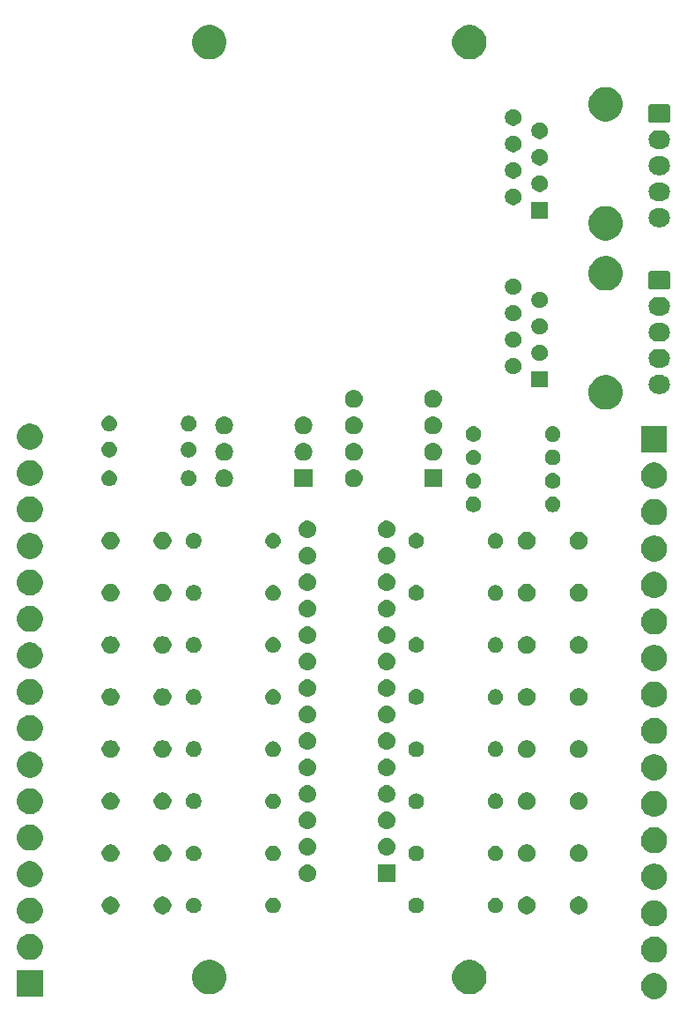
<source format=gbs>
G04 #@! TF.GenerationSoftware,KiCad,Pcbnew,(5.1.2-1)-1*
G04 #@! TF.CreationDate,2023-01-19T17:55:11+00:00*
G04 #@! TF.ProjectId,Switch inputs 2,53776974-6368-4206-996e-707574732032,rev?*
G04 #@! TF.SameCoordinates,Original*
G04 #@! TF.FileFunction,Soldermask,Bot*
G04 #@! TF.FilePolarity,Negative*
%FSLAX46Y46*%
G04 Gerber Fmt 4.6, Leading zero omitted, Abs format (unit mm)*
G04 Created by KiCad (PCBNEW (5.1.2-1)-1) date 2023-01-19 17:55:11*
%MOMM*%
%LPD*%
G04 APERTURE LIST*
%ADD10C,0.100000*%
G04 APERTURE END LIST*
D10*
G36*
X146614903Y-161547075D02*
G01*
X146842571Y-161641378D01*
X147047466Y-161778285D01*
X147221715Y-161952534D01*
X147358622Y-162157429D01*
X147452925Y-162385097D01*
X147501000Y-162626787D01*
X147501000Y-162873213D01*
X147452925Y-163114903D01*
X147358622Y-163342571D01*
X147221715Y-163547466D01*
X147047466Y-163721715D01*
X146842571Y-163858622D01*
X146842570Y-163858623D01*
X146842569Y-163858623D01*
X146614903Y-163952925D01*
X146373214Y-164001000D01*
X146126786Y-164001000D01*
X145885097Y-163952925D01*
X145657431Y-163858623D01*
X145657430Y-163858623D01*
X145657429Y-163858622D01*
X145452534Y-163721715D01*
X145278285Y-163547466D01*
X145141378Y-163342571D01*
X145047075Y-163114903D01*
X144999000Y-162873213D01*
X144999000Y-162626787D01*
X145047075Y-162385097D01*
X145141378Y-162157429D01*
X145278285Y-161952534D01*
X145452534Y-161778285D01*
X145657429Y-161641378D01*
X145885097Y-161547075D01*
X146126786Y-161499000D01*
X146373214Y-161499000D01*
X146614903Y-161547075D01*
X146614903Y-161547075D01*
G37*
G36*
X87501000Y-163751000D02*
G01*
X84999000Y-163751000D01*
X84999000Y-161249000D01*
X87501000Y-161249000D01*
X87501000Y-163751000D01*
X87501000Y-163751000D01*
G37*
G36*
X128875256Y-160281298D02*
G01*
X128981579Y-160302447D01*
X129282042Y-160426903D01*
X129552451Y-160607585D01*
X129782415Y-160837549D01*
X129963097Y-161107958D01*
X130087553Y-161408421D01*
X130151000Y-161727391D01*
X130151000Y-162052609D01*
X130087553Y-162371579D01*
X129963097Y-162672042D01*
X129782415Y-162942451D01*
X129552451Y-163172415D01*
X129282042Y-163353097D01*
X128981579Y-163477553D01*
X128875256Y-163498702D01*
X128662611Y-163541000D01*
X128337389Y-163541000D01*
X128124744Y-163498702D01*
X128018421Y-163477553D01*
X127717958Y-163353097D01*
X127447549Y-163172415D01*
X127217585Y-162942451D01*
X127036903Y-162672042D01*
X126912447Y-162371579D01*
X126849000Y-162052609D01*
X126849000Y-161727391D01*
X126912447Y-161408421D01*
X127036903Y-161107958D01*
X127217585Y-160837549D01*
X127447549Y-160607585D01*
X127717958Y-160426903D01*
X128018421Y-160302447D01*
X128124744Y-160281298D01*
X128337389Y-160239000D01*
X128662611Y-160239000D01*
X128875256Y-160281298D01*
X128875256Y-160281298D01*
G37*
G36*
X103875256Y-160281298D02*
G01*
X103981579Y-160302447D01*
X104282042Y-160426903D01*
X104552451Y-160607585D01*
X104782415Y-160837549D01*
X104963097Y-161107958D01*
X105087553Y-161408421D01*
X105151000Y-161727391D01*
X105151000Y-162052609D01*
X105087553Y-162371579D01*
X104963097Y-162672042D01*
X104782415Y-162942451D01*
X104552451Y-163172415D01*
X104282042Y-163353097D01*
X103981579Y-163477553D01*
X103875256Y-163498702D01*
X103662611Y-163541000D01*
X103337389Y-163541000D01*
X103124744Y-163498702D01*
X103018421Y-163477553D01*
X102717958Y-163353097D01*
X102447549Y-163172415D01*
X102217585Y-162942451D01*
X102036903Y-162672042D01*
X101912447Y-162371579D01*
X101849000Y-162052609D01*
X101849000Y-161727391D01*
X101912447Y-161408421D01*
X102036903Y-161107958D01*
X102217585Y-160837549D01*
X102447549Y-160607585D01*
X102717958Y-160426903D01*
X103018421Y-160302447D01*
X103124744Y-160281298D01*
X103337389Y-160239000D01*
X103662611Y-160239000D01*
X103875256Y-160281298D01*
X103875256Y-160281298D01*
G37*
G36*
X146520434Y-158028284D02*
G01*
X146614903Y-158047075D01*
X146842571Y-158141378D01*
X147047466Y-158278285D01*
X147221715Y-158452534D01*
X147221716Y-158452536D01*
X147358623Y-158657431D01*
X147452925Y-158885097D01*
X147501000Y-159126786D01*
X147501000Y-159373214D01*
X147457367Y-159592571D01*
X147452925Y-159614903D01*
X147358622Y-159842571D01*
X147221715Y-160047466D01*
X147047466Y-160221715D01*
X146842571Y-160358622D01*
X146842570Y-160358623D01*
X146842569Y-160358623D01*
X146614903Y-160452925D01*
X146373214Y-160501000D01*
X146126786Y-160501000D01*
X145885097Y-160452925D01*
X145657431Y-160358623D01*
X145657430Y-160358623D01*
X145657429Y-160358622D01*
X145452534Y-160221715D01*
X145278285Y-160047466D01*
X145141378Y-159842571D01*
X145047075Y-159614903D01*
X145042633Y-159592571D01*
X144999000Y-159373214D01*
X144999000Y-159126786D01*
X145047075Y-158885097D01*
X145141377Y-158657431D01*
X145278284Y-158452536D01*
X145278285Y-158452534D01*
X145452534Y-158278285D01*
X145657429Y-158141378D01*
X145885097Y-158047075D01*
X145979566Y-158028284D01*
X146126786Y-157999000D01*
X146373214Y-157999000D01*
X146520434Y-158028284D01*
X146520434Y-158028284D01*
G37*
G36*
X86614903Y-157797075D02*
G01*
X86842571Y-157891378D01*
X87047466Y-158028285D01*
X87221715Y-158202534D01*
X87272330Y-158278285D01*
X87358623Y-158407431D01*
X87452925Y-158635097D01*
X87457368Y-158657431D01*
X87501000Y-158876787D01*
X87501000Y-159123213D01*
X87452925Y-159364903D01*
X87358622Y-159592571D01*
X87221715Y-159797466D01*
X87047466Y-159971715D01*
X86842571Y-160108622D01*
X86842570Y-160108623D01*
X86842569Y-160108623D01*
X86614903Y-160202925D01*
X86373214Y-160251000D01*
X86126786Y-160251000D01*
X85885097Y-160202925D01*
X85657431Y-160108623D01*
X85657430Y-160108623D01*
X85657429Y-160108622D01*
X85452534Y-159971715D01*
X85278285Y-159797466D01*
X85141378Y-159592571D01*
X85047075Y-159364903D01*
X84999000Y-159123213D01*
X84999000Y-158876787D01*
X85042633Y-158657431D01*
X85047075Y-158635097D01*
X85141377Y-158407431D01*
X85227670Y-158278285D01*
X85278285Y-158202534D01*
X85452534Y-158028285D01*
X85657429Y-157891378D01*
X85885097Y-157797075D01*
X86126786Y-157749000D01*
X86373214Y-157749000D01*
X86614903Y-157797075D01*
X86614903Y-157797075D01*
G37*
G36*
X146614903Y-154547075D02*
G01*
X146735192Y-154596900D01*
X146842571Y-154641378D01*
X147047466Y-154778285D01*
X147221715Y-154952534D01*
X147351802Y-155147222D01*
X147358623Y-155157431D01*
X147452925Y-155385097D01*
X147501000Y-155626786D01*
X147501000Y-155873214D01*
X147457367Y-156092571D01*
X147452925Y-156114903D01*
X147358622Y-156342571D01*
X147221715Y-156547466D01*
X147047466Y-156721715D01*
X146842571Y-156858622D01*
X146842570Y-156858623D01*
X146842569Y-156858623D01*
X146614903Y-156952925D01*
X146373214Y-157001000D01*
X146126786Y-157001000D01*
X145885097Y-156952925D01*
X145657431Y-156858623D01*
X145657430Y-156858623D01*
X145657429Y-156858622D01*
X145452534Y-156721715D01*
X145278285Y-156547466D01*
X145141378Y-156342571D01*
X145047075Y-156114903D01*
X145042633Y-156092571D01*
X144999000Y-155873214D01*
X144999000Y-155626786D01*
X145047075Y-155385097D01*
X145141377Y-155157431D01*
X145148198Y-155147222D01*
X145278285Y-154952534D01*
X145452534Y-154778285D01*
X145657429Y-154641378D01*
X145764809Y-154596900D01*
X145885097Y-154547075D01*
X146126786Y-154499000D01*
X146373214Y-154499000D01*
X146614903Y-154547075D01*
X146614903Y-154547075D01*
G37*
G36*
X86614903Y-154297075D02*
G01*
X86797107Y-154372546D01*
X86842571Y-154391378D01*
X87047466Y-154528285D01*
X87221715Y-154702534D01*
X87358622Y-154907429D01*
X87358623Y-154907431D01*
X87452925Y-155135097D01*
X87501000Y-155376786D01*
X87501000Y-155623214D01*
X87455690Y-155851000D01*
X87452925Y-155864903D01*
X87358622Y-156092571D01*
X87221715Y-156297466D01*
X87047466Y-156471715D01*
X86842571Y-156608622D01*
X86842570Y-156608623D01*
X86842569Y-156608623D01*
X86614903Y-156702925D01*
X86373214Y-156751000D01*
X86126786Y-156751000D01*
X85885097Y-156702925D01*
X85657431Y-156608623D01*
X85657430Y-156608623D01*
X85657429Y-156608622D01*
X85452534Y-156471715D01*
X85278285Y-156297466D01*
X85141378Y-156092571D01*
X85047075Y-155864903D01*
X85044310Y-155851000D01*
X84999000Y-155623214D01*
X84999000Y-155376786D01*
X85047075Y-155135097D01*
X85141377Y-154907431D01*
X85141378Y-154907429D01*
X85278285Y-154702534D01*
X85452534Y-154528285D01*
X85657429Y-154391378D01*
X85702894Y-154372546D01*
X85885097Y-154297075D01*
X86126786Y-154249000D01*
X86373214Y-154249000D01*
X86614903Y-154297075D01*
X86614903Y-154297075D01*
G37*
G36*
X94248228Y-154181703D02*
G01*
X94403100Y-154245853D01*
X94542481Y-154338985D01*
X94661015Y-154457519D01*
X94754147Y-154596900D01*
X94818297Y-154751772D01*
X94851000Y-154916184D01*
X94851000Y-155083816D01*
X94818297Y-155248228D01*
X94754147Y-155403100D01*
X94661015Y-155542481D01*
X94542481Y-155661015D01*
X94403100Y-155754147D01*
X94248228Y-155818297D01*
X94083816Y-155851000D01*
X93916184Y-155851000D01*
X93751772Y-155818297D01*
X93596900Y-155754147D01*
X93457519Y-155661015D01*
X93338985Y-155542481D01*
X93245853Y-155403100D01*
X93181703Y-155248228D01*
X93149000Y-155083816D01*
X93149000Y-154916184D01*
X93181703Y-154751772D01*
X93245853Y-154596900D01*
X93338985Y-154457519D01*
X93457519Y-154338985D01*
X93596900Y-154245853D01*
X93751772Y-154181703D01*
X93916184Y-154149000D01*
X94083816Y-154149000D01*
X94248228Y-154181703D01*
X94248228Y-154181703D01*
G37*
G36*
X134248228Y-154181703D02*
G01*
X134403100Y-154245853D01*
X134542481Y-154338985D01*
X134661015Y-154457519D01*
X134754147Y-154596900D01*
X134818297Y-154751772D01*
X134851000Y-154916184D01*
X134851000Y-155083816D01*
X134818297Y-155248228D01*
X134754147Y-155403100D01*
X134661015Y-155542481D01*
X134542481Y-155661015D01*
X134403100Y-155754147D01*
X134248228Y-155818297D01*
X134083816Y-155851000D01*
X133916184Y-155851000D01*
X133751772Y-155818297D01*
X133596900Y-155754147D01*
X133457519Y-155661015D01*
X133338985Y-155542481D01*
X133245853Y-155403100D01*
X133181703Y-155248228D01*
X133149000Y-155083816D01*
X133149000Y-154916184D01*
X133181703Y-154751772D01*
X133245853Y-154596900D01*
X133338985Y-154457519D01*
X133457519Y-154338985D01*
X133596900Y-154245853D01*
X133751772Y-154181703D01*
X133916184Y-154149000D01*
X134083816Y-154149000D01*
X134248228Y-154181703D01*
X134248228Y-154181703D01*
G37*
G36*
X139248228Y-154181703D02*
G01*
X139403100Y-154245853D01*
X139542481Y-154338985D01*
X139661015Y-154457519D01*
X139754147Y-154596900D01*
X139818297Y-154751772D01*
X139851000Y-154916184D01*
X139851000Y-155083816D01*
X139818297Y-155248228D01*
X139754147Y-155403100D01*
X139661015Y-155542481D01*
X139542481Y-155661015D01*
X139403100Y-155754147D01*
X139248228Y-155818297D01*
X139083816Y-155851000D01*
X138916184Y-155851000D01*
X138751772Y-155818297D01*
X138596900Y-155754147D01*
X138457519Y-155661015D01*
X138338985Y-155542481D01*
X138245853Y-155403100D01*
X138181703Y-155248228D01*
X138149000Y-155083816D01*
X138149000Y-154916184D01*
X138181703Y-154751772D01*
X138245853Y-154596900D01*
X138338985Y-154457519D01*
X138457519Y-154338985D01*
X138596900Y-154245853D01*
X138751772Y-154181703D01*
X138916184Y-154149000D01*
X139083816Y-154149000D01*
X139248228Y-154181703D01*
X139248228Y-154181703D01*
G37*
G36*
X99248228Y-154181703D02*
G01*
X99403100Y-154245853D01*
X99542481Y-154338985D01*
X99661015Y-154457519D01*
X99754147Y-154596900D01*
X99818297Y-154751772D01*
X99851000Y-154916184D01*
X99851000Y-155083816D01*
X99818297Y-155248228D01*
X99754147Y-155403100D01*
X99661015Y-155542481D01*
X99542481Y-155661015D01*
X99403100Y-155754147D01*
X99248228Y-155818297D01*
X99083816Y-155851000D01*
X98916184Y-155851000D01*
X98751772Y-155818297D01*
X98596900Y-155754147D01*
X98457519Y-155661015D01*
X98338985Y-155542481D01*
X98245853Y-155403100D01*
X98181703Y-155248228D01*
X98149000Y-155083816D01*
X98149000Y-154916184D01*
X98181703Y-154751772D01*
X98245853Y-154596900D01*
X98338985Y-154457519D01*
X98457519Y-154338985D01*
X98596900Y-154245853D01*
X98751772Y-154181703D01*
X98916184Y-154149000D01*
X99083816Y-154149000D01*
X99248228Y-154181703D01*
X99248228Y-154181703D01*
G37*
G36*
X123453665Y-154252622D02*
G01*
X123527222Y-154259867D01*
X123668786Y-154302810D01*
X123799252Y-154372546D01*
X123822199Y-154391378D01*
X123913607Y-154466393D01*
X123964398Y-154528284D01*
X124007454Y-154580748D01*
X124007455Y-154580750D01*
X124072552Y-154702536D01*
X124077190Y-154711214D01*
X124120133Y-154852778D01*
X124134633Y-155000000D01*
X124120133Y-155147222D01*
X124077190Y-155288786D01*
X124007454Y-155419252D01*
X123983008Y-155449040D01*
X123913607Y-155533607D01*
X123853004Y-155583341D01*
X123799252Y-155627454D01*
X123668786Y-155697190D01*
X123527222Y-155740133D01*
X123453665Y-155747378D01*
X123416888Y-155751000D01*
X123343112Y-155751000D01*
X123306335Y-155747378D01*
X123232778Y-155740133D01*
X123091214Y-155697190D01*
X122960748Y-155627454D01*
X122906996Y-155583341D01*
X122846393Y-155533607D01*
X122776992Y-155449040D01*
X122752546Y-155419252D01*
X122682810Y-155288786D01*
X122639867Y-155147222D01*
X122625367Y-155000000D01*
X122639867Y-154852778D01*
X122682810Y-154711214D01*
X122687449Y-154702536D01*
X122752545Y-154580750D01*
X122752546Y-154580748D01*
X122795602Y-154528284D01*
X122846393Y-154466393D01*
X122937801Y-154391378D01*
X122960748Y-154372546D01*
X123091214Y-154302810D01*
X123232778Y-154259867D01*
X123306335Y-154252622D01*
X123343112Y-154249000D01*
X123416888Y-154249000D01*
X123453665Y-154252622D01*
X123453665Y-154252622D01*
G37*
G36*
X109693665Y-154252622D02*
G01*
X109767222Y-154259867D01*
X109908786Y-154302810D01*
X110039252Y-154372546D01*
X110062199Y-154391378D01*
X110153607Y-154466393D01*
X110204398Y-154528284D01*
X110247454Y-154580748D01*
X110247455Y-154580750D01*
X110312552Y-154702536D01*
X110317190Y-154711214D01*
X110360133Y-154852778D01*
X110374633Y-155000000D01*
X110360133Y-155147222D01*
X110317190Y-155288786D01*
X110247454Y-155419252D01*
X110223008Y-155449040D01*
X110153607Y-155533607D01*
X110093004Y-155583341D01*
X110039252Y-155627454D01*
X109908786Y-155697190D01*
X109767222Y-155740133D01*
X109693665Y-155747378D01*
X109656888Y-155751000D01*
X109583112Y-155751000D01*
X109546335Y-155747378D01*
X109472778Y-155740133D01*
X109331214Y-155697190D01*
X109200748Y-155627454D01*
X109146996Y-155583341D01*
X109086393Y-155533607D01*
X109016992Y-155449040D01*
X108992546Y-155419252D01*
X108922810Y-155288786D01*
X108879867Y-155147222D01*
X108865367Y-155000000D01*
X108879867Y-154852778D01*
X108922810Y-154711214D01*
X108927449Y-154702536D01*
X108992545Y-154580750D01*
X108992546Y-154580748D01*
X109035602Y-154528284D01*
X109086393Y-154466393D01*
X109177801Y-154391378D01*
X109200748Y-154372546D01*
X109331214Y-154302810D01*
X109472778Y-154259867D01*
X109546335Y-154252622D01*
X109583112Y-154249000D01*
X109656888Y-154249000D01*
X109693665Y-154252622D01*
X109693665Y-154252622D01*
G37*
G36*
X102219059Y-154277860D02*
G01*
X102279294Y-154302810D01*
X102355732Y-154334472D01*
X102478735Y-154416660D01*
X102583340Y-154521265D01*
X102663596Y-154641377D01*
X102665529Y-154644270D01*
X102693257Y-154711212D01*
X102722140Y-154780941D01*
X102751000Y-154926033D01*
X102751000Y-155073967D01*
X102722140Y-155219059D01*
X102665528Y-155355732D01*
X102583340Y-155478735D01*
X102478735Y-155583340D01*
X102355732Y-155665528D01*
X102355731Y-155665529D01*
X102355730Y-155665529D01*
X102219059Y-155722140D01*
X102073968Y-155751000D01*
X101926032Y-155751000D01*
X101780941Y-155722140D01*
X101644270Y-155665529D01*
X101644269Y-155665529D01*
X101644268Y-155665528D01*
X101521265Y-155583340D01*
X101416660Y-155478735D01*
X101334472Y-155355732D01*
X101277860Y-155219059D01*
X101249000Y-155073967D01*
X101249000Y-154926033D01*
X101277860Y-154780941D01*
X101306743Y-154711212D01*
X101334471Y-154644270D01*
X101336404Y-154641377D01*
X101416660Y-154521265D01*
X101521265Y-154416660D01*
X101644268Y-154334472D01*
X101720707Y-154302810D01*
X101780941Y-154277860D01*
X101926032Y-154249000D01*
X102073968Y-154249000D01*
X102219059Y-154277860D01*
X102219059Y-154277860D01*
G37*
G36*
X131219059Y-154277860D02*
G01*
X131279294Y-154302810D01*
X131355732Y-154334472D01*
X131478735Y-154416660D01*
X131583340Y-154521265D01*
X131663596Y-154641377D01*
X131665529Y-154644270D01*
X131693257Y-154711212D01*
X131722140Y-154780941D01*
X131751000Y-154926033D01*
X131751000Y-155073967D01*
X131722140Y-155219059D01*
X131665528Y-155355732D01*
X131583340Y-155478735D01*
X131478735Y-155583340D01*
X131355732Y-155665528D01*
X131355731Y-155665529D01*
X131355730Y-155665529D01*
X131219059Y-155722140D01*
X131073968Y-155751000D01*
X130926032Y-155751000D01*
X130780941Y-155722140D01*
X130644270Y-155665529D01*
X130644269Y-155665529D01*
X130644268Y-155665528D01*
X130521265Y-155583340D01*
X130416660Y-155478735D01*
X130334472Y-155355732D01*
X130277860Y-155219059D01*
X130249000Y-155073967D01*
X130249000Y-154926033D01*
X130277860Y-154780941D01*
X130306743Y-154711212D01*
X130334471Y-154644270D01*
X130336404Y-154641377D01*
X130416660Y-154521265D01*
X130521265Y-154416660D01*
X130644268Y-154334472D01*
X130720707Y-154302810D01*
X130780941Y-154277860D01*
X130926032Y-154249000D01*
X131073968Y-154249000D01*
X131219059Y-154277860D01*
X131219059Y-154277860D01*
G37*
G36*
X146614903Y-151047075D02*
G01*
X146697564Y-151081314D01*
X146842571Y-151141378D01*
X147047466Y-151278285D01*
X147221715Y-151452534D01*
X147221716Y-151452536D01*
X147358623Y-151657431D01*
X147452925Y-151885097D01*
X147501000Y-152126786D01*
X147501000Y-152373214D01*
X147457367Y-152592571D01*
X147452925Y-152614903D01*
X147358622Y-152842571D01*
X147221715Y-153047466D01*
X147047466Y-153221715D01*
X146842571Y-153358622D01*
X146842570Y-153358623D01*
X146842569Y-153358623D01*
X146614903Y-153452925D01*
X146373214Y-153501000D01*
X146126786Y-153501000D01*
X145885097Y-153452925D01*
X145657431Y-153358623D01*
X145657430Y-153358623D01*
X145657429Y-153358622D01*
X145452534Y-153221715D01*
X145278285Y-153047466D01*
X145141378Y-152842571D01*
X145047075Y-152614903D01*
X145042633Y-152592571D01*
X144999000Y-152373214D01*
X144999000Y-152126786D01*
X145047075Y-151885097D01*
X145141377Y-151657431D01*
X145278284Y-151452536D01*
X145278285Y-151452534D01*
X145452534Y-151278285D01*
X145657429Y-151141378D01*
X145802437Y-151081314D01*
X145885097Y-151047075D01*
X146126786Y-150999000D01*
X146373214Y-150999000D01*
X146614903Y-151047075D01*
X146614903Y-151047075D01*
G37*
G36*
X86614903Y-150797075D02*
G01*
X86842571Y-150891378D01*
X87047466Y-151028285D01*
X87221715Y-151202534D01*
X87358622Y-151407429D01*
X87358623Y-151407431D01*
X87452925Y-151635097D01*
X87457368Y-151657431D01*
X87501000Y-151876787D01*
X87501000Y-152123213D01*
X87452925Y-152364903D01*
X87358622Y-152592571D01*
X87221715Y-152797466D01*
X87047466Y-152971715D01*
X86842571Y-153108622D01*
X86842570Y-153108623D01*
X86842569Y-153108623D01*
X86614903Y-153202925D01*
X86373214Y-153251000D01*
X86126786Y-153251000D01*
X85885097Y-153202925D01*
X85657431Y-153108623D01*
X85657430Y-153108623D01*
X85657429Y-153108622D01*
X85452534Y-152971715D01*
X85278285Y-152797466D01*
X85141378Y-152592571D01*
X85047075Y-152364903D01*
X84999000Y-152123213D01*
X84999000Y-151876787D01*
X85042633Y-151657431D01*
X85047075Y-151635097D01*
X85141377Y-151407431D01*
X85141378Y-151407429D01*
X85278285Y-151202534D01*
X85452534Y-151028285D01*
X85657429Y-150891378D01*
X85885097Y-150797075D01*
X86126786Y-150749000D01*
X86373214Y-150749000D01*
X86614903Y-150797075D01*
X86614903Y-150797075D01*
G37*
G36*
X113086823Y-151081313D02*
G01*
X113247242Y-151129976D01*
X113379906Y-151200886D01*
X113395078Y-151208996D01*
X113524659Y-151315341D01*
X113631004Y-151444922D01*
X113631005Y-151444924D01*
X113710024Y-151592758D01*
X113758687Y-151753177D01*
X113775117Y-151920000D01*
X113758687Y-152086823D01*
X113710024Y-152247242D01*
X113647133Y-152364903D01*
X113631004Y-152395078D01*
X113524659Y-152524659D01*
X113395078Y-152631004D01*
X113395076Y-152631005D01*
X113247242Y-152710024D01*
X113086823Y-152758687D01*
X112961804Y-152771000D01*
X112878196Y-152771000D01*
X112753177Y-152758687D01*
X112592758Y-152710024D01*
X112444924Y-152631005D01*
X112444922Y-152631004D01*
X112315341Y-152524659D01*
X112208996Y-152395078D01*
X112192867Y-152364903D01*
X112129976Y-152247242D01*
X112081313Y-152086823D01*
X112064883Y-151920000D01*
X112081313Y-151753177D01*
X112129976Y-151592758D01*
X112208995Y-151444924D01*
X112208996Y-151444922D01*
X112315341Y-151315341D01*
X112444922Y-151208996D01*
X112460094Y-151200886D01*
X112592758Y-151129976D01*
X112753177Y-151081313D01*
X112878196Y-151069000D01*
X112961804Y-151069000D01*
X113086823Y-151081313D01*
X113086823Y-151081313D01*
G37*
G36*
X121391000Y-152771000D02*
G01*
X119689000Y-152771000D01*
X119689000Y-151069000D01*
X121391000Y-151069000D01*
X121391000Y-152771000D01*
X121391000Y-152771000D01*
G37*
G36*
X139248228Y-149181703D02*
G01*
X139403100Y-149245853D01*
X139542481Y-149338985D01*
X139661015Y-149457519D01*
X139754147Y-149596900D01*
X139818297Y-149751772D01*
X139851000Y-149916184D01*
X139851000Y-150083816D01*
X139818297Y-150248228D01*
X139754147Y-150403100D01*
X139661015Y-150542481D01*
X139542481Y-150661015D01*
X139403100Y-150754147D01*
X139248228Y-150818297D01*
X139083816Y-150851000D01*
X138916184Y-150851000D01*
X138751772Y-150818297D01*
X138596900Y-150754147D01*
X138457519Y-150661015D01*
X138338985Y-150542481D01*
X138245853Y-150403100D01*
X138181703Y-150248228D01*
X138149000Y-150083816D01*
X138149000Y-149916184D01*
X138181703Y-149751772D01*
X138245853Y-149596900D01*
X138338985Y-149457519D01*
X138457519Y-149338985D01*
X138596900Y-149245853D01*
X138751772Y-149181703D01*
X138916184Y-149149000D01*
X139083816Y-149149000D01*
X139248228Y-149181703D01*
X139248228Y-149181703D01*
G37*
G36*
X134248228Y-149181703D02*
G01*
X134403100Y-149245853D01*
X134542481Y-149338985D01*
X134661015Y-149457519D01*
X134754147Y-149596900D01*
X134818297Y-149751772D01*
X134851000Y-149916184D01*
X134851000Y-150083816D01*
X134818297Y-150248228D01*
X134754147Y-150403100D01*
X134661015Y-150542481D01*
X134542481Y-150661015D01*
X134403100Y-150754147D01*
X134248228Y-150818297D01*
X134083816Y-150851000D01*
X133916184Y-150851000D01*
X133751772Y-150818297D01*
X133596900Y-150754147D01*
X133457519Y-150661015D01*
X133338985Y-150542481D01*
X133245853Y-150403100D01*
X133181703Y-150248228D01*
X133149000Y-150083816D01*
X133149000Y-149916184D01*
X133181703Y-149751772D01*
X133245853Y-149596900D01*
X133338985Y-149457519D01*
X133457519Y-149338985D01*
X133596900Y-149245853D01*
X133751772Y-149181703D01*
X133916184Y-149149000D01*
X134083816Y-149149000D01*
X134248228Y-149181703D01*
X134248228Y-149181703D01*
G37*
G36*
X99248228Y-149181703D02*
G01*
X99403100Y-149245853D01*
X99542481Y-149338985D01*
X99661015Y-149457519D01*
X99754147Y-149596900D01*
X99818297Y-149751772D01*
X99851000Y-149916184D01*
X99851000Y-150083816D01*
X99818297Y-150248228D01*
X99754147Y-150403100D01*
X99661015Y-150542481D01*
X99542481Y-150661015D01*
X99403100Y-150754147D01*
X99248228Y-150818297D01*
X99083816Y-150851000D01*
X98916184Y-150851000D01*
X98751772Y-150818297D01*
X98596900Y-150754147D01*
X98457519Y-150661015D01*
X98338985Y-150542481D01*
X98245853Y-150403100D01*
X98181703Y-150248228D01*
X98149000Y-150083816D01*
X98149000Y-149916184D01*
X98181703Y-149751772D01*
X98245853Y-149596900D01*
X98338985Y-149457519D01*
X98457519Y-149338985D01*
X98596900Y-149245853D01*
X98751772Y-149181703D01*
X98916184Y-149149000D01*
X99083816Y-149149000D01*
X99248228Y-149181703D01*
X99248228Y-149181703D01*
G37*
G36*
X94248228Y-149181703D02*
G01*
X94403100Y-149245853D01*
X94542481Y-149338985D01*
X94661015Y-149457519D01*
X94754147Y-149596900D01*
X94818297Y-149751772D01*
X94851000Y-149916184D01*
X94851000Y-150083816D01*
X94818297Y-150248228D01*
X94754147Y-150403100D01*
X94661015Y-150542481D01*
X94542481Y-150661015D01*
X94403100Y-150754147D01*
X94248228Y-150818297D01*
X94083816Y-150851000D01*
X93916184Y-150851000D01*
X93751772Y-150818297D01*
X93596900Y-150754147D01*
X93457519Y-150661015D01*
X93338985Y-150542481D01*
X93245853Y-150403100D01*
X93181703Y-150248228D01*
X93149000Y-150083816D01*
X93149000Y-149916184D01*
X93181703Y-149751772D01*
X93245853Y-149596900D01*
X93338985Y-149457519D01*
X93457519Y-149338985D01*
X93596900Y-149245853D01*
X93751772Y-149181703D01*
X93916184Y-149149000D01*
X94083816Y-149149000D01*
X94248228Y-149181703D01*
X94248228Y-149181703D01*
G37*
G36*
X102219059Y-149277860D02*
G01*
X102279294Y-149302810D01*
X102355732Y-149334472D01*
X102478735Y-149416660D01*
X102583340Y-149521265D01*
X102665528Y-149644268D01*
X102665529Y-149644270D01*
X102722140Y-149780941D01*
X102751000Y-149926032D01*
X102751000Y-150073968D01*
X102731893Y-150170025D01*
X102722140Y-150219059D01*
X102665528Y-150355732D01*
X102583340Y-150478735D01*
X102478735Y-150583340D01*
X102355732Y-150665528D01*
X102355731Y-150665529D01*
X102355730Y-150665529D01*
X102219059Y-150722140D01*
X102073968Y-150751000D01*
X101926032Y-150751000D01*
X101780941Y-150722140D01*
X101644270Y-150665529D01*
X101644269Y-150665529D01*
X101644268Y-150665528D01*
X101521265Y-150583340D01*
X101416660Y-150478735D01*
X101334472Y-150355732D01*
X101277860Y-150219059D01*
X101268107Y-150170025D01*
X101249000Y-150073968D01*
X101249000Y-149926032D01*
X101277860Y-149780941D01*
X101334471Y-149644270D01*
X101334472Y-149644268D01*
X101416660Y-149521265D01*
X101521265Y-149416660D01*
X101644268Y-149334472D01*
X101720707Y-149302810D01*
X101780941Y-149277860D01*
X101926032Y-149249000D01*
X102073968Y-149249000D01*
X102219059Y-149277860D01*
X102219059Y-149277860D01*
G37*
G36*
X109693665Y-149252622D02*
G01*
X109767222Y-149259867D01*
X109908786Y-149302810D01*
X110039252Y-149372546D01*
X110069040Y-149396992D01*
X110153607Y-149466393D01*
X110220140Y-149547466D01*
X110247454Y-149580748D01*
X110317190Y-149711214D01*
X110360133Y-149852778D01*
X110374633Y-150000000D01*
X110360133Y-150147222D01*
X110317190Y-150288786D01*
X110247454Y-150419252D01*
X110223008Y-150449040D01*
X110153607Y-150533607D01*
X110093004Y-150583341D01*
X110039252Y-150627454D01*
X109908786Y-150697190D01*
X109767222Y-150740133D01*
X109693665Y-150747378D01*
X109656888Y-150751000D01*
X109583112Y-150751000D01*
X109546335Y-150747378D01*
X109472778Y-150740133D01*
X109331214Y-150697190D01*
X109200748Y-150627454D01*
X109146996Y-150583341D01*
X109086393Y-150533607D01*
X109016992Y-150449040D01*
X108992546Y-150419252D01*
X108922810Y-150288786D01*
X108879867Y-150147222D01*
X108865367Y-150000000D01*
X108879867Y-149852778D01*
X108922810Y-149711214D01*
X108992546Y-149580748D01*
X109019860Y-149547466D01*
X109086393Y-149466393D01*
X109170960Y-149396992D01*
X109200748Y-149372546D01*
X109331214Y-149302810D01*
X109472778Y-149259867D01*
X109546335Y-149252622D01*
X109583112Y-149249000D01*
X109656888Y-149249000D01*
X109693665Y-149252622D01*
X109693665Y-149252622D01*
G37*
G36*
X123453665Y-149252622D02*
G01*
X123527222Y-149259867D01*
X123668786Y-149302810D01*
X123799252Y-149372546D01*
X123829040Y-149396992D01*
X123913607Y-149466393D01*
X123980140Y-149547466D01*
X124007454Y-149580748D01*
X124077190Y-149711214D01*
X124120133Y-149852778D01*
X124134633Y-150000000D01*
X124120133Y-150147222D01*
X124077190Y-150288786D01*
X124007454Y-150419252D01*
X123983008Y-150449040D01*
X123913607Y-150533607D01*
X123853004Y-150583341D01*
X123799252Y-150627454D01*
X123668786Y-150697190D01*
X123527222Y-150740133D01*
X123453665Y-150747378D01*
X123416888Y-150751000D01*
X123343112Y-150751000D01*
X123306335Y-150747378D01*
X123232778Y-150740133D01*
X123091214Y-150697190D01*
X122960748Y-150627454D01*
X122906996Y-150583341D01*
X122846393Y-150533607D01*
X122776992Y-150449040D01*
X122752546Y-150419252D01*
X122682810Y-150288786D01*
X122639867Y-150147222D01*
X122625367Y-150000000D01*
X122639867Y-149852778D01*
X122682810Y-149711214D01*
X122752546Y-149580748D01*
X122779860Y-149547466D01*
X122846393Y-149466393D01*
X122930960Y-149396992D01*
X122960748Y-149372546D01*
X123091214Y-149302810D01*
X123232778Y-149259867D01*
X123306335Y-149252622D01*
X123343112Y-149249000D01*
X123416888Y-149249000D01*
X123453665Y-149252622D01*
X123453665Y-149252622D01*
G37*
G36*
X131219059Y-149277860D02*
G01*
X131279294Y-149302810D01*
X131355732Y-149334472D01*
X131478735Y-149416660D01*
X131583340Y-149521265D01*
X131665528Y-149644268D01*
X131665529Y-149644270D01*
X131722140Y-149780941D01*
X131751000Y-149926032D01*
X131751000Y-150073968D01*
X131731893Y-150170025D01*
X131722140Y-150219059D01*
X131665528Y-150355732D01*
X131583340Y-150478735D01*
X131478735Y-150583340D01*
X131355732Y-150665528D01*
X131355731Y-150665529D01*
X131355730Y-150665529D01*
X131219059Y-150722140D01*
X131073968Y-150751000D01*
X130926032Y-150751000D01*
X130780941Y-150722140D01*
X130644270Y-150665529D01*
X130644269Y-150665529D01*
X130644268Y-150665528D01*
X130521265Y-150583340D01*
X130416660Y-150478735D01*
X130334472Y-150355732D01*
X130277860Y-150219059D01*
X130268107Y-150170025D01*
X130249000Y-150073968D01*
X130249000Y-149926032D01*
X130277860Y-149780941D01*
X130334471Y-149644270D01*
X130334472Y-149644268D01*
X130416660Y-149521265D01*
X130521265Y-149416660D01*
X130644268Y-149334472D01*
X130720707Y-149302810D01*
X130780941Y-149277860D01*
X130926032Y-149249000D01*
X131073968Y-149249000D01*
X131219059Y-149277860D01*
X131219059Y-149277860D01*
G37*
G36*
X120706823Y-148541313D02*
G01*
X120867242Y-148589976D01*
X120936110Y-148626787D01*
X121015078Y-148668996D01*
X121144659Y-148775341D01*
X121251004Y-148904922D01*
X121251005Y-148904924D01*
X121330024Y-149052758D01*
X121378687Y-149213177D01*
X121395117Y-149380000D01*
X121378687Y-149546823D01*
X121330024Y-149707242D01*
X121306222Y-149751772D01*
X121251004Y-149855078D01*
X121144659Y-149984659D01*
X121015078Y-150091004D01*
X121015076Y-150091005D01*
X120867242Y-150170024D01*
X120706823Y-150218687D01*
X120581804Y-150231000D01*
X120498196Y-150231000D01*
X120373177Y-150218687D01*
X120212758Y-150170024D01*
X120064924Y-150091005D01*
X120064922Y-150091004D01*
X119935341Y-149984659D01*
X119828996Y-149855078D01*
X119773778Y-149751772D01*
X119749976Y-149707242D01*
X119701313Y-149546823D01*
X119684883Y-149380000D01*
X119701313Y-149213177D01*
X119749976Y-149052758D01*
X119828995Y-148904924D01*
X119828996Y-148904922D01*
X119935341Y-148775341D01*
X120064922Y-148668996D01*
X120143890Y-148626787D01*
X120212758Y-148589976D01*
X120373177Y-148541313D01*
X120498196Y-148529000D01*
X120581804Y-148529000D01*
X120706823Y-148541313D01*
X120706823Y-148541313D01*
G37*
G36*
X113086823Y-148541313D02*
G01*
X113247242Y-148589976D01*
X113316110Y-148626787D01*
X113395078Y-148668996D01*
X113524659Y-148775341D01*
X113631004Y-148904922D01*
X113631005Y-148904924D01*
X113710024Y-149052758D01*
X113758687Y-149213177D01*
X113775117Y-149380000D01*
X113758687Y-149546823D01*
X113710024Y-149707242D01*
X113686222Y-149751772D01*
X113631004Y-149855078D01*
X113524659Y-149984659D01*
X113395078Y-150091004D01*
X113395076Y-150091005D01*
X113247242Y-150170024D01*
X113086823Y-150218687D01*
X112961804Y-150231000D01*
X112878196Y-150231000D01*
X112753177Y-150218687D01*
X112592758Y-150170024D01*
X112444924Y-150091005D01*
X112444922Y-150091004D01*
X112315341Y-149984659D01*
X112208996Y-149855078D01*
X112153778Y-149751772D01*
X112129976Y-149707242D01*
X112081313Y-149546823D01*
X112064883Y-149380000D01*
X112081313Y-149213177D01*
X112129976Y-149052758D01*
X112208995Y-148904924D01*
X112208996Y-148904922D01*
X112315341Y-148775341D01*
X112444922Y-148668996D01*
X112523890Y-148626787D01*
X112592758Y-148589976D01*
X112753177Y-148541313D01*
X112878196Y-148529000D01*
X112961804Y-148529000D01*
X113086823Y-148541313D01*
X113086823Y-148541313D01*
G37*
G36*
X146614903Y-147547075D02*
G01*
X146815163Y-147630025D01*
X146842571Y-147641378D01*
X147047466Y-147778285D01*
X147221715Y-147952534D01*
X147221716Y-147952536D01*
X147358623Y-148157431D01*
X147452925Y-148385097D01*
X147501000Y-148626786D01*
X147501000Y-148873214D01*
X147452925Y-149114903D01*
X147360108Y-149338985D01*
X147358622Y-149342571D01*
X147221715Y-149547466D01*
X147047466Y-149721715D01*
X146842571Y-149858622D01*
X146842570Y-149858623D01*
X146842569Y-149858623D01*
X146614903Y-149952925D01*
X146373214Y-150001000D01*
X146126786Y-150001000D01*
X145885097Y-149952925D01*
X145657431Y-149858623D01*
X145657430Y-149858623D01*
X145657429Y-149858622D01*
X145452534Y-149721715D01*
X145278285Y-149547466D01*
X145141378Y-149342571D01*
X145139893Y-149338985D01*
X145047075Y-149114903D01*
X144999000Y-148873214D01*
X144999000Y-148626786D01*
X145047075Y-148385097D01*
X145141377Y-148157431D01*
X145278284Y-147952536D01*
X145278285Y-147952534D01*
X145452534Y-147778285D01*
X145657429Y-147641378D01*
X145684838Y-147630025D01*
X145885097Y-147547075D01*
X146126786Y-147499000D01*
X146373214Y-147499000D01*
X146614903Y-147547075D01*
X146614903Y-147547075D01*
G37*
G36*
X86614903Y-147297075D02*
G01*
X86842571Y-147391378D01*
X87047466Y-147528285D01*
X87221715Y-147702534D01*
X87272330Y-147778285D01*
X87358623Y-147907431D01*
X87452925Y-148135097D01*
X87501000Y-148376786D01*
X87501000Y-148623214D01*
X87491893Y-148668996D01*
X87452925Y-148864903D01*
X87358622Y-149092571D01*
X87221715Y-149297466D01*
X87047466Y-149471715D01*
X86842571Y-149608622D01*
X86842570Y-149608623D01*
X86842569Y-149608623D01*
X86614903Y-149702925D01*
X86373214Y-149751000D01*
X86126786Y-149751000D01*
X85885097Y-149702925D01*
X85657431Y-149608623D01*
X85657430Y-149608623D01*
X85657429Y-149608622D01*
X85452534Y-149471715D01*
X85278285Y-149297466D01*
X85141378Y-149092571D01*
X85047075Y-148864903D01*
X85008107Y-148668996D01*
X84999000Y-148623214D01*
X84999000Y-148376786D01*
X85047075Y-148135097D01*
X85141377Y-147907431D01*
X85227670Y-147778285D01*
X85278285Y-147702534D01*
X85452534Y-147528285D01*
X85657429Y-147391378D01*
X85885097Y-147297075D01*
X86126786Y-147249000D01*
X86373214Y-147249000D01*
X86614903Y-147297075D01*
X86614903Y-147297075D01*
G37*
G36*
X120706823Y-146001313D02*
G01*
X120867242Y-146049976D01*
X120976961Y-146108622D01*
X121015078Y-146128996D01*
X121144659Y-146235341D01*
X121251004Y-146364922D01*
X121251005Y-146364924D01*
X121330024Y-146512758D01*
X121378687Y-146673177D01*
X121395117Y-146840000D01*
X121378687Y-147006823D01*
X121330024Y-147167242D01*
X121286323Y-147249000D01*
X121251004Y-147315078D01*
X121144659Y-147444659D01*
X121015078Y-147551004D01*
X121015076Y-147551005D01*
X120867242Y-147630024D01*
X120706823Y-147678687D01*
X120581804Y-147691000D01*
X120498196Y-147691000D01*
X120373177Y-147678687D01*
X120212758Y-147630024D01*
X120064924Y-147551005D01*
X120064922Y-147551004D01*
X119935341Y-147444659D01*
X119828996Y-147315078D01*
X119793677Y-147249000D01*
X119749976Y-147167242D01*
X119701313Y-147006823D01*
X119684883Y-146840000D01*
X119701313Y-146673177D01*
X119749976Y-146512758D01*
X119828995Y-146364924D01*
X119828996Y-146364922D01*
X119935341Y-146235341D01*
X120064922Y-146128996D01*
X120103039Y-146108622D01*
X120212758Y-146049976D01*
X120373177Y-146001313D01*
X120498196Y-145989000D01*
X120581804Y-145989000D01*
X120706823Y-146001313D01*
X120706823Y-146001313D01*
G37*
G36*
X113086823Y-146001313D02*
G01*
X113247242Y-146049976D01*
X113356961Y-146108622D01*
X113395078Y-146128996D01*
X113524659Y-146235341D01*
X113631004Y-146364922D01*
X113631005Y-146364924D01*
X113710024Y-146512758D01*
X113758687Y-146673177D01*
X113775117Y-146840000D01*
X113758687Y-147006823D01*
X113710024Y-147167242D01*
X113666323Y-147249000D01*
X113631004Y-147315078D01*
X113524659Y-147444659D01*
X113395078Y-147551004D01*
X113395076Y-147551005D01*
X113247242Y-147630024D01*
X113086823Y-147678687D01*
X112961804Y-147691000D01*
X112878196Y-147691000D01*
X112753177Y-147678687D01*
X112592758Y-147630024D01*
X112444924Y-147551005D01*
X112444922Y-147551004D01*
X112315341Y-147444659D01*
X112208996Y-147315078D01*
X112173677Y-147249000D01*
X112129976Y-147167242D01*
X112081313Y-147006823D01*
X112064883Y-146840000D01*
X112081313Y-146673177D01*
X112129976Y-146512758D01*
X112208995Y-146364924D01*
X112208996Y-146364922D01*
X112315341Y-146235341D01*
X112444922Y-146128996D01*
X112483039Y-146108622D01*
X112592758Y-146049976D01*
X112753177Y-146001313D01*
X112878196Y-145989000D01*
X112961804Y-145989000D01*
X113086823Y-146001313D01*
X113086823Y-146001313D01*
G37*
G36*
X146614903Y-144047075D02*
G01*
X146822768Y-144133175D01*
X146842571Y-144141378D01*
X147047466Y-144278285D01*
X147221715Y-144452534D01*
X147343700Y-144635097D01*
X147358623Y-144657431D01*
X147452925Y-144885097D01*
X147501000Y-145126786D01*
X147501000Y-145373214D01*
X147452925Y-145614903D01*
X147368678Y-145818295D01*
X147358622Y-145842571D01*
X147221715Y-146047466D01*
X147047466Y-146221715D01*
X146842571Y-146358622D01*
X146842570Y-146358623D01*
X146842569Y-146358623D01*
X146614903Y-146452925D01*
X146373214Y-146501000D01*
X146126786Y-146501000D01*
X145885097Y-146452925D01*
X145657431Y-146358623D01*
X145657430Y-146358623D01*
X145657429Y-146358622D01*
X145452534Y-146221715D01*
X145278285Y-146047466D01*
X145141378Y-145842571D01*
X145131323Y-145818295D01*
X145047075Y-145614903D01*
X144999000Y-145373214D01*
X144999000Y-145126786D01*
X145047075Y-144885097D01*
X145141377Y-144657431D01*
X145156300Y-144635097D01*
X145278285Y-144452534D01*
X145452534Y-144278285D01*
X145657429Y-144141378D01*
X145677233Y-144133175D01*
X145885097Y-144047075D01*
X146126786Y-143999000D01*
X146373214Y-143999000D01*
X146614903Y-144047075D01*
X146614903Y-144047075D01*
G37*
G36*
X86614903Y-143797075D02*
G01*
X86842571Y-143891378D01*
X87047466Y-144028285D01*
X87221715Y-144202534D01*
X87358622Y-144407429D01*
X87358623Y-144407431D01*
X87452925Y-144635097D01*
X87501000Y-144876786D01*
X87501000Y-145123214D01*
X87495473Y-145151000D01*
X87452925Y-145364903D01*
X87358622Y-145592571D01*
X87221715Y-145797466D01*
X87047466Y-145971715D01*
X86842571Y-146108622D01*
X86842570Y-146108623D01*
X86842569Y-146108623D01*
X86614903Y-146202925D01*
X86373214Y-146251000D01*
X86126786Y-146251000D01*
X85885097Y-146202925D01*
X85657431Y-146108623D01*
X85657430Y-146108623D01*
X85657429Y-146108622D01*
X85452534Y-145971715D01*
X85278285Y-145797466D01*
X85141378Y-145592571D01*
X85047075Y-145364903D01*
X85004527Y-145151000D01*
X84999000Y-145123214D01*
X84999000Y-144876786D01*
X85047075Y-144635097D01*
X85141377Y-144407431D01*
X85141378Y-144407429D01*
X85278285Y-144202534D01*
X85452534Y-144028285D01*
X85657429Y-143891378D01*
X85885097Y-143797075D01*
X86126786Y-143749000D01*
X86373214Y-143749000D01*
X86614903Y-143797075D01*
X86614903Y-143797075D01*
G37*
G36*
X134248228Y-144181703D02*
G01*
X134403100Y-144245853D01*
X134542481Y-144338985D01*
X134661015Y-144457519D01*
X134754147Y-144596900D01*
X134818297Y-144751772D01*
X134851000Y-144916184D01*
X134851000Y-145083816D01*
X134818297Y-145248228D01*
X134754147Y-145403100D01*
X134661015Y-145542481D01*
X134542481Y-145661015D01*
X134403100Y-145754147D01*
X134248228Y-145818297D01*
X134083816Y-145851000D01*
X133916184Y-145851000D01*
X133751772Y-145818297D01*
X133596900Y-145754147D01*
X133457519Y-145661015D01*
X133338985Y-145542481D01*
X133245853Y-145403100D01*
X133181703Y-145248228D01*
X133149000Y-145083816D01*
X133149000Y-144916184D01*
X133181703Y-144751772D01*
X133245853Y-144596900D01*
X133338985Y-144457519D01*
X133457519Y-144338985D01*
X133596900Y-144245853D01*
X133751772Y-144181703D01*
X133916184Y-144149000D01*
X134083816Y-144149000D01*
X134248228Y-144181703D01*
X134248228Y-144181703D01*
G37*
G36*
X139248228Y-144181703D02*
G01*
X139403100Y-144245853D01*
X139542481Y-144338985D01*
X139661015Y-144457519D01*
X139754147Y-144596900D01*
X139818297Y-144751772D01*
X139851000Y-144916184D01*
X139851000Y-145083816D01*
X139818297Y-145248228D01*
X139754147Y-145403100D01*
X139661015Y-145542481D01*
X139542481Y-145661015D01*
X139403100Y-145754147D01*
X139248228Y-145818297D01*
X139083816Y-145851000D01*
X138916184Y-145851000D01*
X138751772Y-145818297D01*
X138596900Y-145754147D01*
X138457519Y-145661015D01*
X138338985Y-145542481D01*
X138245853Y-145403100D01*
X138181703Y-145248228D01*
X138149000Y-145083816D01*
X138149000Y-144916184D01*
X138181703Y-144751772D01*
X138245853Y-144596900D01*
X138338985Y-144457519D01*
X138457519Y-144338985D01*
X138596900Y-144245853D01*
X138751772Y-144181703D01*
X138916184Y-144149000D01*
X139083816Y-144149000D01*
X139248228Y-144181703D01*
X139248228Y-144181703D01*
G37*
G36*
X99248228Y-144181703D02*
G01*
X99403100Y-144245853D01*
X99542481Y-144338985D01*
X99661015Y-144457519D01*
X99754147Y-144596900D01*
X99818297Y-144751772D01*
X99851000Y-144916184D01*
X99851000Y-145083816D01*
X99818297Y-145248228D01*
X99754147Y-145403100D01*
X99661015Y-145542481D01*
X99542481Y-145661015D01*
X99403100Y-145754147D01*
X99248228Y-145818297D01*
X99083816Y-145851000D01*
X98916184Y-145851000D01*
X98751772Y-145818297D01*
X98596900Y-145754147D01*
X98457519Y-145661015D01*
X98338985Y-145542481D01*
X98245853Y-145403100D01*
X98181703Y-145248228D01*
X98149000Y-145083816D01*
X98149000Y-144916184D01*
X98181703Y-144751772D01*
X98245853Y-144596900D01*
X98338985Y-144457519D01*
X98457519Y-144338985D01*
X98596900Y-144245853D01*
X98751772Y-144181703D01*
X98916184Y-144149000D01*
X99083816Y-144149000D01*
X99248228Y-144181703D01*
X99248228Y-144181703D01*
G37*
G36*
X94248228Y-144181703D02*
G01*
X94403100Y-144245853D01*
X94542481Y-144338985D01*
X94661015Y-144457519D01*
X94754147Y-144596900D01*
X94818297Y-144751772D01*
X94851000Y-144916184D01*
X94851000Y-145083816D01*
X94818297Y-145248228D01*
X94754147Y-145403100D01*
X94661015Y-145542481D01*
X94542481Y-145661015D01*
X94403100Y-145754147D01*
X94248228Y-145818297D01*
X94083816Y-145851000D01*
X93916184Y-145851000D01*
X93751772Y-145818297D01*
X93596900Y-145754147D01*
X93457519Y-145661015D01*
X93338985Y-145542481D01*
X93245853Y-145403100D01*
X93181703Y-145248228D01*
X93149000Y-145083816D01*
X93149000Y-144916184D01*
X93181703Y-144751772D01*
X93245853Y-144596900D01*
X93338985Y-144457519D01*
X93457519Y-144338985D01*
X93596900Y-144245853D01*
X93751772Y-144181703D01*
X93916184Y-144149000D01*
X94083816Y-144149000D01*
X94248228Y-144181703D01*
X94248228Y-144181703D01*
G37*
G36*
X109693665Y-144252622D02*
G01*
X109767222Y-144259867D01*
X109908786Y-144302810D01*
X110039252Y-144372546D01*
X110069040Y-144396992D01*
X110153607Y-144466393D01*
X110223008Y-144550960D01*
X110247454Y-144580748D01*
X110317190Y-144711214D01*
X110360133Y-144852778D01*
X110374633Y-145000000D01*
X110360133Y-145147222D01*
X110317190Y-145288786D01*
X110247454Y-145419252D01*
X110223008Y-145449040D01*
X110153607Y-145533607D01*
X110081757Y-145592571D01*
X110039252Y-145627454D01*
X109908786Y-145697190D01*
X109767222Y-145740133D01*
X109693665Y-145747378D01*
X109656888Y-145751000D01*
X109583112Y-145751000D01*
X109546335Y-145747378D01*
X109472778Y-145740133D01*
X109331214Y-145697190D01*
X109200748Y-145627454D01*
X109158243Y-145592571D01*
X109086393Y-145533607D01*
X109016992Y-145449040D01*
X108992546Y-145419252D01*
X108922810Y-145288786D01*
X108879867Y-145147222D01*
X108865367Y-145000000D01*
X108879867Y-144852778D01*
X108922810Y-144711214D01*
X108992546Y-144580748D01*
X109016992Y-144550960D01*
X109086393Y-144466393D01*
X109170960Y-144396992D01*
X109200748Y-144372546D01*
X109331214Y-144302810D01*
X109472778Y-144259867D01*
X109546335Y-144252622D01*
X109583112Y-144249000D01*
X109656888Y-144249000D01*
X109693665Y-144252622D01*
X109693665Y-144252622D01*
G37*
G36*
X102219059Y-144277860D02*
G01*
X102279294Y-144302810D01*
X102355732Y-144334472D01*
X102478735Y-144416660D01*
X102583340Y-144521265D01*
X102659400Y-144635097D01*
X102665529Y-144644270D01*
X102722140Y-144780941D01*
X102751000Y-144926032D01*
X102751000Y-145073968D01*
X102722140Y-145219059D01*
X102665528Y-145355732D01*
X102583340Y-145478735D01*
X102478735Y-145583340D01*
X102355732Y-145665528D01*
X102355731Y-145665529D01*
X102355730Y-145665529D01*
X102219059Y-145722140D01*
X102073968Y-145751000D01*
X101926032Y-145751000D01*
X101780941Y-145722140D01*
X101644270Y-145665529D01*
X101644269Y-145665529D01*
X101644268Y-145665528D01*
X101521265Y-145583340D01*
X101416660Y-145478735D01*
X101334472Y-145355732D01*
X101277860Y-145219059D01*
X101249000Y-145073968D01*
X101249000Y-144926032D01*
X101277860Y-144780941D01*
X101334471Y-144644270D01*
X101340600Y-144635097D01*
X101416660Y-144521265D01*
X101521265Y-144416660D01*
X101644268Y-144334472D01*
X101720707Y-144302810D01*
X101780941Y-144277860D01*
X101926032Y-144249000D01*
X102073968Y-144249000D01*
X102219059Y-144277860D01*
X102219059Y-144277860D01*
G37*
G36*
X131219059Y-144277860D02*
G01*
X131279294Y-144302810D01*
X131355732Y-144334472D01*
X131478735Y-144416660D01*
X131583340Y-144521265D01*
X131659400Y-144635097D01*
X131665529Y-144644270D01*
X131722140Y-144780941D01*
X131751000Y-144926032D01*
X131751000Y-145073968D01*
X131722140Y-145219059D01*
X131665528Y-145355732D01*
X131583340Y-145478735D01*
X131478735Y-145583340D01*
X131355732Y-145665528D01*
X131355731Y-145665529D01*
X131355730Y-145665529D01*
X131219059Y-145722140D01*
X131073968Y-145751000D01*
X130926032Y-145751000D01*
X130780941Y-145722140D01*
X130644270Y-145665529D01*
X130644269Y-145665529D01*
X130644268Y-145665528D01*
X130521265Y-145583340D01*
X130416660Y-145478735D01*
X130334472Y-145355732D01*
X130277860Y-145219059D01*
X130249000Y-145073968D01*
X130249000Y-144926032D01*
X130277860Y-144780941D01*
X130334471Y-144644270D01*
X130340600Y-144635097D01*
X130416660Y-144521265D01*
X130521265Y-144416660D01*
X130644268Y-144334472D01*
X130720707Y-144302810D01*
X130780941Y-144277860D01*
X130926032Y-144249000D01*
X131073968Y-144249000D01*
X131219059Y-144277860D01*
X131219059Y-144277860D01*
G37*
G36*
X123453665Y-144252622D02*
G01*
X123527222Y-144259867D01*
X123668786Y-144302810D01*
X123799252Y-144372546D01*
X123829040Y-144396992D01*
X123913607Y-144466393D01*
X123983008Y-144550960D01*
X124007454Y-144580748D01*
X124077190Y-144711214D01*
X124120133Y-144852778D01*
X124134633Y-145000000D01*
X124120133Y-145147222D01*
X124077190Y-145288786D01*
X124007454Y-145419252D01*
X123983008Y-145449040D01*
X123913607Y-145533607D01*
X123841757Y-145592571D01*
X123799252Y-145627454D01*
X123668786Y-145697190D01*
X123527222Y-145740133D01*
X123453665Y-145747378D01*
X123416888Y-145751000D01*
X123343112Y-145751000D01*
X123306335Y-145747378D01*
X123232778Y-145740133D01*
X123091214Y-145697190D01*
X122960748Y-145627454D01*
X122918243Y-145592571D01*
X122846393Y-145533607D01*
X122776992Y-145449040D01*
X122752546Y-145419252D01*
X122682810Y-145288786D01*
X122639867Y-145147222D01*
X122625367Y-145000000D01*
X122639867Y-144852778D01*
X122682810Y-144711214D01*
X122752546Y-144580748D01*
X122776992Y-144550960D01*
X122846393Y-144466393D01*
X122930960Y-144396992D01*
X122960748Y-144372546D01*
X123091214Y-144302810D01*
X123232778Y-144259867D01*
X123306335Y-144252622D01*
X123343112Y-144249000D01*
X123416888Y-144249000D01*
X123453665Y-144252622D01*
X123453665Y-144252622D01*
G37*
G36*
X113086823Y-143461313D02*
G01*
X113247242Y-143509976D01*
X113379906Y-143580886D01*
X113395078Y-143588996D01*
X113524659Y-143695341D01*
X113631004Y-143824922D01*
X113631005Y-143824924D01*
X113710024Y-143972758D01*
X113710025Y-143972761D01*
X113719083Y-144002620D01*
X113758687Y-144133177D01*
X113775117Y-144300000D01*
X113758687Y-144466823D01*
X113710024Y-144627242D01*
X113665141Y-144711212D01*
X113631004Y-144775078D01*
X113524659Y-144904659D01*
X113395078Y-145011004D01*
X113395076Y-145011005D01*
X113247242Y-145090024D01*
X113086823Y-145138687D01*
X112961804Y-145151000D01*
X112878196Y-145151000D01*
X112753177Y-145138687D01*
X112592758Y-145090024D01*
X112444924Y-145011005D01*
X112444922Y-145011004D01*
X112315341Y-144904659D01*
X112208996Y-144775078D01*
X112174859Y-144711212D01*
X112129976Y-144627242D01*
X112081313Y-144466823D01*
X112064883Y-144300000D01*
X112081313Y-144133177D01*
X112120917Y-144002620D01*
X112129975Y-143972761D01*
X112129976Y-143972758D01*
X112208995Y-143824924D01*
X112208996Y-143824922D01*
X112315341Y-143695341D01*
X112444922Y-143588996D01*
X112460094Y-143580886D01*
X112592758Y-143509976D01*
X112753177Y-143461313D01*
X112878196Y-143449000D01*
X112961804Y-143449000D01*
X113086823Y-143461313D01*
X113086823Y-143461313D01*
G37*
G36*
X120706823Y-143461313D02*
G01*
X120867242Y-143509976D01*
X120999906Y-143580886D01*
X121015078Y-143588996D01*
X121144659Y-143695341D01*
X121251004Y-143824922D01*
X121251005Y-143824924D01*
X121330024Y-143972758D01*
X121330025Y-143972761D01*
X121339083Y-144002620D01*
X121378687Y-144133177D01*
X121395117Y-144300000D01*
X121378687Y-144466823D01*
X121330024Y-144627242D01*
X121285141Y-144711212D01*
X121251004Y-144775078D01*
X121144659Y-144904659D01*
X121015078Y-145011004D01*
X121015076Y-145011005D01*
X120867242Y-145090024D01*
X120706823Y-145138687D01*
X120581804Y-145151000D01*
X120498196Y-145151000D01*
X120373177Y-145138687D01*
X120212758Y-145090024D01*
X120064924Y-145011005D01*
X120064922Y-145011004D01*
X119935341Y-144904659D01*
X119828996Y-144775078D01*
X119794859Y-144711212D01*
X119749976Y-144627242D01*
X119701313Y-144466823D01*
X119684883Y-144300000D01*
X119701313Y-144133177D01*
X119740917Y-144002620D01*
X119749975Y-143972761D01*
X119749976Y-143972758D01*
X119828995Y-143824924D01*
X119828996Y-143824922D01*
X119935341Y-143695341D01*
X120064922Y-143588996D01*
X120080094Y-143580886D01*
X120212758Y-143509976D01*
X120373177Y-143461313D01*
X120498196Y-143449000D01*
X120581804Y-143449000D01*
X120706823Y-143461313D01*
X120706823Y-143461313D01*
G37*
G36*
X146614903Y-140547075D02*
G01*
X146808956Y-140627454D01*
X146842571Y-140641378D01*
X147047466Y-140778285D01*
X147221715Y-140952534D01*
X147233369Y-140969976D01*
X147358623Y-141157431D01*
X147452925Y-141385097D01*
X147501000Y-141626786D01*
X147501000Y-141873214D01*
X147457367Y-142092571D01*
X147452925Y-142114903D01*
X147358622Y-142342571D01*
X147221715Y-142547466D01*
X147047466Y-142721715D01*
X146842571Y-142858622D01*
X146842570Y-142858623D01*
X146842569Y-142858623D01*
X146614903Y-142952925D01*
X146373214Y-143001000D01*
X146126786Y-143001000D01*
X145885097Y-142952925D01*
X145657431Y-142858623D01*
X145657430Y-142858623D01*
X145657429Y-142858622D01*
X145452534Y-142721715D01*
X145278285Y-142547466D01*
X145141378Y-142342571D01*
X145047075Y-142114903D01*
X145042633Y-142092571D01*
X144999000Y-141873214D01*
X144999000Y-141626786D01*
X145047075Y-141385097D01*
X145141377Y-141157431D01*
X145266631Y-140969976D01*
X145278285Y-140952534D01*
X145452534Y-140778285D01*
X145657429Y-140641378D01*
X145691045Y-140627454D01*
X145885097Y-140547075D01*
X146126786Y-140499000D01*
X146373214Y-140499000D01*
X146614903Y-140547075D01*
X146614903Y-140547075D01*
G37*
G36*
X86573231Y-140288786D02*
G01*
X86614903Y-140297075D01*
X86842571Y-140391378D01*
X87047466Y-140528285D01*
X87221715Y-140702534D01*
X87320917Y-140851000D01*
X87358623Y-140907431D01*
X87452925Y-141135097D01*
X87501000Y-141376786D01*
X87501000Y-141623214D01*
X87452925Y-141864903D01*
X87360830Y-142087242D01*
X87358622Y-142092571D01*
X87221715Y-142297466D01*
X87047466Y-142471715D01*
X86842571Y-142608622D01*
X86842570Y-142608623D01*
X86842569Y-142608623D01*
X86614903Y-142702925D01*
X86373214Y-142751000D01*
X86126786Y-142751000D01*
X85885097Y-142702925D01*
X85657431Y-142608623D01*
X85657430Y-142608623D01*
X85657429Y-142608622D01*
X85452534Y-142471715D01*
X85278285Y-142297466D01*
X85141378Y-142092571D01*
X85139171Y-142087242D01*
X85047075Y-141864903D01*
X84999000Y-141623214D01*
X84999000Y-141376786D01*
X85047075Y-141135097D01*
X85141377Y-140907431D01*
X85179083Y-140851000D01*
X85278285Y-140702534D01*
X85452534Y-140528285D01*
X85657429Y-140391378D01*
X85885097Y-140297075D01*
X85926769Y-140288786D01*
X86126786Y-140249000D01*
X86373214Y-140249000D01*
X86573231Y-140288786D01*
X86573231Y-140288786D01*
G37*
G36*
X113086823Y-140921313D02*
G01*
X113247242Y-140969976D01*
X113379906Y-141040886D01*
X113395078Y-141048996D01*
X113524659Y-141155341D01*
X113631004Y-141284922D01*
X113631005Y-141284924D01*
X113710024Y-141432758D01*
X113758687Y-141593177D01*
X113775117Y-141760000D01*
X113758687Y-141926823D01*
X113710024Y-142087242D01*
X113639114Y-142219906D01*
X113631004Y-142235078D01*
X113524659Y-142364659D01*
X113395078Y-142471004D01*
X113395076Y-142471005D01*
X113247242Y-142550024D01*
X113086823Y-142598687D01*
X112961804Y-142611000D01*
X112878196Y-142611000D01*
X112753177Y-142598687D01*
X112592758Y-142550024D01*
X112444924Y-142471005D01*
X112444922Y-142471004D01*
X112315341Y-142364659D01*
X112208996Y-142235078D01*
X112200886Y-142219906D01*
X112129976Y-142087242D01*
X112081313Y-141926823D01*
X112064883Y-141760000D01*
X112081313Y-141593177D01*
X112129976Y-141432758D01*
X112208995Y-141284924D01*
X112208996Y-141284922D01*
X112315341Y-141155341D01*
X112444922Y-141048996D01*
X112460094Y-141040886D01*
X112592758Y-140969976D01*
X112753177Y-140921313D01*
X112878196Y-140909000D01*
X112961804Y-140909000D01*
X113086823Y-140921313D01*
X113086823Y-140921313D01*
G37*
G36*
X120706823Y-140921313D02*
G01*
X120867242Y-140969976D01*
X120999906Y-141040886D01*
X121015078Y-141048996D01*
X121144659Y-141155341D01*
X121251004Y-141284922D01*
X121251005Y-141284924D01*
X121330024Y-141432758D01*
X121378687Y-141593177D01*
X121395117Y-141760000D01*
X121378687Y-141926823D01*
X121330024Y-142087242D01*
X121259114Y-142219906D01*
X121251004Y-142235078D01*
X121144659Y-142364659D01*
X121015078Y-142471004D01*
X121015076Y-142471005D01*
X120867242Y-142550024D01*
X120706823Y-142598687D01*
X120581804Y-142611000D01*
X120498196Y-142611000D01*
X120373177Y-142598687D01*
X120212758Y-142550024D01*
X120064924Y-142471005D01*
X120064922Y-142471004D01*
X119935341Y-142364659D01*
X119828996Y-142235078D01*
X119820886Y-142219906D01*
X119749976Y-142087242D01*
X119701313Y-141926823D01*
X119684883Y-141760000D01*
X119701313Y-141593177D01*
X119749976Y-141432758D01*
X119828995Y-141284924D01*
X119828996Y-141284922D01*
X119935341Y-141155341D01*
X120064922Y-141048996D01*
X120080094Y-141040886D01*
X120212758Y-140969976D01*
X120373177Y-140921313D01*
X120498196Y-140909000D01*
X120581804Y-140909000D01*
X120706823Y-140921313D01*
X120706823Y-140921313D01*
G37*
G36*
X134248228Y-139181703D02*
G01*
X134403100Y-139245853D01*
X134542481Y-139338985D01*
X134661015Y-139457519D01*
X134754147Y-139596900D01*
X134818297Y-139751772D01*
X134851000Y-139916184D01*
X134851000Y-140083816D01*
X134818297Y-140248228D01*
X134754147Y-140403100D01*
X134661015Y-140542481D01*
X134542481Y-140661015D01*
X134403100Y-140754147D01*
X134248228Y-140818297D01*
X134083816Y-140851000D01*
X133916184Y-140851000D01*
X133751772Y-140818297D01*
X133596900Y-140754147D01*
X133457519Y-140661015D01*
X133338985Y-140542481D01*
X133245853Y-140403100D01*
X133181703Y-140248228D01*
X133149000Y-140083816D01*
X133149000Y-139916184D01*
X133181703Y-139751772D01*
X133245853Y-139596900D01*
X133338985Y-139457519D01*
X133457519Y-139338985D01*
X133596900Y-139245853D01*
X133751772Y-139181703D01*
X133916184Y-139149000D01*
X134083816Y-139149000D01*
X134248228Y-139181703D01*
X134248228Y-139181703D01*
G37*
G36*
X94248228Y-139181703D02*
G01*
X94403100Y-139245853D01*
X94542481Y-139338985D01*
X94661015Y-139457519D01*
X94754147Y-139596900D01*
X94818297Y-139751772D01*
X94851000Y-139916184D01*
X94851000Y-140083816D01*
X94818297Y-140248228D01*
X94754147Y-140403100D01*
X94661015Y-140542481D01*
X94542481Y-140661015D01*
X94403100Y-140754147D01*
X94248228Y-140818297D01*
X94083816Y-140851000D01*
X93916184Y-140851000D01*
X93751772Y-140818297D01*
X93596900Y-140754147D01*
X93457519Y-140661015D01*
X93338985Y-140542481D01*
X93245853Y-140403100D01*
X93181703Y-140248228D01*
X93149000Y-140083816D01*
X93149000Y-139916184D01*
X93181703Y-139751772D01*
X93245853Y-139596900D01*
X93338985Y-139457519D01*
X93457519Y-139338985D01*
X93596900Y-139245853D01*
X93751772Y-139181703D01*
X93916184Y-139149000D01*
X94083816Y-139149000D01*
X94248228Y-139181703D01*
X94248228Y-139181703D01*
G37*
G36*
X99248228Y-139181703D02*
G01*
X99403100Y-139245853D01*
X99542481Y-139338985D01*
X99661015Y-139457519D01*
X99754147Y-139596900D01*
X99818297Y-139751772D01*
X99851000Y-139916184D01*
X99851000Y-140083816D01*
X99818297Y-140248228D01*
X99754147Y-140403100D01*
X99661015Y-140542481D01*
X99542481Y-140661015D01*
X99403100Y-140754147D01*
X99248228Y-140818297D01*
X99083816Y-140851000D01*
X98916184Y-140851000D01*
X98751772Y-140818297D01*
X98596900Y-140754147D01*
X98457519Y-140661015D01*
X98338985Y-140542481D01*
X98245853Y-140403100D01*
X98181703Y-140248228D01*
X98149000Y-140083816D01*
X98149000Y-139916184D01*
X98181703Y-139751772D01*
X98245853Y-139596900D01*
X98338985Y-139457519D01*
X98457519Y-139338985D01*
X98596900Y-139245853D01*
X98751772Y-139181703D01*
X98916184Y-139149000D01*
X99083816Y-139149000D01*
X99248228Y-139181703D01*
X99248228Y-139181703D01*
G37*
G36*
X139248228Y-139181703D02*
G01*
X139403100Y-139245853D01*
X139542481Y-139338985D01*
X139661015Y-139457519D01*
X139754147Y-139596900D01*
X139818297Y-139751772D01*
X139851000Y-139916184D01*
X139851000Y-140083816D01*
X139818297Y-140248228D01*
X139754147Y-140403100D01*
X139661015Y-140542481D01*
X139542481Y-140661015D01*
X139403100Y-140754147D01*
X139248228Y-140818297D01*
X139083816Y-140851000D01*
X138916184Y-140851000D01*
X138751772Y-140818297D01*
X138596900Y-140754147D01*
X138457519Y-140661015D01*
X138338985Y-140542481D01*
X138245853Y-140403100D01*
X138181703Y-140248228D01*
X138149000Y-140083816D01*
X138149000Y-139916184D01*
X138181703Y-139751772D01*
X138245853Y-139596900D01*
X138338985Y-139457519D01*
X138457519Y-139338985D01*
X138596900Y-139245853D01*
X138751772Y-139181703D01*
X138916184Y-139149000D01*
X139083816Y-139149000D01*
X139248228Y-139181703D01*
X139248228Y-139181703D01*
G37*
G36*
X102219059Y-139277860D02*
G01*
X102279294Y-139302810D01*
X102355732Y-139334472D01*
X102478735Y-139416660D01*
X102583340Y-139521265D01*
X102665528Y-139644268D01*
X102665529Y-139644270D01*
X102686574Y-139695078D01*
X102722140Y-139780941D01*
X102751000Y-139926033D01*
X102751000Y-140073967D01*
X102722140Y-140219059D01*
X102665528Y-140355732D01*
X102583340Y-140478735D01*
X102478735Y-140583340D01*
X102355732Y-140665528D01*
X102355731Y-140665529D01*
X102355730Y-140665529D01*
X102219059Y-140722140D01*
X102073968Y-140751000D01*
X101926032Y-140751000D01*
X101780941Y-140722140D01*
X101644270Y-140665529D01*
X101644269Y-140665529D01*
X101644268Y-140665528D01*
X101521265Y-140583340D01*
X101416660Y-140478735D01*
X101334472Y-140355732D01*
X101277860Y-140219059D01*
X101249000Y-140073967D01*
X101249000Y-139926033D01*
X101277860Y-139780941D01*
X101313426Y-139695078D01*
X101334471Y-139644270D01*
X101334472Y-139644268D01*
X101416660Y-139521265D01*
X101521265Y-139416660D01*
X101644268Y-139334472D01*
X101720707Y-139302810D01*
X101780941Y-139277860D01*
X101926032Y-139249000D01*
X102073968Y-139249000D01*
X102219059Y-139277860D01*
X102219059Y-139277860D01*
G37*
G36*
X109693665Y-139252622D02*
G01*
X109767222Y-139259867D01*
X109908786Y-139302810D01*
X110039252Y-139372546D01*
X110056651Y-139386825D01*
X110153607Y-139466393D01*
X110219954Y-139547239D01*
X110247454Y-139580748D01*
X110317190Y-139711214D01*
X110360133Y-139852778D01*
X110374633Y-140000000D01*
X110360133Y-140147222D01*
X110317190Y-140288786D01*
X110247454Y-140419252D01*
X110223008Y-140449040D01*
X110153607Y-140533607D01*
X110093004Y-140583341D01*
X110039252Y-140627454D01*
X109908786Y-140697190D01*
X109767222Y-140740133D01*
X109693665Y-140747378D01*
X109656888Y-140751000D01*
X109583112Y-140751000D01*
X109546335Y-140747378D01*
X109472778Y-140740133D01*
X109331214Y-140697190D01*
X109200748Y-140627454D01*
X109146996Y-140583341D01*
X109086393Y-140533607D01*
X109016992Y-140449040D01*
X108992546Y-140419252D01*
X108922810Y-140288786D01*
X108879867Y-140147222D01*
X108865367Y-140000000D01*
X108879867Y-139852778D01*
X108922810Y-139711214D01*
X108992546Y-139580748D01*
X109020046Y-139547239D01*
X109086393Y-139466393D01*
X109183349Y-139386825D01*
X109200748Y-139372546D01*
X109331214Y-139302810D01*
X109472778Y-139259867D01*
X109546335Y-139252622D01*
X109583112Y-139249000D01*
X109656888Y-139249000D01*
X109693665Y-139252622D01*
X109693665Y-139252622D01*
G37*
G36*
X123453665Y-139252622D02*
G01*
X123527222Y-139259867D01*
X123668786Y-139302810D01*
X123799252Y-139372546D01*
X123816651Y-139386825D01*
X123913607Y-139466393D01*
X123979954Y-139547239D01*
X124007454Y-139580748D01*
X124077190Y-139711214D01*
X124120133Y-139852778D01*
X124134633Y-140000000D01*
X124120133Y-140147222D01*
X124077190Y-140288786D01*
X124007454Y-140419252D01*
X123983008Y-140449040D01*
X123913607Y-140533607D01*
X123853004Y-140583341D01*
X123799252Y-140627454D01*
X123668786Y-140697190D01*
X123527222Y-140740133D01*
X123453665Y-140747378D01*
X123416888Y-140751000D01*
X123343112Y-140751000D01*
X123306335Y-140747378D01*
X123232778Y-140740133D01*
X123091214Y-140697190D01*
X122960748Y-140627454D01*
X122906996Y-140583341D01*
X122846393Y-140533607D01*
X122776992Y-140449040D01*
X122752546Y-140419252D01*
X122682810Y-140288786D01*
X122639867Y-140147222D01*
X122625367Y-140000000D01*
X122639867Y-139852778D01*
X122682810Y-139711214D01*
X122752546Y-139580748D01*
X122780046Y-139547239D01*
X122846393Y-139466393D01*
X122943349Y-139386825D01*
X122960748Y-139372546D01*
X123091214Y-139302810D01*
X123232778Y-139259867D01*
X123306335Y-139252622D01*
X123343112Y-139249000D01*
X123416888Y-139249000D01*
X123453665Y-139252622D01*
X123453665Y-139252622D01*
G37*
G36*
X131219059Y-139277860D02*
G01*
X131279294Y-139302810D01*
X131355732Y-139334472D01*
X131478735Y-139416660D01*
X131583340Y-139521265D01*
X131665528Y-139644268D01*
X131665529Y-139644270D01*
X131686574Y-139695078D01*
X131722140Y-139780941D01*
X131751000Y-139926033D01*
X131751000Y-140073967D01*
X131722140Y-140219059D01*
X131665528Y-140355732D01*
X131583340Y-140478735D01*
X131478735Y-140583340D01*
X131355732Y-140665528D01*
X131355731Y-140665529D01*
X131355730Y-140665529D01*
X131219059Y-140722140D01*
X131073968Y-140751000D01*
X130926032Y-140751000D01*
X130780941Y-140722140D01*
X130644270Y-140665529D01*
X130644269Y-140665529D01*
X130644268Y-140665528D01*
X130521265Y-140583340D01*
X130416660Y-140478735D01*
X130334472Y-140355732D01*
X130277860Y-140219059D01*
X130249000Y-140073967D01*
X130249000Y-139926033D01*
X130277860Y-139780941D01*
X130313426Y-139695078D01*
X130334471Y-139644270D01*
X130334472Y-139644268D01*
X130416660Y-139521265D01*
X130521265Y-139416660D01*
X130644268Y-139334472D01*
X130720707Y-139302810D01*
X130780941Y-139277860D01*
X130926032Y-139249000D01*
X131073968Y-139249000D01*
X131219059Y-139277860D01*
X131219059Y-139277860D01*
G37*
G36*
X113086823Y-138381313D02*
G01*
X113247242Y-138429976D01*
X113379906Y-138500886D01*
X113395078Y-138508996D01*
X113524659Y-138615341D01*
X113631004Y-138744922D01*
X113631005Y-138744924D01*
X113710024Y-138892758D01*
X113758687Y-139053177D01*
X113775117Y-139220000D01*
X113758687Y-139386823D01*
X113758686Y-139386825D01*
X113717904Y-139521267D01*
X113710024Y-139547242D01*
X113658162Y-139644268D01*
X113631004Y-139695078D01*
X113524659Y-139824659D01*
X113395078Y-139931004D01*
X113395076Y-139931005D01*
X113247242Y-140010024D01*
X113086823Y-140058687D01*
X112961804Y-140071000D01*
X112878196Y-140071000D01*
X112753177Y-140058687D01*
X112592758Y-140010024D01*
X112444924Y-139931005D01*
X112444922Y-139931004D01*
X112315341Y-139824659D01*
X112208996Y-139695078D01*
X112181838Y-139644268D01*
X112129976Y-139547242D01*
X112122097Y-139521267D01*
X112081314Y-139386825D01*
X112081313Y-139386823D01*
X112064883Y-139220000D01*
X112081313Y-139053177D01*
X112129976Y-138892758D01*
X112208995Y-138744924D01*
X112208996Y-138744922D01*
X112315341Y-138615341D01*
X112444922Y-138508996D01*
X112460094Y-138500886D01*
X112592758Y-138429976D01*
X112753177Y-138381313D01*
X112878196Y-138369000D01*
X112961804Y-138369000D01*
X113086823Y-138381313D01*
X113086823Y-138381313D01*
G37*
G36*
X120706823Y-138381313D02*
G01*
X120867242Y-138429976D01*
X120999906Y-138500886D01*
X121015078Y-138508996D01*
X121144659Y-138615341D01*
X121251004Y-138744922D01*
X121251005Y-138744924D01*
X121330024Y-138892758D01*
X121378687Y-139053177D01*
X121395117Y-139220000D01*
X121378687Y-139386823D01*
X121378686Y-139386825D01*
X121337904Y-139521267D01*
X121330024Y-139547242D01*
X121278162Y-139644268D01*
X121251004Y-139695078D01*
X121144659Y-139824659D01*
X121015078Y-139931004D01*
X121015076Y-139931005D01*
X120867242Y-140010024D01*
X120706823Y-140058687D01*
X120581804Y-140071000D01*
X120498196Y-140071000D01*
X120373177Y-140058687D01*
X120212758Y-140010024D01*
X120064924Y-139931005D01*
X120064922Y-139931004D01*
X119935341Y-139824659D01*
X119828996Y-139695078D01*
X119801838Y-139644268D01*
X119749976Y-139547242D01*
X119742097Y-139521267D01*
X119701314Y-139386825D01*
X119701313Y-139386823D01*
X119684883Y-139220000D01*
X119701313Y-139053177D01*
X119749976Y-138892758D01*
X119828995Y-138744924D01*
X119828996Y-138744922D01*
X119935341Y-138615341D01*
X120064922Y-138508996D01*
X120080094Y-138500886D01*
X120212758Y-138429976D01*
X120373177Y-138381313D01*
X120498196Y-138369000D01*
X120581804Y-138369000D01*
X120706823Y-138381313D01*
X120706823Y-138381313D01*
G37*
G36*
X146520434Y-137028284D02*
G01*
X146614903Y-137047075D01*
X146842571Y-137141378D01*
X147047466Y-137278285D01*
X147221715Y-137452534D01*
X147343700Y-137635097D01*
X147358623Y-137657431D01*
X147452925Y-137885097D01*
X147501000Y-138126786D01*
X147501000Y-138373214D01*
X147452925Y-138614903D01*
X147399070Y-138744922D01*
X147358622Y-138842571D01*
X147221715Y-139047466D01*
X147047466Y-139221715D01*
X146842571Y-139358622D01*
X146842570Y-139358623D01*
X146842569Y-139358623D01*
X146614903Y-139452925D01*
X146373214Y-139501000D01*
X146126786Y-139501000D01*
X145885097Y-139452925D01*
X145657431Y-139358623D01*
X145657430Y-139358623D01*
X145657429Y-139358622D01*
X145452534Y-139221715D01*
X145278285Y-139047466D01*
X145141378Y-138842571D01*
X145100931Y-138744922D01*
X145047075Y-138614903D01*
X144999000Y-138373214D01*
X144999000Y-138126786D01*
X145047075Y-137885097D01*
X145141377Y-137657431D01*
X145156300Y-137635097D01*
X145278285Y-137452534D01*
X145452534Y-137278285D01*
X145657429Y-137141378D01*
X145885097Y-137047075D01*
X145979566Y-137028284D01*
X146126786Y-136999000D01*
X146373214Y-136999000D01*
X146520434Y-137028284D01*
X146520434Y-137028284D01*
G37*
G36*
X86614903Y-136797075D02*
G01*
X86735011Y-136846825D01*
X86842571Y-136891378D01*
X87047466Y-137028285D01*
X87221715Y-137202534D01*
X87358622Y-137407429D01*
X87358623Y-137407431D01*
X87452925Y-137635097D01*
X87457368Y-137657431D01*
X87501000Y-137876787D01*
X87501000Y-138123213D01*
X87452925Y-138364903D01*
X87358622Y-138592571D01*
X87221715Y-138797466D01*
X87047466Y-138971715D01*
X86842571Y-139108622D01*
X86842570Y-139108623D01*
X86842569Y-139108623D01*
X86614903Y-139202925D01*
X86373214Y-139251000D01*
X86126786Y-139251000D01*
X85885097Y-139202925D01*
X85657431Y-139108623D01*
X85657430Y-139108623D01*
X85657429Y-139108622D01*
X85452534Y-138971715D01*
X85278285Y-138797466D01*
X85141378Y-138592571D01*
X85047075Y-138364903D01*
X84999000Y-138123213D01*
X84999000Y-137876787D01*
X85042633Y-137657431D01*
X85047075Y-137635097D01*
X85141377Y-137407431D01*
X85141378Y-137407429D01*
X85278285Y-137202534D01*
X85452534Y-137028285D01*
X85657429Y-136891378D01*
X85764990Y-136846825D01*
X85885097Y-136797075D01*
X86126786Y-136749000D01*
X86373214Y-136749000D01*
X86614903Y-136797075D01*
X86614903Y-136797075D01*
G37*
G36*
X120706823Y-135841313D02*
G01*
X120867242Y-135889976D01*
X120985011Y-135952925D01*
X121015078Y-135968996D01*
X121144659Y-136075341D01*
X121251004Y-136204922D01*
X121251005Y-136204924D01*
X121330024Y-136352758D01*
X121378687Y-136513177D01*
X121395117Y-136680000D01*
X121378687Y-136846823D01*
X121330024Y-137007242D01*
X121259114Y-137139906D01*
X121251004Y-137155078D01*
X121144659Y-137284659D01*
X121015078Y-137391004D01*
X121015076Y-137391005D01*
X120867242Y-137470024D01*
X120706823Y-137518687D01*
X120581804Y-137531000D01*
X120498196Y-137531000D01*
X120373177Y-137518687D01*
X120212758Y-137470024D01*
X120064924Y-137391005D01*
X120064922Y-137391004D01*
X119935341Y-137284659D01*
X119828996Y-137155078D01*
X119820886Y-137139906D01*
X119749976Y-137007242D01*
X119701313Y-136846823D01*
X119684883Y-136680000D01*
X119701313Y-136513177D01*
X119749976Y-136352758D01*
X119828995Y-136204924D01*
X119828996Y-136204922D01*
X119935341Y-136075341D01*
X120064922Y-135968996D01*
X120094989Y-135952925D01*
X120212758Y-135889976D01*
X120373177Y-135841313D01*
X120498196Y-135829000D01*
X120581804Y-135829000D01*
X120706823Y-135841313D01*
X120706823Y-135841313D01*
G37*
G36*
X113086823Y-135841313D02*
G01*
X113247242Y-135889976D01*
X113365011Y-135952925D01*
X113395078Y-135968996D01*
X113524659Y-136075341D01*
X113631004Y-136204922D01*
X113631005Y-136204924D01*
X113710024Y-136352758D01*
X113758687Y-136513177D01*
X113775117Y-136680000D01*
X113758687Y-136846823D01*
X113710024Y-137007242D01*
X113639114Y-137139906D01*
X113631004Y-137155078D01*
X113524659Y-137284659D01*
X113395078Y-137391004D01*
X113395076Y-137391005D01*
X113247242Y-137470024D01*
X113086823Y-137518687D01*
X112961804Y-137531000D01*
X112878196Y-137531000D01*
X112753177Y-137518687D01*
X112592758Y-137470024D01*
X112444924Y-137391005D01*
X112444922Y-137391004D01*
X112315341Y-137284659D01*
X112208996Y-137155078D01*
X112200886Y-137139906D01*
X112129976Y-137007242D01*
X112081313Y-136846823D01*
X112064883Y-136680000D01*
X112081313Y-136513177D01*
X112129976Y-136352758D01*
X112208995Y-136204924D01*
X112208996Y-136204922D01*
X112315341Y-136075341D01*
X112444922Y-135968996D01*
X112474989Y-135952925D01*
X112592758Y-135889976D01*
X112753177Y-135841313D01*
X112878196Y-135829000D01*
X112961804Y-135829000D01*
X113086823Y-135841313D01*
X113086823Y-135841313D01*
G37*
G36*
X146520434Y-133528284D02*
G01*
X146614903Y-133547075D01*
X146842571Y-133641378D01*
X147047466Y-133778285D01*
X147221715Y-133952534D01*
X147221716Y-133952536D01*
X147358623Y-134157431D01*
X147452925Y-134385097D01*
X147501000Y-134626786D01*
X147501000Y-134873214D01*
X147452925Y-135114903D01*
X147380901Y-135288786D01*
X147358622Y-135342571D01*
X147221715Y-135547466D01*
X147047466Y-135721715D01*
X146842571Y-135858622D01*
X146842570Y-135858623D01*
X146842569Y-135858623D01*
X146614903Y-135952925D01*
X146373214Y-136001000D01*
X146126786Y-136001000D01*
X145885097Y-135952925D01*
X145657431Y-135858623D01*
X145657430Y-135858623D01*
X145657429Y-135858622D01*
X145452534Y-135721715D01*
X145278285Y-135547466D01*
X145141378Y-135342571D01*
X145119100Y-135288786D01*
X145047075Y-135114903D01*
X144999000Y-134873214D01*
X144999000Y-134626786D01*
X145047075Y-134385097D01*
X145141377Y-134157431D01*
X145278284Y-133952536D01*
X145278285Y-133952534D01*
X145452534Y-133778285D01*
X145657429Y-133641378D01*
X145885097Y-133547075D01*
X145979566Y-133528284D01*
X146126786Y-133499000D01*
X146373214Y-133499000D01*
X146520434Y-133528284D01*
X146520434Y-133528284D01*
G37*
G36*
X139248228Y-134181703D02*
G01*
X139403100Y-134245853D01*
X139542481Y-134338985D01*
X139661015Y-134457519D01*
X139754147Y-134596900D01*
X139818297Y-134751772D01*
X139851000Y-134916184D01*
X139851000Y-135083816D01*
X139818297Y-135248228D01*
X139754147Y-135403100D01*
X139661015Y-135542481D01*
X139542481Y-135661015D01*
X139403100Y-135754147D01*
X139248228Y-135818297D01*
X139083816Y-135851000D01*
X138916184Y-135851000D01*
X138751772Y-135818297D01*
X138596900Y-135754147D01*
X138457519Y-135661015D01*
X138338985Y-135542481D01*
X138245853Y-135403100D01*
X138181703Y-135248228D01*
X138149000Y-135083816D01*
X138149000Y-134916184D01*
X138181703Y-134751772D01*
X138245853Y-134596900D01*
X138338985Y-134457519D01*
X138457519Y-134338985D01*
X138596900Y-134245853D01*
X138751772Y-134181703D01*
X138916184Y-134149000D01*
X139083816Y-134149000D01*
X139248228Y-134181703D01*
X139248228Y-134181703D01*
G37*
G36*
X134248228Y-134181703D02*
G01*
X134403100Y-134245853D01*
X134542481Y-134338985D01*
X134661015Y-134457519D01*
X134754147Y-134596900D01*
X134818297Y-134751772D01*
X134851000Y-134916184D01*
X134851000Y-135083816D01*
X134818297Y-135248228D01*
X134754147Y-135403100D01*
X134661015Y-135542481D01*
X134542481Y-135661015D01*
X134403100Y-135754147D01*
X134248228Y-135818297D01*
X134083816Y-135851000D01*
X133916184Y-135851000D01*
X133751772Y-135818297D01*
X133596900Y-135754147D01*
X133457519Y-135661015D01*
X133338985Y-135542481D01*
X133245853Y-135403100D01*
X133181703Y-135248228D01*
X133149000Y-135083816D01*
X133149000Y-134916184D01*
X133181703Y-134751772D01*
X133245853Y-134596900D01*
X133338985Y-134457519D01*
X133457519Y-134338985D01*
X133596900Y-134245853D01*
X133751772Y-134181703D01*
X133916184Y-134149000D01*
X134083816Y-134149000D01*
X134248228Y-134181703D01*
X134248228Y-134181703D01*
G37*
G36*
X99248228Y-134181703D02*
G01*
X99403100Y-134245853D01*
X99542481Y-134338985D01*
X99661015Y-134457519D01*
X99754147Y-134596900D01*
X99818297Y-134751772D01*
X99851000Y-134916184D01*
X99851000Y-135083816D01*
X99818297Y-135248228D01*
X99754147Y-135403100D01*
X99661015Y-135542481D01*
X99542481Y-135661015D01*
X99403100Y-135754147D01*
X99248228Y-135818297D01*
X99083816Y-135851000D01*
X98916184Y-135851000D01*
X98751772Y-135818297D01*
X98596900Y-135754147D01*
X98457519Y-135661015D01*
X98338985Y-135542481D01*
X98245853Y-135403100D01*
X98181703Y-135248228D01*
X98149000Y-135083816D01*
X98149000Y-134916184D01*
X98181703Y-134751772D01*
X98245853Y-134596900D01*
X98338985Y-134457519D01*
X98457519Y-134338985D01*
X98596900Y-134245853D01*
X98751772Y-134181703D01*
X98916184Y-134149000D01*
X99083816Y-134149000D01*
X99248228Y-134181703D01*
X99248228Y-134181703D01*
G37*
G36*
X94248228Y-134181703D02*
G01*
X94403100Y-134245853D01*
X94542481Y-134338985D01*
X94661015Y-134457519D01*
X94754147Y-134596900D01*
X94818297Y-134751772D01*
X94851000Y-134916184D01*
X94851000Y-135083816D01*
X94818297Y-135248228D01*
X94754147Y-135403100D01*
X94661015Y-135542481D01*
X94542481Y-135661015D01*
X94403100Y-135754147D01*
X94248228Y-135818297D01*
X94083816Y-135851000D01*
X93916184Y-135851000D01*
X93751772Y-135818297D01*
X93596900Y-135754147D01*
X93457519Y-135661015D01*
X93338985Y-135542481D01*
X93245853Y-135403100D01*
X93181703Y-135248228D01*
X93149000Y-135083816D01*
X93149000Y-134916184D01*
X93181703Y-134751772D01*
X93245853Y-134596900D01*
X93338985Y-134457519D01*
X93457519Y-134338985D01*
X93596900Y-134245853D01*
X93751772Y-134181703D01*
X93916184Y-134149000D01*
X94083816Y-134149000D01*
X94248228Y-134181703D01*
X94248228Y-134181703D01*
G37*
G36*
X131219059Y-134277860D02*
G01*
X131288987Y-134306825D01*
X131355732Y-134334472D01*
X131478735Y-134416660D01*
X131583340Y-134521265D01*
X131665528Y-134644268D01*
X131665529Y-134644270D01*
X131722140Y-134780941D01*
X131751000Y-134926032D01*
X131751000Y-135073968D01*
X131722140Y-135219059D01*
X131670980Y-135342571D01*
X131665528Y-135355732D01*
X131583340Y-135478735D01*
X131478735Y-135583340D01*
X131355732Y-135665528D01*
X131355731Y-135665529D01*
X131355730Y-135665529D01*
X131219059Y-135722140D01*
X131073968Y-135751000D01*
X130926032Y-135751000D01*
X130780941Y-135722140D01*
X130644270Y-135665529D01*
X130644269Y-135665529D01*
X130644268Y-135665528D01*
X130521265Y-135583340D01*
X130416660Y-135478735D01*
X130334472Y-135355732D01*
X130329021Y-135342571D01*
X130277860Y-135219059D01*
X130249000Y-135073968D01*
X130249000Y-134926032D01*
X130277860Y-134780941D01*
X130334471Y-134644270D01*
X130334472Y-134644268D01*
X130416660Y-134521265D01*
X130521265Y-134416660D01*
X130644268Y-134334472D01*
X130711014Y-134306825D01*
X130780941Y-134277860D01*
X130926032Y-134249000D01*
X131073968Y-134249000D01*
X131219059Y-134277860D01*
X131219059Y-134277860D01*
G37*
G36*
X123453665Y-134252622D02*
G01*
X123527222Y-134259867D01*
X123668786Y-134302810D01*
X123668788Y-134302811D01*
X123728019Y-134334471D01*
X123799252Y-134372546D01*
X123814545Y-134385097D01*
X123913607Y-134466393D01*
X123983008Y-134550960D01*
X124007454Y-134580748D01*
X124077190Y-134711214D01*
X124120133Y-134852778D01*
X124134633Y-135000000D01*
X124120133Y-135147222D01*
X124077190Y-135288786D01*
X124077189Y-135288788D01*
X124072550Y-135297466D01*
X124007454Y-135419252D01*
X123983008Y-135449040D01*
X123913607Y-135533607D01*
X123853004Y-135583341D01*
X123799252Y-135627454D01*
X123668786Y-135697190D01*
X123527222Y-135740133D01*
X123453665Y-135747378D01*
X123416888Y-135751000D01*
X123343112Y-135751000D01*
X123306335Y-135747378D01*
X123232778Y-135740133D01*
X123091214Y-135697190D01*
X122960748Y-135627454D01*
X122906996Y-135583341D01*
X122846393Y-135533607D01*
X122776992Y-135449040D01*
X122752546Y-135419252D01*
X122687450Y-135297466D01*
X122682811Y-135288788D01*
X122682810Y-135288786D01*
X122639867Y-135147222D01*
X122625367Y-135000000D01*
X122639867Y-134852778D01*
X122682810Y-134711214D01*
X122752546Y-134580748D01*
X122776992Y-134550960D01*
X122846393Y-134466393D01*
X122945455Y-134385097D01*
X122960748Y-134372546D01*
X123031981Y-134334471D01*
X123091212Y-134302811D01*
X123091214Y-134302810D01*
X123232778Y-134259867D01*
X123306335Y-134252622D01*
X123343112Y-134249000D01*
X123416888Y-134249000D01*
X123453665Y-134252622D01*
X123453665Y-134252622D01*
G37*
G36*
X109693665Y-134252622D02*
G01*
X109767222Y-134259867D01*
X109908786Y-134302810D01*
X109908788Y-134302811D01*
X109968019Y-134334471D01*
X110039252Y-134372546D01*
X110054545Y-134385097D01*
X110153607Y-134466393D01*
X110223008Y-134550960D01*
X110247454Y-134580748D01*
X110317190Y-134711214D01*
X110360133Y-134852778D01*
X110374633Y-135000000D01*
X110360133Y-135147222D01*
X110317190Y-135288786D01*
X110317189Y-135288788D01*
X110312550Y-135297466D01*
X110247454Y-135419252D01*
X110223008Y-135449040D01*
X110153607Y-135533607D01*
X110093004Y-135583341D01*
X110039252Y-135627454D01*
X109908786Y-135697190D01*
X109767222Y-135740133D01*
X109693665Y-135747378D01*
X109656888Y-135751000D01*
X109583112Y-135751000D01*
X109546335Y-135747378D01*
X109472778Y-135740133D01*
X109331214Y-135697190D01*
X109200748Y-135627454D01*
X109146996Y-135583341D01*
X109086393Y-135533607D01*
X109016992Y-135449040D01*
X108992546Y-135419252D01*
X108927450Y-135297466D01*
X108922811Y-135288788D01*
X108922810Y-135288786D01*
X108879867Y-135147222D01*
X108865367Y-135000000D01*
X108879867Y-134852778D01*
X108922810Y-134711214D01*
X108992546Y-134580748D01*
X109016992Y-134550960D01*
X109086393Y-134466393D01*
X109185455Y-134385097D01*
X109200748Y-134372546D01*
X109271981Y-134334471D01*
X109331212Y-134302811D01*
X109331214Y-134302810D01*
X109472778Y-134259867D01*
X109546335Y-134252622D01*
X109583112Y-134249000D01*
X109656888Y-134249000D01*
X109693665Y-134252622D01*
X109693665Y-134252622D01*
G37*
G36*
X102219059Y-134277860D02*
G01*
X102288987Y-134306825D01*
X102355732Y-134334472D01*
X102478735Y-134416660D01*
X102583340Y-134521265D01*
X102665528Y-134644268D01*
X102665529Y-134644270D01*
X102722140Y-134780941D01*
X102751000Y-134926032D01*
X102751000Y-135073968D01*
X102722140Y-135219059D01*
X102670980Y-135342571D01*
X102665528Y-135355732D01*
X102583340Y-135478735D01*
X102478735Y-135583340D01*
X102355732Y-135665528D01*
X102355731Y-135665529D01*
X102355730Y-135665529D01*
X102219059Y-135722140D01*
X102073968Y-135751000D01*
X101926032Y-135751000D01*
X101780941Y-135722140D01*
X101644270Y-135665529D01*
X101644269Y-135665529D01*
X101644268Y-135665528D01*
X101521265Y-135583340D01*
X101416660Y-135478735D01*
X101334472Y-135355732D01*
X101329021Y-135342571D01*
X101277860Y-135219059D01*
X101249000Y-135073968D01*
X101249000Y-134926032D01*
X101277860Y-134780941D01*
X101334471Y-134644270D01*
X101334472Y-134644268D01*
X101416660Y-134521265D01*
X101521265Y-134416660D01*
X101644268Y-134334472D01*
X101711014Y-134306825D01*
X101780941Y-134277860D01*
X101926032Y-134249000D01*
X102073968Y-134249000D01*
X102219059Y-134277860D01*
X102219059Y-134277860D01*
G37*
G36*
X86574307Y-133289000D02*
G01*
X86614903Y-133297075D01*
X86842571Y-133391378D01*
X87047466Y-133528285D01*
X87221715Y-133702534D01*
X87358622Y-133907429D01*
X87358623Y-133907431D01*
X87452925Y-134135097D01*
X87501000Y-134376786D01*
X87501000Y-134623214D01*
X87452925Y-134864903D01*
X87362249Y-135083816D01*
X87358622Y-135092571D01*
X87221715Y-135297466D01*
X87047466Y-135471715D01*
X86842571Y-135608622D01*
X86842570Y-135608623D01*
X86842569Y-135608623D01*
X86614903Y-135702925D01*
X86373214Y-135751000D01*
X86126786Y-135751000D01*
X85885097Y-135702925D01*
X85657431Y-135608623D01*
X85657430Y-135608623D01*
X85657429Y-135608622D01*
X85452534Y-135471715D01*
X85278285Y-135297466D01*
X85141378Y-135092571D01*
X85137752Y-135083816D01*
X85047075Y-134864903D01*
X84999000Y-134623214D01*
X84999000Y-134376786D01*
X85047075Y-134135097D01*
X85141377Y-133907431D01*
X85141378Y-133907429D01*
X85278285Y-133702534D01*
X85452534Y-133528285D01*
X85657429Y-133391378D01*
X85885097Y-133297075D01*
X85925693Y-133289000D01*
X86126786Y-133249000D01*
X86373214Y-133249000D01*
X86574307Y-133289000D01*
X86574307Y-133289000D01*
G37*
G36*
X120706823Y-133301313D02*
G01*
X120867242Y-133349976D01*
X120999906Y-133420886D01*
X121015078Y-133428996D01*
X121144659Y-133535341D01*
X121251004Y-133664922D01*
X121251005Y-133664924D01*
X121330024Y-133812758D01*
X121378687Y-133973177D01*
X121395117Y-134140000D01*
X121378687Y-134306823D01*
X121345368Y-134416659D01*
X121332974Y-134457519D01*
X121330024Y-134467242D01*
X121301148Y-134521265D01*
X121251004Y-134615078D01*
X121144659Y-134744659D01*
X121015078Y-134851004D01*
X121015076Y-134851005D01*
X120867242Y-134930024D01*
X120706823Y-134978687D01*
X120581804Y-134991000D01*
X120498196Y-134991000D01*
X120373177Y-134978687D01*
X120212758Y-134930024D01*
X120064924Y-134851005D01*
X120064922Y-134851004D01*
X119935341Y-134744659D01*
X119828996Y-134615078D01*
X119778852Y-134521265D01*
X119749976Y-134467242D01*
X119747027Y-134457519D01*
X119734632Y-134416659D01*
X119701313Y-134306823D01*
X119684883Y-134140000D01*
X119701313Y-133973177D01*
X119749976Y-133812758D01*
X119828995Y-133664924D01*
X119828996Y-133664922D01*
X119935341Y-133535341D01*
X120064922Y-133428996D01*
X120080094Y-133420886D01*
X120212758Y-133349976D01*
X120373177Y-133301313D01*
X120498196Y-133289000D01*
X120581804Y-133289000D01*
X120706823Y-133301313D01*
X120706823Y-133301313D01*
G37*
G36*
X113086823Y-133301313D02*
G01*
X113247242Y-133349976D01*
X113379906Y-133420886D01*
X113395078Y-133428996D01*
X113524659Y-133535341D01*
X113631004Y-133664922D01*
X113631005Y-133664924D01*
X113710024Y-133812758D01*
X113758687Y-133973177D01*
X113775117Y-134140000D01*
X113758687Y-134306823D01*
X113725368Y-134416659D01*
X113712974Y-134457519D01*
X113710024Y-134467242D01*
X113681148Y-134521265D01*
X113631004Y-134615078D01*
X113524659Y-134744659D01*
X113395078Y-134851004D01*
X113395076Y-134851005D01*
X113247242Y-134930024D01*
X113086823Y-134978687D01*
X112961804Y-134991000D01*
X112878196Y-134991000D01*
X112753177Y-134978687D01*
X112592758Y-134930024D01*
X112444924Y-134851005D01*
X112444922Y-134851004D01*
X112315341Y-134744659D01*
X112208996Y-134615078D01*
X112158852Y-134521265D01*
X112129976Y-134467242D01*
X112127027Y-134457519D01*
X112114632Y-134416659D01*
X112081313Y-134306823D01*
X112064883Y-134140000D01*
X112081313Y-133973177D01*
X112129976Y-133812758D01*
X112208995Y-133664924D01*
X112208996Y-133664922D01*
X112315341Y-133535341D01*
X112444922Y-133428996D01*
X112460094Y-133420886D01*
X112592758Y-133349976D01*
X112753177Y-133301313D01*
X112878196Y-133289000D01*
X112961804Y-133289000D01*
X113086823Y-133301313D01*
X113086823Y-133301313D01*
G37*
G36*
X146614903Y-130047075D02*
G01*
X146703602Y-130083815D01*
X146842571Y-130141378D01*
X147047466Y-130278285D01*
X147221715Y-130452534D01*
X147338593Y-130627454D01*
X147358623Y-130657431D01*
X147452925Y-130885097D01*
X147501000Y-131126786D01*
X147501000Y-131373214D01*
X147457367Y-131592571D01*
X147452925Y-131614903D01*
X147358622Y-131842571D01*
X147221715Y-132047466D01*
X147047466Y-132221715D01*
X146842571Y-132358622D01*
X146842570Y-132358623D01*
X146842569Y-132358623D01*
X146614903Y-132452925D01*
X146373214Y-132501000D01*
X146126786Y-132501000D01*
X145885097Y-132452925D01*
X145657431Y-132358623D01*
X145657430Y-132358623D01*
X145657429Y-132358622D01*
X145452534Y-132221715D01*
X145278285Y-132047466D01*
X145141378Y-131842571D01*
X145047075Y-131614903D01*
X145042633Y-131592571D01*
X144999000Y-131373214D01*
X144999000Y-131126786D01*
X145047075Y-130885097D01*
X145141377Y-130657431D01*
X145161407Y-130627454D01*
X145278285Y-130452534D01*
X145452534Y-130278285D01*
X145657429Y-130141378D01*
X145796399Y-130083815D01*
X145885097Y-130047075D01*
X146126786Y-129999000D01*
X146373214Y-129999000D01*
X146614903Y-130047075D01*
X146614903Y-130047075D01*
G37*
G36*
X120706823Y-130761313D02*
G01*
X120867242Y-130809976D01*
X120943992Y-130851000D01*
X121015078Y-130888996D01*
X121144659Y-130995341D01*
X121251004Y-131124922D01*
X121251005Y-131124924D01*
X121330024Y-131272758D01*
X121378687Y-131433177D01*
X121395117Y-131600000D01*
X121378687Y-131766823D01*
X121330024Y-131927242D01*
X121306252Y-131971716D01*
X121251004Y-132075078D01*
X121144659Y-132204659D01*
X121015078Y-132311004D01*
X121015076Y-132311005D01*
X120867242Y-132390024D01*
X120706823Y-132438687D01*
X120581804Y-132451000D01*
X120498196Y-132451000D01*
X120373177Y-132438687D01*
X120212758Y-132390024D01*
X120064924Y-132311005D01*
X120064922Y-132311004D01*
X119935341Y-132204659D01*
X119828996Y-132075078D01*
X119773748Y-131971716D01*
X119749976Y-131927242D01*
X119701313Y-131766823D01*
X119684883Y-131600000D01*
X119701313Y-131433177D01*
X119749976Y-131272758D01*
X119828995Y-131124924D01*
X119828996Y-131124922D01*
X119935341Y-130995341D01*
X120064922Y-130888996D01*
X120136008Y-130851000D01*
X120212758Y-130809976D01*
X120373177Y-130761313D01*
X120498196Y-130749000D01*
X120581804Y-130749000D01*
X120706823Y-130761313D01*
X120706823Y-130761313D01*
G37*
G36*
X113086823Y-130761313D02*
G01*
X113247242Y-130809976D01*
X113323992Y-130851000D01*
X113395078Y-130888996D01*
X113524659Y-130995341D01*
X113631004Y-131124922D01*
X113631005Y-131124924D01*
X113710024Y-131272758D01*
X113758687Y-131433177D01*
X113775117Y-131600000D01*
X113758687Y-131766823D01*
X113710024Y-131927242D01*
X113686252Y-131971716D01*
X113631004Y-132075078D01*
X113524659Y-132204659D01*
X113395078Y-132311004D01*
X113395076Y-132311005D01*
X113247242Y-132390024D01*
X113086823Y-132438687D01*
X112961804Y-132451000D01*
X112878196Y-132451000D01*
X112753177Y-132438687D01*
X112592758Y-132390024D01*
X112444924Y-132311005D01*
X112444922Y-132311004D01*
X112315341Y-132204659D01*
X112208996Y-132075078D01*
X112153748Y-131971716D01*
X112129976Y-131927242D01*
X112081313Y-131766823D01*
X112064883Y-131600000D01*
X112081313Y-131433177D01*
X112129976Y-131272758D01*
X112208995Y-131124924D01*
X112208996Y-131124922D01*
X112315341Y-130995341D01*
X112444922Y-130888996D01*
X112516008Y-130851000D01*
X112592758Y-130809976D01*
X112753177Y-130761313D01*
X112878196Y-130749000D01*
X112961804Y-130749000D01*
X113086823Y-130761313D01*
X113086823Y-130761313D01*
G37*
G36*
X86614903Y-129797075D02*
G01*
X86742734Y-129850024D01*
X86842571Y-129891378D01*
X87047466Y-130028285D01*
X87221715Y-130202534D01*
X87324079Y-130355732D01*
X87358623Y-130407431D01*
X87452925Y-130635097D01*
X87476606Y-130754147D01*
X87501000Y-130876787D01*
X87501000Y-131123213D01*
X87452925Y-131364903D01*
X87358622Y-131592571D01*
X87221715Y-131797466D01*
X87047466Y-131971715D01*
X86842571Y-132108622D01*
X86842570Y-132108623D01*
X86842569Y-132108623D01*
X86614903Y-132202925D01*
X86373214Y-132251000D01*
X86126786Y-132251000D01*
X85885097Y-132202925D01*
X85657431Y-132108623D01*
X85657430Y-132108623D01*
X85657429Y-132108622D01*
X85452534Y-131971715D01*
X85278285Y-131797466D01*
X85141378Y-131592571D01*
X85047075Y-131364903D01*
X84999000Y-131123213D01*
X84999000Y-130876787D01*
X85023395Y-130754147D01*
X85047075Y-130635097D01*
X85141377Y-130407431D01*
X85175921Y-130355732D01*
X85278285Y-130202534D01*
X85452534Y-130028285D01*
X85657429Y-129891378D01*
X85757267Y-129850024D01*
X85885097Y-129797075D01*
X86126786Y-129749000D01*
X86373214Y-129749000D01*
X86614903Y-129797075D01*
X86614903Y-129797075D01*
G37*
G36*
X134248228Y-129181703D02*
G01*
X134403100Y-129245853D01*
X134542481Y-129338985D01*
X134661015Y-129457519D01*
X134754147Y-129596900D01*
X134818297Y-129751772D01*
X134851000Y-129916184D01*
X134851000Y-130083816D01*
X134818297Y-130248228D01*
X134754147Y-130403100D01*
X134661015Y-130542481D01*
X134542481Y-130661015D01*
X134403100Y-130754147D01*
X134248228Y-130818297D01*
X134083816Y-130851000D01*
X133916184Y-130851000D01*
X133751772Y-130818297D01*
X133596900Y-130754147D01*
X133457519Y-130661015D01*
X133338985Y-130542481D01*
X133245853Y-130403100D01*
X133181703Y-130248228D01*
X133149000Y-130083816D01*
X133149000Y-129916184D01*
X133181703Y-129751772D01*
X133245853Y-129596900D01*
X133338985Y-129457519D01*
X133457519Y-129338985D01*
X133596900Y-129245853D01*
X133751772Y-129181703D01*
X133916184Y-129149000D01*
X134083816Y-129149000D01*
X134248228Y-129181703D01*
X134248228Y-129181703D01*
G37*
G36*
X99248228Y-129181703D02*
G01*
X99403100Y-129245853D01*
X99542481Y-129338985D01*
X99661015Y-129457519D01*
X99754147Y-129596900D01*
X99818297Y-129751772D01*
X99851000Y-129916184D01*
X99851000Y-130083816D01*
X99818297Y-130248228D01*
X99754147Y-130403100D01*
X99661015Y-130542481D01*
X99542481Y-130661015D01*
X99403100Y-130754147D01*
X99248228Y-130818297D01*
X99083816Y-130851000D01*
X98916184Y-130851000D01*
X98751772Y-130818297D01*
X98596900Y-130754147D01*
X98457519Y-130661015D01*
X98338985Y-130542481D01*
X98245853Y-130403100D01*
X98181703Y-130248228D01*
X98149000Y-130083816D01*
X98149000Y-129916184D01*
X98181703Y-129751772D01*
X98245853Y-129596900D01*
X98338985Y-129457519D01*
X98457519Y-129338985D01*
X98596900Y-129245853D01*
X98751772Y-129181703D01*
X98916184Y-129149000D01*
X99083816Y-129149000D01*
X99248228Y-129181703D01*
X99248228Y-129181703D01*
G37*
G36*
X94248228Y-129181703D02*
G01*
X94403100Y-129245853D01*
X94542481Y-129338985D01*
X94661015Y-129457519D01*
X94754147Y-129596900D01*
X94818297Y-129751772D01*
X94851000Y-129916184D01*
X94851000Y-130083816D01*
X94818297Y-130248228D01*
X94754147Y-130403100D01*
X94661015Y-130542481D01*
X94542481Y-130661015D01*
X94403100Y-130754147D01*
X94248228Y-130818297D01*
X94083816Y-130851000D01*
X93916184Y-130851000D01*
X93751772Y-130818297D01*
X93596900Y-130754147D01*
X93457519Y-130661015D01*
X93338985Y-130542481D01*
X93245853Y-130403100D01*
X93181703Y-130248228D01*
X93149000Y-130083816D01*
X93149000Y-129916184D01*
X93181703Y-129751772D01*
X93245853Y-129596900D01*
X93338985Y-129457519D01*
X93457519Y-129338985D01*
X93596900Y-129245853D01*
X93751772Y-129181703D01*
X93916184Y-129149000D01*
X94083816Y-129149000D01*
X94248228Y-129181703D01*
X94248228Y-129181703D01*
G37*
G36*
X139248228Y-129181703D02*
G01*
X139403100Y-129245853D01*
X139542481Y-129338985D01*
X139661015Y-129457519D01*
X139754147Y-129596900D01*
X139818297Y-129751772D01*
X139851000Y-129916184D01*
X139851000Y-130083816D01*
X139818297Y-130248228D01*
X139754147Y-130403100D01*
X139661015Y-130542481D01*
X139542481Y-130661015D01*
X139403100Y-130754147D01*
X139248228Y-130818297D01*
X139083816Y-130851000D01*
X138916184Y-130851000D01*
X138751772Y-130818297D01*
X138596900Y-130754147D01*
X138457519Y-130661015D01*
X138338985Y-130542481D01*
X138245853Y-130403100D01*
X138181703Y-130248228D01*
X138149000Y-130083816D01*
X138149000Y-129916184D01*
X138181703Y-129751772D01*
X138245853Y-129596900D01*
X138338985Y-129457519D01*
X138457519Y-129338985D01*
X138596900Y-129245853D01*
X138751772Y-129181703D01*
X138916184Y-129149000D01*
X139083816Y-129149000D01*
X139248228Y-129181703D01*
X139248228Y-129181703D01*
G37*
G36*
X131219059Y-129277860D02*
G01*
X131279294Y-129302810D01*
X131355732Y-129334472D01*
X131478735Y-129416660D01*
X131583340Y-129521265D01*
X131665528Y-129644268D01*
X131665529Y-129644270D01*
X131722140Y-129780941D01*
X131751000Y-129926032D01*
X131751000Y-130073968D01*
X131736429Y-130147220D01*
X131722140Y-130219059D01*
X131665528Y-130355732D01*
X131583340Y-130478735D01*
X131478735Y-130583340D01*
X131355732Y-130665528D01*
X131355731Y-130665529D01*
X131355730Y-130665529D01*
X131219059Y-130722140D01*
X131073968Y-130751000D01*
X130926032Y-130751000D01*
X130780941Y-130722140D01*
X130644270Y-130665529D01*
X130644269Y-130665529D01*
X130644268Y-130665528D01*
X130521265Y-130583340D01*
X130416660Y-130478735D01*
X130334472Y-130355732D01*
X130277860Y-130219059D01*
X130263571Y-130147220D01*
X130249000Y-130073968D01*
X130249000Y-129926032D01*
X130277860Y-129780941D01*
X130334471Y-129644270D01*
X130334472Y-129644268D01*
X130416660Y-129521265D01*
X130521265Y-129416660D01*
X130644268Y-129334472D01*
X130720707Y-129302810D01*
X130780941Y-129277860D01*
X130926032Y-129249000D01*
X131073968Y-129249000D01*
X131219059Y-129277860D01*
X131219059Y-129277860D01*
G37*
G36*
X123453665Y-129252622D02*
G01*
X123527222Y-129259867D01*
X123668786Y-129302810D01*
X123799252Y-129372546D01*
X123817155Y-129387239D01*
X123913607Y-129466393D01*
X123969972Y-129535076D01*
X124007454Y-129580748D01*
X124077190Y-129711214D01*
X124120133Y-129852778D01*
X124134633Y-130000000D01*
X124120133Y-130147222D01*
X124077190Y-130288786D01*
X124007454Y-130419252D01*
X123983008Y-130449040D01*
X123913607Y-130533607D01*
X123853004Y-130583341D01*
X123799252Y-130627454D01*
X123668786Y-130697190D01*
X123527222Y-130740133D01*
X123453665Y-130747378D01*
X123416888Y-130751000D01*
X123343112Y-130751000D01*
X123306335Y-130747378D01*
X123232778Y-130740133D01*
X123091214Y-130697190D01*
X122960748Y-130627454D01*
X122906996Y-130583341D01*
X122846393Y-130533607D01*
X122776992Y-130449040D01*
X122752546Y-130419252D01*
X122682810Y-130288786D01*
X122639867Y-130147222D01*
X122625367Y-130000000D01*
X122639867Y-129852778D01*
X122682810Y-129711214D01*
X122752546Y-129580748D01*
X122790028Y-129535076D01*
X122846393Y-129466393D01*
X122942845Y-129387239D01*
X122960748Y-129372546D01*
X123091214Y-129302810D01*
X123232778Y-129259867D01*
X123306335Y-129252622D01*
X123343112Y-129249000D01*
X123416888Y-129249000D01*
X123453665Y-129252622D01*
X123453665Y-129252622D01*
G37*
G36*
X102219059Y-129277860D02*
G01*
X102279294Y-129302810D01*
X102355732Y-129334472D01*
X102478735Y-129416660D01*
X102583340Y-129521265D01*
X102665528Y-129644268D01*
X102665529Y-129644270D01*
X102722140Y-129780941D01*
X102751000Y-129926032D01*
X102751000Y-130073968D01*
X102736429Y-130147220D01*
X102722140Y-130219059D01*
X102665528Y-130355732D01*
X102583340Y-130478735D01*
X102478735Y-130583340D01*
X102355732Y-130665528D01*
X102355731Y-130665529D01*
X102355730Y-130665529D01*
X102219059Y-130722140D01*
X102073968Y-130751000D01*
X101926032Y-130751000D01*
X101780941Y-130722140D01*
X101644270Y-130665529D01*
X101644269Y-130665529D01*
X101644268Y-130665528D01*
X101521265Y-130583340D01*
X101416660Y-130478735D01*
X101334472Y-130355732D01*
X101277860Y-130219059D01*
X101263571Y-130147220D01*
X101249000Y-130073968D01*
X101249000Y-129926032D01*
X101277860Y-129780941D01*
X101334471Y-129644270D01*
X101334472Y-129644268D01*
X101416660Y-129521265D01*
X101521265Y-129416660D01*
X101644268Y-129334472D01*
X101720707Y-129302810D01*
X101780941Y-129277860D01*
X101926032Y-129249000D01*
X102073968Y-129249000D01*
X102219059Y-129277860D01*
X102219059Y-129277860D01*
G37*
G36*
X109693665Y-129252622D02*
G01*
X109767222Y-129259867D01*
X109908786Y-129302810D01*
X110039252Y-129372546D01*
X110057155Y-129387239D01*
X110153607Y-129466393D01*
X110209972Y-129535076D01*
X110247454Y-129580748D01*
X110317190Y-129711214D01*
X110360133Y-129852778D01*
X110374633Y-130000000D01*
X110360133Y-130147222D01*
X110317190Y-130288786D01*
X110247454Y-130419252D01*
X110223008Y-130449040D01*
X110153607Y-130533607D01*
X110093004Y-130583341D01*
X110039252Y-130627454D01*
X109908786Y-130697190D01*
X109767222Y-130740133D01*
X109693665Y-130747378D01*
X109656888Y-130751000D01*
X109583112Y-130751000D01*
X109546335Y-130747378D01*
X109472778Y-130740133D01*
X109331214Y-130697190D01*
X109200748Y-130627454D01*
X109146996Y-130583341D01*
X109086393Y-130533607D01*
X109016992Y-130449040D01*
X108992546Y-130419252D01*
X108922810Y-130288786D01*
X108879867Y-130147222D01*
X108865367Y-130000000D01*
X108879867Y-129852778D01*
X108922810Y-129711214D01*
X108992546Y-129580748D01*
X109030028Y-129535076D01*
X109086393Y-129466393D01*
X109182845Y-129387239D01*
X109200748Y-129372546D01*
X109331214Y-129302810D01*
X109472778Y-129259867D01*
X109546335Y-129252622D01*
X109583112Y-129249000D01*
X109656888Y-129249000D01*
X109693665Y-129252622D01*
X109693665Y-129252622D01*
G37*
G36*
X120706823Y-128221313D02*
G01*
X120867242Y-128269976D01*
X120999906Y-128340886D01*
X121015078Y-128348996D01*
X121144659Y-128455341D01*
X121251004Y-128584922D01*
X121251005Y-128584924D01*
X121330024Y-128732758D01*
X121378687Y-128893177D01*
X121395117Y-129060000D01*
X121378687Y-129226823D01*
X121330024Y-129387242D01*
X121287717Y-129466393D01*
X121251004Y-129535078D01*
X121144659Y-129664659D01*
X121015078Y-129771004D01*
X121015076Y-129771005D01*
X120867242Y-129850024D01*
X120867239Y-129850025D01*
X120858157Y-129852780D01*
X120706823Y-129898687D01*
X120581804Y-129911000D01*
X120498196Y-129911000D01*
X120373177Y-129898687D01*
X120221843Y-129852780D01*
X120212761Y-129850025D01*
X120212758Y-129850024D01*
X120064924Y-129771005D01*
X120064922Y-129771004D01*
X119935341Y-129664659D01*
X119828996Y-129535078D01*
X119792283Y-129466393D01*
X119749976Y-129387242D01*
X119701313Y-129226823D01*
X119684883Y-129060000D01*
X119701313Y-128893177D01*
X119749976Y-128732758D01*
X119828995Y-128584924D01*
X119828996Y-128584922D01*
X119935341Y-128455341D01*
X120064922Y-128348996D01*
X120080094Y-128340886D01*
X120212758Y-128269976D01*
X120373177Y-128221313D01*
X120498196Y-128209000D01*
X120581804Y-128209000D01*
X120706823Y-128221313D01*
X120706823Y-128221313D01*
G37*
G36*
X113086823Y-128221313D02*
G01*
X113247242Y-128269976D01*
X113379906Y-128340886D01*
X113395078Y-128348996D01*
X113524659Y-128455341D01*
X113631004Y-128584922D01*
X113631005Y-128584924D01*
X113710024Y-128732758D01*
X113758687Y-128893177D01*
X113775117Y-129060000D01*
X113758687Y-129226823D01*
X113710024Y-129387242D01*
X113667717Y-129466393D01*
X113631004Y-129535078D01*
X113524659Y-129664659D01*
X113395078Y-129771004D01*
X113395076Y-129771005D01*
X113247242Y-129850024D01*
X113247239Y-129850025D01*
X113238157Y-129852780D01*
X113086823Y-129898687D01*
X112961804Y-129911000D01*
X112878196Y-129911000D01*
X112753177Y-129898687D01*
X112601843Y-129852780D01*
X112592761Y-129850025D01*
X112592758Y-129850024D01*
X112444924Y-129771005D01*
X112444922Y-129771004D01*
X112315341Y-129664659D01*
X112208996Y-129535078D01*
X112172283Y-129466393D01*
X112129976Y-129387242D01*
X112081313Y-129226823D01*
X112064883Y-129060000D01*
X112081313Y-128893177D01*
X112129976Y-128732758D01*
X112208995Y-128584924D01*
X112208996Y-128584922D01*
X112315341Y-128455341D01*
X112444922Y-128348996D01*
X112460094Y-128340886D01*
X112592758Y-128269976D01*
X112753177Y-128221313D01*
X112878196Y-128209000D01*
X112961804Y-128209000D01*
X113086823Y-128221313D01*
X113086823Y-128221313D01*
G37*
G36*
X146520434Y-126528284D02*
G01*
X146614903Y-126547075D01*
X146842571Y-126641378D01*
X147047466Y-126778285D01*
X147221715Y-126952534D01*
X147343700Y-127135097D01*
X147358623Y-127157431D01*
X147452925Y-127385097D01*
X147501000Y-127626786D01*
X147501000Y-127873214D01*
X147457367Y-128092571D01*
X147452925Y-128114903D01*
X147358622Y-128342571D01*
X147221715Y-128547466D01*
X147047466Y-128721715D01*
X146842571Y-128858622D01*
X146842570Y-128858623D01*
X146842569Y-128858623D01*
X146614903Y-128952925D01*
X146373214Y-129001000D01*
X146126786Y-129001000D01*
X145885097Y-128952925D01*
X145657431Y-128858623D01*
X145657430Y-128858623D01*
X145657429Y-128858622D01*
X145452534Y-128721715D01*
X145278285Y-128547466D01*
X145141378Y-128342571D01*
X145047075Y-128114903D01*
X145042633Y-128092571D01*
X144999000Y-127873214D01*
X144999000Y-127626786D01*
X145047075Y-127385097D01*
X145141377Y-127157431D01*
X145156300Y-127135097D01*
X145278285Y-126952534D01*
X145452534Y-126778285D01*
X145657429Y-126641378D01*
X145885097Y-126547075D01*
X145979566Y-126528284D01*
X146126786Y-126499000D01*
X146373214Y-126499000D01*
X146520434Y-126528284D01*
X146520434Y-126528284D01*
G37*
G36*
X86614903Y-126297075D02*
G01*
X86750346Y-126353177D01*
X86842571Y-126391378D01*
X87047466Y-126528285D01*
X87221715Y-126702534D01*
X87272330Y-126778285D01*
X87358623Y-126907431D01*
X87452925Y-127135097D01*
X87497400Y-127358686D01*
X87501000Y-127376787D01*
X87501000Y-127623213D01*
X87452925Y-127864903D01*
X87358622Y-128092571D01*
X87221715Y-128297466D01*
X87047466Y-128471715D01*
X86842571Y-128608622D01*
X86842570Y-128608623D01*
X86842569Y-128608623D01*
X86614903Y-128702925D01*
X86373214Y-128751000D01*
X86126786Y-128751000D01*
X85885097Y-128702925D01*
X85657431Y-128608623D01*
X85657430Y-128608623D01*
X85657429Y-128608622D01*
X85452534Y-128471715D01*
X85278285Y-128297466D01*
X85141378Y-128092571D01*
X85047075Y-127864903D01*
X84999000Y-127623213D01*
X84999000Y-127376787D01*
X85002601Y-127358686D01*
X85047075Y-127135097D01*
X85141377Y-126907431D01*
X85227670Y-126778285D01*
X85278285Y-126702534D01*
X85452534Y-126528285D01*
X85657429Y-126391378D01*
X85749655Y-126353177D01*
X85885097Y-126297075D01*
X86126786Y-126249000D01*
X86373214Y-126249000D01*
X86614903Y-126297075D01*
X86614903Y-126297075D01*
G37*
G36*
X113086823Y-125681313D02*
G01*
X113247242Y-125729976D01*
X113379906Y-125800886D01*
X113395078Y-125808996D01*
X113524659Y-125915341D01*
X113631004Y-126044922D01*
X113631005Y-126044924D01*
X113710024Y-126192758D01*
X113758687Y-126353177D01*
X113775117Y-126520000D01*
X113758687Y-126686823D01*
X113710024Y-126847242D01*
X113677853Y-126907429D01*
X113631004Y-126995078D01*
X113524659Y-127124659D01*
X113395078Y-127231004D01*
X113395076Y-127231005D01*
X113247242Y-127310024D01*
X113086823Y-127358687D01*
X112961804Y-127371000D01*
X112878196Y-127371000D01*
X112753177Y-127358687D01*
X112592758Y-127310024D01*
X112444924Y-127231005D01*
X112444922Y-127231004D01*
X112315341Y-127124659D01*
X112208996Y-126995078D01*
X112162147Y-126907429D01*
X112129976Y-126847242D01*
X112081313Y-126686823D01*
X112064883Y-126520000D01*
X112081313Y-126353177D01*
X112129976Y-126192758D01*
X112208995Y-126044924D01*
X112208996Y-126044922D01*
X112315341Y-125915341D01*
X112444922Y-125808996D01*
X112460094Y-125800886D01*
X112592758Y-125729976D01*
X112753177Y-125681313D01*
X112878196Y-125669000D01*
X112961804Y-125669000D01*
X113086823Y-125681313D01*
X113086823Y-125681313D01*
G37*
G36*
X120706823Y-125681313D02*
G01*
X120867242Y-125729976D01*
X120999906Y-125800886D01*
X121015078Y-125808996D01*
X121144659Y-125915341D01*
X121251004Y-126044922D01*
X121251005Y-126044924D01*
X121330024Y-126192758D01*
X121378687Y-126353177D01*
X121395117Y-126520000D01*
X121378687Y-126686823D01*
X121330024Y-126847242D01*
X121297853Y-126907429D01*
X121251004Y-126995078D01*
X121144659Y-127124659D01*
X121015078Y-127231004D01*
X121015076Y-127231005D01*
X120867242Y-127310024D01*
X120706823Y-127358687D01*
X120581804Y-127371000D01*
X120498196Y-127371000D01*
X120373177Y-127358687D01*
X120212758Y-127310024D01*
X120064924Y-127231005D01*
X120064922Y-127231004D01*
X119935341Y-127124659D01*
X119828996Y-126995078D01*
X119782147Y-126907429D01*
X119749976Y-126847242D01*
X119701313Y-126686823D01*
X119684883Y-126520000D01*
X119701313Y-126353177D01*
X119749976Y-126192758D01*
X119828995Y-126044924D01*
X119828996Y-126044922D01*
X119935341Y-125915341D01*
X120064922Y-125808996D01*
X120080094Y-125800886D01*
X120212758Y-125729976D01*
X120373177Y-125681313D01*
X120498196Y-125669000D01*
X120581804Y-125669000D01*
X120706823Y-125681313D01*
X120706823Y-125681313D01*
G37*
G36*
X134248228Y-124181703D02*
G01*
X134403100Y-124245853D01*
X134542481Y-124338985D01*
X134661015Y-124457519D01*
X134754147Y-124596900D01*
X134818297Y-124751772D01*
X134851000Y-124916184D01*
X134851000Y-125083816D01*
X134818297Y-125248228D01*
X134754147Y-125403100D01*
X134661015Y-125542481D01*
X134542481Y-125661015D01*
X134403100Y-125754147D01*
X134248228Y-125818297D01*
X134083816Y-125851000D01*
X133916184Y-125851000D01*
X133751772Y-125818297D01*
X133596900Y-125754147D01*
X133457519Y-125661015D01*
X133338985Y-125542481D01*
X133245853Y-125403100D01*
X133181703Y-125248228D01*
X133149000Y-125083816D01*
X133149000Y-124916184D01*
X133181703Y-124751772D01*
X133245853Y-124596900D01*
X133338985Y-124457519D01*
X133457519Y-124338985D01*
X133596900Y-124245853D01*
X133751772Y-124181703D01*
X133916184Y-124149000D01*
X134083816Y-124149000D01*
X134248228Y-124181703D01*
X134248228Y-124181703D01*
G37*
G36*
X139248228Y-124181703D02*
G01*
X139403100Y-124245853D01*
X139542481Y-124338985D01*
X139661015Y-124457519D01*
X139754147Y-124596900D01*
X139818297Y-124751772D01*
X139851000Y-124916184D01*
X139851000Y-125083816D01*
X139818297Y-125248228D01*
X139754147Y-125403100D01*
X139661015Y-125542481D01*
X139542481Y-125661015D01*
X139403100Y-125754147D01*
X139248228Y-125818297D01*
X139083816Y-125851000D01*
X138916184Y-125851000D01*
X138751772Y-125818297D01*
X138596900Y-125754147D01*
X138457519Y-125661015D01*
X138338985Y-125542481D01*
X138245853Y-125403100D01*
X138181703Y-125248228D01*
X138149000Y-125083816D01*
X138149000Y-124916184D01*
X138181703Y-124751772D01*
X138245853Y-124596900D01*
X138338985Y-124457519D01*
X138457519Y-124338985D01*
X138596900Y-124245853D01*
X138751772Y-124181703D01*
X138916184Y-124149000D01*
X139083816Y-124149000D01*
X139248228Y-124181703D01*
X139248228Y-124181703D01*
G37*
G36*
X99248228Y-124181703D02*
G01*
X99403100Y-124245853D01*
X99542481Y-124338985D01*
X99661015Y-124457519D01*
X99754147Y-124596900D01*
X99818297Y-124751772D01*
X99851000Y-124916184D01*
X99851000Y-125083816D01*
X99818297Y-125248228D01*
X99754147Y-125403100D01*
X99661015Y-125542481D01*
X99542481Y-125661015D01*
X99403100Y-125754147D01*
X99248228Y-125818297D01*
X99083816Y-125851000D01*
X98916184Y-125851000D01*
X98751772Y-125818297D01*
X98596900Y-125754147D01*
X98457519Y-125661015D01*
X98338985Y-125542481D01*
X98245853Y-125403100D01*
X98181703Y-125248228D01*
X98149000Y-125083816D01*
X98149000Y-124916184D01*
X98181703Y-124751772D01*
X98245853Y-124596900D01*
X98338985Y-124457519D01*
X98457519Y-124338985D01*
X98596900Y-124245853D01*
X98751772Y-124181703D01*
X98916184Y-124149000D01*
X99083816Y-124149000D01*
X99248228Y-124181703D01*
X99248228Y-124181703D01*
G37*
G36*
X94248228Y-124181703D02*
G01*
X94403100Y-124245853D01*
X94542481Y-124338985D01*
X94661015Y-124457519D01*
X94754147Y-124596900D01*
X94818297Y-124751772D01*
X94851000Y-124916184D01*
X94851000Y-125083816D01*
X94818297Y-125248228D01*
X94754147Y-125403100D01*
X94661015Y-125542481D01*
X94542481Y-125661015D01*
X94403100Y-125754147D01*
X94248228Y-125818297D01*
X94083816Y-125851000D01*
X93916184Y-125851000D01*
X93751772Y-125818297D01*
X93596900Y-125754147D01*
X93457519Y-125661015D01*
X93338985Y-125542481D01*
X93245853Y-125403100D01*
X93181703Y-125248228D01*
X93149000Y-125083816D01*
X93149000Y-124916184D01*
X93181703Y-124751772D01*
X93245853Y-124596900D01*
X93338985Y-124457519D01*
X93457519Y-124338985D01*
X93596900Y-124245853D01*
X93751772Y-124181703D01*
X93916184Y-124149000D01*
X94083816Y-124149000D01*
X94248228Y-124181703D01*
X94248228Y-124181703D01*
G37*
G36*
X109693665Y-124252622D02*
G01*
X109767222Y-124259867D01*
X109908786Y-124302810D01*
X110039252Y-124372546D01*
X110069040Y-124396992D01*
X110153607Y-124466393D01*
X110223008Y-124550960D01*
X110247454Y-124580748D01*
X110247455Y-124580750D01*
X110306388Y-124691004D01*
X110317190Y-124711214D01*
X110360133Y-124852778D01*
X110374633Y-125000000D01*
X110360133Y-125147222D01*
X110317190Y-125288786D01*
X110247454Y-125419252D01*
X110223008Y-125449040D01*
X110153607Y-125533607D01*
X110093004Y-125583341D01*
X110039252Y-125627454D01*
X109908786Y-125697190D01*
X109767222Y-125740133D01*
X109693665Y-125747378D01*
X109656888Y-125751000D01*
X109583112Y-125751000D01*
X109546335Y-125747378D01*
X109472778Y-125740133D01*
X109331214Y-125697190D01*
X109200748Y-125627454D01*
X109146996Y-125583341D01*
X109086393Y-125533607D01*
X109016992Y-125449040D01*
X108992546Y-125419252D01*
X108922810Y-125288786D01*
X108879867Y-125147222D01*
X108865367Y-125000000D01*
X108879867Y-124852778D01*
X108922810Y-124711214D01*
X108933613Y-124691004D01*
X108992545Y-124580750D01*
X108992546Y-124580748D01*
X109016992Y-124550960D01*
X109086393Y-124466393D01*
X109170960Y-124396992D01*
X109200748Y-124372546D01*
X109331214Y-124302810D01*
X109472778Y-124259867D01*
X109546335Y-124252622D01*
X109583112Y-124249000D01*
X109656888Y-124249000D01*
X109693665Y-124252622D01*
X109693665Y-124252622D01*
G37*
G36*
X131219059Y-124277860D02*
G01*
X131279294Y-124302810D01*
X131355732Y-124334472D01*
X131478735Y-124416660D01*
X131583340Y-124521265D01*
X131665528Y-124644268D01*
X131722140Y-124780941D01*
X131751000Y-124926033D01*
X131751000Y-125073967D01*
X131722140Y-125219059D01*
X131665528Y-125355732D01*
X131583340Y-125478735D01*
X131478735Y-125583340D01*
X131355732Y-125665528D01*
X131355731Y-125665529D01*
X131355730Y-125665529D01*
X131219059Y-125722140D01*
X131073968Y-125751000D01*
X130926032Y-125751000D01*
X130780941Y-125722140D01*
X130644270Y-125665529D01*
X130644269Y-125665529D01*
X130644268Y-125665528D01*
X130521265Y-125583340D01*
X130416660Y-125478735D01*
X130334472Y-125355732D01*
X130277860Y-125219059D01*
X130249000Y-125073967D01*
X130249000Y-124926033D01*
X130277860Y-124780941D01*
X130334472Y-124644268D01*
X130416660Y-124521265D01*
X130521265Y-124416660D01*
X130644268Y-124334472D01*
X130720707Y-124302810D01*
X130780941Y-124277860D01*
X130926032Y-124249000D01*
X131073968Y-124249000D01*
X131219059Y-124277860D01*
X131219059Y-124277860D01*
G37*
G36*
X123453665Y-124252622D02*
G01*
X123527222Y-124259867D01*
X123668786Y-124302810D01*
X123799252Y-124372546D01*
X123829040Y-124396992D01*
X123913607Y-124466393D01*
X123983008Y-124550960D01*
X124007454Y-124580748D01*
X124007455Y-124580750D01*
X124066388Y-124691004D01*
X124077190Y-124711214D01*
X124120133Y-124852778D01*
X124134633Y-125000000D01*
X124120133Y-125147222D01*
X124077190Y-125288786D01*
X124007454Y-125419252D01*
X123983008Y-125449040D01*
X123913607Y-125533607D01*
X123853004Y-125583341D01*
X123799252Y-125627454D01*
X123668786Y-125697190D01*
X123527222Y-125740133D01*
X123453665Y-125747378D01*
X123416888Y-125751000D01*
X123343112Y-125751000D01*
X123306335Y-125747378D01*
X123232778Y-125740133D01*
X123091214Y-125697190D01*
X122960748Y-125627454D01*
X122906996Y-125583341D01*
X122846393Y-125533607D01*
X122776992Y-125449040D01*
X122752546Y-125419252D01*
X122682810Y-125288786D01*
X122639867Y-125147222D01*
X122625367Y-125000000D01*
X122639867Y-124852778D01*
X122682810Y-124711214D01*
X122693613Y-124691004D01*
X122752545Y-124580750D01*
X122752546Y-124580748D01*
X122776992Y-124550960D01*
X122846393Y-124466393D01*
X122930960Y-124396992D01*
X122960748Y-124372546D01*
X123091214Y-124302810D01*
X123232778Y-124259867D01*
X123306335Y-124252622D01*
X123343112Y-124249000D01*
X123416888Y-124249000D01*
X123453665Y-124252622D01*
X123453665Y-124252622D01*
G37*
G36*
X102219059Y-124277860D02*
G01*
X102279294Y-124302810D01*
X102355732Y-124334472D01*
X102478735Y-124416660D01*
X102583340Y-124521265D01*
X102665528Y-124644268D01*
X102722140Y-124780941D01*
X102751000Y-124926033D01*
X102751000Y-125073967D01*
X102722140Y-125219059D01*
X102665528Y-125355732D01*
X102583340Y-125478735D01*
X102478735Y-125583340D01*
X102355732Y-125665528D01*
X102355731Y-125665529D01*
X102355730Y-125665529D01*
X102219059Y-125722140D01*
X102073968Y-125751000D01*
X101926032Y-125751000D01*
X101780941Y-125722140D01*
X101644270Y-125665529D01*
X101644269Y-125665529D01*
X101644268Y-125665528D01*
X101521265Y-125583340D01*
X101416660Y-125478735D01*
X101334472Y-125355732D01*
X101277860Y-125219059D01*
X101249000Y-125073967D01*
X101249000Y-124926033D01*
X101277860Y-124780941D01*
X101334472Y-124644268D01*
X101416660Y-124521265D01*
X101521265Y-124416660D01*
X101644268Y-124334472D01*
X101720707Y-124302810D01*
X101780941Y-124277860D01*
X101926032Y-124249000D01*
X102073968Y-124249000D01*
X102219059Y-124277860D01*
X102219059Y-124277860D01*
G37*
G36*
X146614903Y-123047075D02*
G01*
X146842417Y-123141314D01*
X146842571Y-123141378D01*
X147047466Y-123278285D01*
X147221715Y-123452534D01*
X147256721Y-123504924D01*
X147358623Y-123657431D01*
X147452925Y-123885097D01*
X147501000Y-124126786D01*
X147501000Y-124373214D01*
X147452925Y-124614903D01*
X147368516Y-124818686D01*
X147358622Y-124842571D01*
X147221715Y-125047466D01*
X147047466Y-125221715D01*
X146842571Y-125358622D01*
X146842570Y-125358623D01*
X146842569Y-125358623D01*
X146614903Y-125452925D01*
X146373214Y-125501000D01*
X146126786Y-125501000D01*
X145885097Y-125452925D01*
X145657431Y-125358623D01*
X145657430Y-125358623D01*
X145657429Y-125358622D01*
X145452534Y-125221715D01*
X145278285Y-125047466D01*
X145141378Y-124842571D01*
X145131485Y-124818686D01*
X145047075Y-124614903D01*
X144999000Y-124373214D01*
X144999000Y-124126786D01*
X145047075Y-123885097D01*
X145141377Y-123657431D01*
X145243279Y-123504924D01*
X145278285Y-123452534D01*
X145452534Y-123278285D01*
X145657429Y-123141378D01*
X145657584Y-123141314D01*
X145885097Y-123047075D01*
X146126786Y-122999000D01*
X146373214Y-122999000D01*
X146614903Y-123047075D01*
X146614903Y-123047075D01*
G37*
G36*
X86614903Y-122797075D02*
G01*
X86842571Y-122891378D01*
X87047466Y-123028285D01*
X87221715Y-123202534D01*
X87272330Y-123278285D01*
X87358623Y-123407431D01*
X87452925Y-123635097D01*
X87501000Y-123876786D01*
X87501000Y-124123214D01*
X87452925Y-124364903D01*
X87363519Y-124580750D01*
X87358622Y-124592571D01*
X87221715Y-124797466D01*
X87047466Y-124971715D01*
X86842571Y-125108622D01*
X86842570Y-125108623D01*
X86842569Y-125108623D01*
X86614903Y-125202925D01*
X86373214Y-125251000D01*
X86126786Y-125251000D01*
X85885097Y-125202925D01*
X85657431Y-125108623D01*
X85657430Y-125108623D01*
X85657429Y-125108622D01*
X85452534Y-124971715D01*
X85278285Y-124797466D01*
X85141378Y-124592571D01*
X85136482Y-124580750D01*
X85047075Y-124364903D01*
X84999000Y-124123214D01*
X84999000Y-123876786D01*
X85047075Y-123635097D01*
X85141377Y-123407431D01*
X85227670Y-123278285D01*
X85278285Y-123202534D01*
X85452534Y-123028285D01*
X85657429Y-122891378D01*
X85885097Y-122797075D01*
X86126786Y-122749000D01*
X86373214Y-122749000D01*
X86614903Y-122797075D01*
X86614903Y-122797075D01*
G37*
G36*
X113086823Y-123141313D02*
G01*
X113247242Y-123189976D01*
X113379906Y-123260886D01*
X113395078Y-123268996D01*
X113524659Y-123375341D01*
X113631004Y-123504922D01*
X113631005Y-123504924D01*
X113710024Y-123652758D01*
X113758687Y-123813177D01*
X113775117Y-123980000D01*
X113758687Y-124146823D01*
X113728647Y-124245852D01*
X113711369Y-124302810D01*
X113710024Y-124307242D01*
X113674761Y-124373214D01*
X113631004Y-124455078D01*
X113524659Y-124584659D01*
X113395078Y-124691004D01*
X113395076Y-124691005D01*
X113247242Y-124770024D01*
X113086823Y-124818687D01*
X112961804Y-124831000D01*
X112878196Y-124831000D01*
X112753177Y-124818687D01*
X112592758Y-124770024D01*
X112444924Y-124691005D01*
X112444922Y-124691004D01*
X112315341Y-124584659D01*
X112208996Y-124455078D01*
X112165239Y-124373214D01*
X112129976Y-124307242D01*
X112128632Y-124302810D01*
X112111353Y-124245852D01*
X112081313Y-124146823D01*
X112064883Y-123980000D01*
X112081313Y-123813177D01*
X112129976Y-123652758D01*
X112208995Y-123504924D01*
X112208996Y-123504922D01*
X112315341Y-123375341D01*
X112444922Y-123268996D01*
X112460094Y-123260886D01*
X112592758Y-123189976D01*
X112753177Y-123141313D01*
X112878196Y-123129000D01*
X112961804Y-123129000D01*
X113086823Y-123141313D01*
X113086823Y-123141313D01*
G37*
G36*
X120706823Y-123141313D02*
G01*
X120867242Y-123189976D01*
X120999906Y-123260886D01*
X121015078Y-123268996D01*
X121144659Y-123375341D01*
X121251004Y-123504922D01*
X121251005Y-123504924D01*
X121330024Y-123652758D01*
X121378687Y-123813177D01*
X121395117Y-123980000D01*
X121378687Y-124146823D01*
X121348647Y-124245852D01*
X121331369Y-124302810D01*
X121330024Y-124307242D01*
X121294761Y-124373214D01*
X121251004Y-124455078D01*
X121144659Y-124584659D01*
X121015078Y-124691004D01*
X121015076Y-124691005D01*
X120867242Y-124770024D01*
X120706823Y-124818687D01*
X120581804Y-124831000D01*
X120498196Y-124831000D01*
X120373177Y-124818687D01*
X120212758Y-124770024D01*
X120064924Y-124691005D01*
X120064922Y-124691004D01*
X119935341Y-124584659D01*
X119828996Y-124455078D01*
X119785239Y-124373214D01*
X119749976Y-124307242D01*
X119748632Y-124302810D01*
X119731353Y-124245852D01*
X119701313Y-124146823D01*
X119684883Y-123980000D01*
X119701313Y-123813177D01*
X119749976Y-123652758D01*
X119828995Y-123504924D01*
X119828996Y-123504922D01*
X119935341Y-123375341D01*
X120064922Y-123268996D01*
X120080094Y-123260886D01*
X120212758Y-123189976D01*
X120373177Y-123141313D01*
X120498196Y-123129000D01*
X120581804Y-123129000D01*
X120706823Y-123141313D01*
X120706823Y-123141313D01*
G37*
G36*
X113086823Y-120601313D02*
G01*
X113247242Y-120649976D01*
X113335571Y-120697189D01*
X113395078Y-120728996D01*
X113524659Y-120835341D01*
X113631004Y-120964922D01*
X113631005Y-120964924D01*
X113710024Y-121112758D01*
X113758687Y-121273177D01*
X113775117Y-121440000D01*
X113758687Y-121606823D01*
X113710024Y-121767242D01*
X113661180Y-121858622D01*
X113631004Y-121915078D01*
X113524659Y-122044659D01*
X113395078Y-122151004D01*
X113395076Y-122151005D01*
X113247242Y-122230024D01*
X113086823Y-122278687D01*
X112961804Y-122291000D01*
X112878196Y-122291000D01*
X112753177Y-122278687D01*
X112592758Y-122230024D01*
X112444924Y-122151005D01*
X112444922Y-122151004D01*
X112315341Y-122044659D01*
X112208996Y-121915078D01*
X112178820Y-121858622D01*
X112129976Y-121767242D01*
X112081313Y-121606823D01*
X112064883Y-121440000D01*
X112081313Y-121273177D01*
X112129976Y-121112758D01*
X112208995Y-120964924D01*
X112208996Y-120964922D01*
X112315341Y-120835341D01*
X112444922Y-120728996D01*
X112504429Y-120697189D01*
X112592758Y-120649976D01*
X112753177Y-120601313D01*
X112878196Y-120589000D01*
X112961804Y-120589000D01*
X113086823Y-120601313D01*
X113086823Y-120601313D01*
G37*
G36*
X120706823Y-120601313D02*
G01*
X120867242Y-120649976D01*
X120955571Y-120697189D01*
X121015078Y-120728996D01*
X121144659Y-120835341D01*
X121251004Y-120964922D01*
X121251005Y-120964924D01*
X121330024Y-121112758D01*
X121378687Y-121273177D01*
X121395117Y-121440000D01*
X121378687Y-121606823D01*
X121330024Y-121767242D01*
X121281180Y-121858622D01*
X121251004Y-121915078D01*
X121144659Y-122044659D01*
X121015078Y-122151004D01*
X121015076Y-122151005D01*
X120867242Y-122230024D01*
X120706823Y-122278687D01*
X120581804Y-122291000D01*
X120498196Y-122291000D01*
X120373177Y-122278687D01*
X120212758Y-122230024D01*
X120064924Y-122151005D01*
X120064922Y-122151004D01*
X119935341Y-122044659D01*
X119828996Y-121915078D01*
X119798820Y-121858622D01*
X119749976Y-121767242D01*
X119701313Y-121606823D01*
X119684883Y-121440000D01*
X119701313Y-121273177D01*
X119749976Y-121112758D01*
X119828995Y-120964924D01*
X119828996Y-120964922D01*
X119935341Y-120835341D01*
X120064922Y-120728996D01*
X120124429Y-120697189D01*
X120212758Y-120649976D01*
X120373177Y-120601313D01*
X120498196Y-120589000D01*
X120581804Y-120589000D01*
X120706823Y-120601313D01*
X120706823Y-120601313D01*
G37*
G36*
X146614903Y-119547075D02*
G01*
X146735192Y-119596900D01*
X146842571Y-119641378D01*
X147047466Y-119778285D01*
X147221715Y-119952534D01*
X147351802Y-120147222D01*
X147358623Y-120157431D01*
X147452925Y-120385097D01*
X147501000Y-120626786D01*
X147501000Y-120873214D01*
X147457367Y-121092571D01*
X147452925Y-121114903D01*
X147358622Y-121342571D01*
X147221715Y-121547466D01*
X147047466Y-121721715D01*
X146842571Y-121858622D01*
X146842570Y-121858623D01*
X146842569Y-121858623D01*
X146614903Y-121952925D01*
X146373214Y-122001000D01*
X146126786Y-122001000D01*
X145885097Y-121952925D01*
X145657431Y-121858623D01*
X145657430Y-121858623D01*
X145657429Y-121858622D01*
X145452534Y-121721715D01*
X145278285Y-121547466D01*
X145141378Y-121342571D01*
X145047075Y-121114903D01*
X145042633Y-121092571D01*
X144999000Y-120873214D01*
X144999000Y-120626786D01*
X145047075Y-120385097D01*
X145141377Y-120157431D01*
X145148198Y-120147222D01*
X145278285Y-119952534D01*
X145452534Y-119778285D01*
X145657429Y-119641378D01*
X145764809Y-119596900D01*
X145885097Y-119547075D01*
X146126786Y-119499000D01*
X146373214Y-119499000D01*
X146614903Y-119547075D01*
X146614903Y-119547075D01*
G37*
G36*
X86614903Y-119297075D02*
G01*
X86803220Y-119375078D01*
X86842571Y-119391378D01*
X87047466Y-119528285D01*
X87221715Y-119702534D01*
X87358622Y-119907429D01*
X87358623Y-119907431D01*
X87452925Y-120135097D01*
X87501000Y-120376786D01*
X87501000Y-120623214D01*
X87458805Y-120835341D01*
X87452925Y-120864903D01*
X87358622Y-121092571D01*
X87221715Y-121297466D01*
X87047466Y-121471715D01*
X86842571Y-121608622D01*
X86842570Y-121608623D01*
X86842569Y-121608623D01*
X86614903Y-121702925D01*
X86373214Y-121751000D01*
X86126786Y-121751000D01*
X85885097Y-121702925D01*
X85657431Y-121608623D01*
X85657430Y-121608623D01*
X85657429Y-121608622D01*
X85452534Y-121471715D01*
X85278285Y-121297466D01*
X85141378Y-121092571D01*
X85047075Y-120864903D01*
X85041195Y-120835341D01*
X84999000Y-120623214D01*
X84999000Y-120376786D01*
X85047075Y-120135097D01*
X85141377Y-119907431D01*
X85141378Y-119907429D01*
X85278285Y-119702534D01*
X85452534Y-119528285D01*
X85657429Y-119391378D01*
X85696781Y-119375078D01*
X85885097Y-119297075D01*
X86126786Y-119249000D01*
X86373214Y-119249000D01*
X86614903Y-119297075D01*
X86614903Y-119297075D01*
G37*
G36*
X99248228Y-119181703D02*
G01*
X99403100Y-119245853D01*
X99542481Y-119338985D01*
X99661015Y-119457519D01*
X99754147Y-119596900D01*
X99818297Y-119751772D01*
X99851000Y-119916184D01*
X99851000Y-120083816D01*
X99818297Y-120248228D01*
X99754147Y-120403100D01*
X99661015Y-120542481D01*
X99542481Y-120661015D01*
X99403100Y-120754147D01*
X99248228Y-120818297D01*
X99083816Y-120851000D01*
X98916184Y-120851000D01*
X98751772Y-120818297D01*
X98596900Y-120754147D01*
X98457519Y-120661015D01*
X98338985Y-120542481D01*
X98245853Y-120403100D01*
X98181703Y-120248228D01*
X98149000Y-120083816D01*
X98149000Y-119916184D01*
X98181703Y-119751772D01*
X98245853Y-119596900D01*
X98338985Y-119457519D01*
X98457519Y-119338985D01*
X98596900Y-119245853D01*
X98751772Y-119181703D01*
X98916184Y-119149000D01*
X99083816Y-119149000D01*
X99248228Y-119181703D01*
X99248228Y-119181703D01*
G37*
G36*
X94248228Y-119181703D02*
G01*
X94403100Y-119245853D01*
X94542481Y-119338985D01*
X94661015Y-119457519D01*
X94754147Y-119596900D01*
X94818297Y-119751772D01*
X94851000Y-119916184D01*
X94851000Y-120083816D01*
X94818297Y-120248228D01*
X94754147Y-120403100D01*
X94661015Y-120542481D01*
X94542481Y-120661015D01*
X94403100Y-120754147D01*
X94248228Y-120818297D01*
X94083816Y-120851000D01*
X93916184Y-120851000D01*
X93751772Y-120818297D01*
X93596900Y-120754147D01*
X93457519Y-120661015D01*
X93338985Y-120542481D01*
X93245853Y-120403100D01*
X93181703Y-120248228D01*
X93149000Y-120083816D01*
X93149000Y-119916184D01*
X93181703Y-119751772D01*
X93245853Y-119596900D01*
X93338985Y-119457519D01*
X93457519Y-119338985D01*
X93596900Y-119245853D01*
X93751772Y-119181703D01*
X93916184Y-119149000D01*
X94083816Y-119149000D01*
X94248228Y-119181703D01*
X94248228Y-119181703D01*
G37*
G36*
X134248228Y-119181703D02*
G01*
X134403100Y-119245853D01*
X134542481Y-119338985D01*
X134661015Y-119457519D01*
X134754147Y-119596900D01*
X134818297Y-119751772D01*
X134851000Y-119916184D01*
X134851000Y-120083816D01*
X134818297Y-120248228D01*
X134754147Y-120403100D01*
X134661015Y-120542481D01*
X134542481Y-120661015D01*
X134403100Y-120754147D01*
X134248228Y-120818297D01*
X134083816Y-120851000D01*
X133916184Y-120851000D01*
X133751772Y-120818297D01*
X133596900Y-120754147D01*
X133457519Y-120661015D01*
X133338985Y-120542481D01*
X133245853Y-120403100D01*
X133181703Y-120248228D01*
X133149000Y-120083816D01*
X133149000Y-119916184D01*
X133181703Y-119751772D01*
X133245853Y-119596900D01*
X133338985Y-119457519D01*
X133457519Y-119338985D01*
X133596900Y-119245853D01*
X133751772Y-119181703D01*
X133916184Y-119149000D01*
X134083816Y-119149000D01*
X134248228Y-119181703D01*
X134248228Y-119181703D01*
G37*
G36*
X139248228Y-119181703D02*
G01*
X139403100Y-119245853D01*
X139542481Y-119338985D01*
X139661015Y-119457519D01*
X139754147Y-119596900D01*
X139818297Y-119751772D01*
X139851000Y-119916184D01*
X139851000Y-120083816D01*
X139818297Y-120248228D01*
X139754147Y-120403100D01*
X139661015Y-120542481D01*
X139542481Y-120661015D01*
X139403100Y-120754147D01*
X139248228Y-120818297D01*
X139083816Y-120851000D01*
X138916184Y-120851000D01*
X138751772Y-120818297D01*
X138596900Y-120754147D01*
X138457519Y-120661015D01*
X138338985Y-120542481D01*
X138245853Y-120403100D01*
X138181703Y-120248228D01*
X138149000Y-120083816D01*
X138149000Y-119916184D01*
X138181703Y-119751772D01*
X138245853Y-119596900D01*
X138338985Y-119457519D01*
X138457519Y-119338985D01*
X138596900Y-119245853D01*
X138751772Y-119181703D01*
X138916184Y-119149000D01*
X139083816Y-119149000D01*
X139248228Y-119181703D01*
X139248228Y-119181703D01*
G37*
G36*
X131219059Y-119277860D02*
G01*
X131279294Y-119302810D01*
X131355732Y-119334472D01*
X131478735Y-119416660D01*
X131583340Y-119521265D01*
X131643302Y-119611005D01*
X131665529Y-119644270D01*
X131693257Y-119711212D01*
X131722140Y-119780941D01*
X131751000Y-119926033D01*
X131751000Y-120073967D01*
X131722140Y-120219059D01*
X131665528Y-120355732D01*
X131583340Y-120478735D01*
X131478735Y-120583340D01*
X131355732Y-120665528D01*
X131355731Y-120665529D01*
X131355730Y-120665529D01*
X131219059Y-120722140D01*
X131073968Y-120751000D01*
X130926032Y-120751000D01*
X130780941Y-120722140D01*
X130644270Y-120665529D01*
X130644269Y-120665529D01*
X130644268Y-120665528D01*
X130521265Y-120583340D01*
X130416660Y-120478735D01*
X130334472Y-120355732D01*
X130277860Y-120219059D01*
X130249000Y-120073967D01*
X130249000Y-119926033D01*
X130277860Y-119780941D01*
X130306743Y-119711212D01*
X130334471Y-119644270D01*
X130356698Y-119611005D01*
X130416660Y-119521265D01*
X130521265Y-119416660D01*
X130644268Y-119334472D01*
X130720707Y-119302810D01*
X130780941Y-119277860D01*
X130926032Y-119249000D01*
X131073968Y-119249000D01*
X131219059Y-119277860D01*
X131219059Y-119277860D01*
G37*
G36*
X123453665Y-119252622D02*
G01*
X123527222Y-119259867D01*
X123668786Y-119302810D01*
X123799252Y-119372546D01*
X123822199Y-119391378D01*
X123913607Y-119466393D01*
X123964398Y-119528284D01*
X124007454Y-119580748D01*
X124007455Y-119580750D01*
X124072552Y-119702536D01*
X124077190Y-119711214D01*
X124120133Y-119852778D01*
X124134633Y-120000000D01*
X124120133Y-120147222D01*
X124077190Y-120288786D01*
X124007454Y-120419252D01*
X123983008Y-120449040D01*
X123913607Y-120533607D01*
X123831105Y-120601313D01*
X123799252Y-120627454D01*
X123668786Y-120697190D01*
X123527222Y-120740133D01*
X123453665Y-120747378D01*
X123416888Y-120751000D01*
X123343112Y-120751000D01*
X123306335Y-120747378D01*
X123232778Y-120740133D01*
X123091214Y-120697190D01*
X122960748Y-120627454D01*
X122928895Y-120601313D01*
X122846393Y-120533607D01*
X122776992Y-120449040D01*
X122752546Y-120419252D01*
X122682810Y-120288786D01*
X122639867Y-120147222D01*
X122625367Y-120000000D01*
X122639867Y-119852778D01*
X122682810Y-119711214D01*
X122687449Y-119702536D01*
X122752545Y-119580750D01*
X122752546Y-119580748D01*
X122795602Y-119528284D01*
X122846393Y-119466393D01*
X122937801Y-119391378D01*
X122960748Y-119372546D01*
X123091214Y-119302810D01*
X123232778Y-119259867D01*
X123306335Y-119252622D01*
X123343112Y-119249000D01*
X123416888Y-119249000D01*
X123453665Y-119252622D01*
X123453665Y-119252622D01*
G37*
G36*
X109693665Y-119252622D02*
G01*
X109767222Y-119259867D01*
X109908786Y-119302810D01*
X110039252Y-119372546D01*
X110062199Y-119391378D01*
X110153607Y-119466393D01*
X110204398Y-119528284D01*
X110247454Y-119580748D01*
X110247455Y-119580750D01*
X110312552Y-119702536D01*
X110317190Y-119711214D01*
X110360133Y-119852778D01*
X110374633Y-120000000D01*
X110360133Y-120147222D01*
X110317190Y-120288786D01*
X110247454Y-120419252D01*
X110223008Y-120449040D01*
X110153607Y-120533607D01*
X110071105Y-120601313D01*
X110039252Y-120627454D01*
X109908786Y-120697190D01*
X109767222Y-120740133D01*
X109693665Y-120747378D01*
X109656888Y-120751000D01*
X109583112Y-120751000D01*
X109546335Y-120747378D01*
X109472778Y-120740133D01*
X109331214Y-120697190D01*
X109200748Y-120627454D01*
X109168895Y-120601313D01*
X109086393Y-120533607D01*
X109016992Y-120449040D01*
X108992546Y-120419252D01*
X108922810Y-120288786D01*
X108879867Y-120147222D01*
X108865367Y-120000000D01*
X108879867Y-119852778D01*
X108922810Y-119711214D01*
X108927449Y-119702536D01*
X108992545Y-119580750D01*
X108992546Y-119580748D01*
X109035602Y-119528284D01*
X109086393Y-119466393D01*
X109177801Y-119391378D01*
X109200748Y-119372546D01*
X109331214Y-119302810D01*
X109472778Y-119259867D01*
X109546335Y-119252622D01*
X109583112Y-119249000D01*
X109656888Y-119249000D01*
X109693665Y-119252622D01*
X109693665Y-119252622D01*
G37*
G36*
X102219059Y-119277860D02*
G01*
X102279294Y-119302810D01*
X102355732Y-119334472D01*
X102478735Y-119416660D01*
X102583340Y-119521265D01*
X102643302Y-119611005D01*
X102665529Y-119644270D01*
X102693257Y-119711212D01*
X102722140Y-119780941D01*
X102751000Y-119926033D01*
X102751000Y-120073967D01*
X102722140Y-120219059D01*
X102665528Y-120355732D01*
X102583340Y-120478735D01*
X102478735Y-120583340D01*
X102355732Y-120665528D01*
X102355731Y-120665529D01*
X102355730Y-120665529D01*
X102219059Y-120722140D01*
X102073968Y-120751000D01*
X101926032Y-120751000D01*
X101780941Y-120722140D01*
X101644270Y-120665529D01*
X101644269Y-120665529D01*
X101644268Y-120665528D01*
X101521265Y-120583340D01*
X101416660Y-120478735D01*
X101334472Y-120355732D01*
X101277860Y-120219059D01*
X101249000Y-120073967D01*
X101249000Y-119926033D01*
X101277860Y-119780941D01*
X101306743Y-119711212D01*
X101334471Y-119644270D01*
X101356698Y-119611005D01*
X101416660Y-119521265D01*
X101521265Y-119416660D01*
X101644268Y-119334472D01*
X101720707Y-119302810D01*
X101780941Y-119277860D01*
X101926032Y-119249000D01*
X102073968Y-119249000D01*
X102219059Y-119277860D01*
X102219059Y-119277860D01*
G37*
G36*
X113086823Y-118061313D02*
G01*
X113217380Y-118100917D01*
X113242779Y-118108622D01*
X113247242Y-118109976D01*
X113379906Y-118180886D01*
X113395078Y-118188996D01*
X113524659Y-118295341D01*
X113631004Y-118424922D01*
X113631005Y-118424924D01*
X113710024Y-118572758D01*
X113758687Y-118733177D01*
X113775117Y-118900000D01*
X113758687Y-119066823D01*
X113710024Y-119227242D01*
X113682968Y-119277860D01*
X113631004Y-119375078D01*
X113524659Y-119504659D01*
X113395078Y-119611004D01*
X113395076Y-119611005D01*
X113247242Y-119690024D01*
X113086823Y-119738687D01*
X112961804Y-119751000D01*
X112878196Y-119751000D01*
X112753177Y-119738687D01*
X112592758Y-119690024D01*
X112444924Y-119611005D01*
X112444922Y-119611004D01*
X112315341Y-119504659D01*
X112208996Y-119375078D01*
X112157032Y-119277860D01*
X112129976Y-119227242D01*
X112081313Y-119066823D01*
X112064883Y-118900000D01*
X112081313Y-118733177D01*
X112129976Y-118572758D01*
X112208995Y-118424924D01*
X112208996Y-118424922D01*
X112315341Y-118295341D01*
X112444922Y-118188996D01*
X112460094Y-118180886D01*
X112592758Y-118109976D01*
X112597222Y-118108622D01*
X112622620Y-118100917D01*
X112753177Y-118061313D01*
X112878196Y-118049000D01*
X112961804Y-118049000D01*
X113086823Y-118061313D01*
X113086823Y-118061313D01*
G37*
G36*
X120706823Y-118061313D02*
G01*
X120837380Y-118100917D01*
X120862779Y-118108622D01*
X120867242Y-118109976D01*
X120999906Y-118180886D01*
X121015078Y-118188996D01*
X121144659Y-118295341D01*
X121251004Y-118424922D01*
X121251005Y-118424924D01*
X121330024Y-118572758D01*
X121378687Y-118733177D01*
X121395117Y-118900000D01*
X121378687Y-119066823D01*
X121330024Y-119227242D01*
X121302968Y-119277860D01*
X121251004Y-119375078D01*
X121144659Y-119504659D01*
X121015078Y-119611004D01*
X121015076Y-119611005D01*
X120867242Y-119690024D01*
X120706823Y-119738687D01*
X120581804Y-119751000D01*
X120498196Y-119751000D01*
X120373177Y-119738687D01*
X120212758Y-119690024D01*
X120064924Y-119611005D01*
X120064922Y-119611004D01*
X119935341Y-119504659D01*
X119828996Y-119375078D01*
X119777032Y-119277860D01*
X119749976Y-119227242D01*
X119701313Y-119066823D01*
X119684883Y-118900000D01*
X119701313Y-118733177D01*
X119749976Y-118572758D01*
X119828995Y-118424924D01*
X119828996Y-118424922D01*
X119935341Y-118295341D01*
X120064922Y-118188996D01*
X120080094Y-118180886D01*
X120212758Y-118109976D01*
X120217222Y-118108622D01*
X120242620Y-118100917D01*
X120373177Y-118061313D01*
X120498196Y-118049000D01*
X120581804Y-118049000D01*
X120706823Y-118061313D01*
X120706823Y-118061313D01*
G37*
G36*
X146520434Y-116028284D02*
G01*
X146614903Y-116047075D01*
X146842571Y-116141378D01*
X147047466Y-116278285D01*
X147221715Y-116452534D01*
X147351802Y-116647222D01*
X147358623Y-116657431D01*
X147452925Y-116885097D01*
X147501000Y-117126786D01*
X147501000Y-117373214D01*
X147457367Y-117592571D01*
X147452925Y-117614903D01*
X147358622Y-117842571D01*
X147221715Y-118047466D01*
X147047466Y-118221715D01*
X146842571Y-118358622D01*
X146842570Y-118358623D01*
X146842569Y-118358623D01*
X146614903Y-118452925D01*
X146373214Y-118501000D01*
X146126786Y-118501000D01*
X145885097Y-118452925D01*
X145657431Y-118358623D01*
X145657430Y-118358623D01*
X145657429Y-118358622D01*
X145452534Y-118221715D01*
X145278285Y-118047466D01*
X145141378Y-117842571D01*
X145047075Y-117614903D01*
X145042633Y-117592571D01*
X144999000Y-117373214D01*
X144999000Y-117126786D01*
X145047075Y-116885097D01*
X145141377Y-116657431D01*
X145148198Y-116647222D01*
X145278285Y-116452534D01*
X145452534Y-116278285D01*
X145657429Y-116141378D01*
X145885097Y-116047075D01*
X145979566Y-116028284D01*
X146126786Y-115999000D01*
X146373214Y-115999000D01*
X146520434Y-116028284D01*
X146520434Y-116028284D01*
G37*
G36*
X86614903Y-115797075D02*
G01*
X86797107Y-115872546D01*
X86842571Y-115891378D01*
X87047466Y-116028285D01*
X87221715Y-116202534D01*
X87358622Y-116407429D01*
X87358623Y-116407431D01*
X87452925Y-116635097D01*
X87501000Y-116876786D01*
X87501000Y-117123214D01*
X87500156Y-117127455D01*
X87452925Y-117364903D01*
X87358622Y-117592571D01*
X87221715Y-117797466D01*
X87047466Y-117971715D01*
X86842571Y-118108622D01*
X86842570Y-118108623D01*
X86842569Y-118108623D01*
X86614903Y-118202925D01*
X86373214Y-118251000D01*
X86126786Y-118251000D01*
X85885097Y-118202925D01*
X85657431Y-118108623D01*
X85657430Y-118108623D01*
X85657429Y-118108622D01*
X85452534Y-117971715D01*
X85278285Y-117797466D01*
X85141378Y-117592571D01*
X85047075Y-117364903D01*
X84999844Y-117127455D01*
X84999000Y-117123214D01*
X84999000Y-116876786D01*
X85047075Y-116635097D01*
X85141377Y-116407431D01*
X85141378Y-116407429D01*
X85278285Y-116202534D01*
X85452534Y-116028285D01*
X85657429Y-115891378D01*
X85702894Y-115872546D01*
X85885097Y-115797075D01*
X86126786Y-115749000D01*
X86373214Y-115749000D01*
X86614903Y-115797075D01*
X86614903Y-115797075D01*
G37*
G36*
X136719059Y-115777860D02*
G01*
X136779294Y-115802810D01*
X136855732Y-115834472D01*
X136978735Y-115916660D01*
X137083340Y-116021265D01*
X137163596Y-116141377D01*
X137165529Y-116144270D01*
X137193257Y-116211212D01*
X137222140Y-116280941D01*
X137251000Y-116426033D01*
X137251000Y-116573967D01*
X137222140Y-116719059D01*
X137165528Y-116855732D01*
X137083340Y-116978735D01*
X136978735Y-117083340D01*
X136855732Y-117165528D01*
X136855731Y-117165529D01*
X136855730Y-117165529D01*
X136719059Y-117222140D01*
X136573968Y-117251000D01*
X136426032Y-117251000D01*
X136280941Y-117222140D01*
X136144270Y-117165529D01*
X136144269Y-117165529D01*
X136144268Y-117165528D01*
X136021265Y-117083340D01*
X135916660Y-116978735D01*
X135834472Y-116855732D01*
X135777860Y-116719059D01*
X135749000Y-116573967D01*
X135749000Y-116426033D01*
X135777860Y-116280941D01*
X135806743Y-116211212D01*
X135834471Y-116144270D01*
X135836404Y-116141377D01*
X135916660Y-116021265D01*
X136021265Y-115916660D01*
X136144268Y-115834472D01*
X136220707Y-115802810D01*
X136280941Y-115777860D01*
X136426032Y-115749000D01*
X136573968Y-115749000D01*
X136719059Y-115777860D01*
X136719059Y-115777860D01*
G37*
G36*
X128953665Y-115752622D02*
G01*
X129027222Y-115759867D01*
X129168786Y-115802810D01*
X129299252Y-115872546D01*
X129322199Y-115891378D01*
X129413607Y-115966393D01*
X129464398Y-116028284D01*
X129507454Y-116080748D01*
X129507455Y-116080750D01*
X129572552Y-116202536D01*
X129577190Y-116211214D01*
X129620133Y-116352778D01*
X129634633Y-116500000D01*
X129620133Y-116647222D01*
X129577190Y-116788786D01*
X129507454Y-116919252D01*
X129483008Y-116949040D01*
X129413607Y-117033607D01*
X129353004Y-117083341D01*
X129299252Y-117127454D01*
X129168786Y-117197190D01*
X129027222Y-117240133D01*
X128953665Y-117247378D01*
X128916888Y-117251000D01*
X128843112Y-117251000D01*
X128806335Y-117247378D01*
X128732778Y-117240133D01*
X128591214Y-117197190D01*
X128460748Y-117127454D01*
X128406996Y-117083341D01*
X128346393Y-117033607D01*
X128276992Y-116949040D01*
X128252546Y-116919252D01*
X128182810Y-116788786D01*
X128139867Y-116647222D01*
X128125367Y-116500000D01*
X128139867Y-116352778D01*
X128182810Y-116211214D01*
X128187449Y-116202536D01*
X128252545Y-116080750D01*
X128252546Y-116080748D01*
X128295602Y-116028284D01*
X128346393Y-115966393D01*
X128437801Y-115891378D01*
X128460748Y-115872546D01*
X128591214Y-115802810D01*
X128732778Y-115759867D01*
X128806335Y-115752622D01*
X128843112Y-115749000D01*
X128916888Y-115749000D01*
X128953665Y-115752622D01*
X128953665Y-115752622D01*
G37*
G36*
X129099059Y-113527860D02*
G01*
X129226747Y-113580750D01*
X129235732Y-113584472D01*
X129358735Y-113666660D01*
X129463340Y-113771265D01*
X129525907Y-113864903D01*
X129545529Y-113894270D01*
X129602140Y-114030941D01*
X129631000Y-114176032D01*
X129631000Y-114323968D01*
X129602140Y-114469059D01*
X129545973Y-114604659D01*
X129545528Y-114605732D01*
X129463340Y-114728735D01*
X129358735Y-114833340D01*
X129235732Y-114915528D01*
X129235731Y-114915529D01*
X129235730Y-114915529D01*
X129099059Y-114972140D01*
X128953968Y-115001000D01*
X128806032Y-115001000D01*
X128660941Y-114972140D01*
X128524270Y-114915529D01*
X128524269Y-114915529D01*
X128524268Y-114915528D01*
X128401265Y-114833340D01*
X128296660Y-114728735D01*
X128214472Y-114605732D01*
X128214028Y-114604659D01*
X128157860Y-114469059D01*
X128129000Y-114323968D01*
X128129000Y-114176032D01*
X128157860Y-114030941D01*
X128214471Y-113894270D01*
X128234093Y-113864903D01*
X128296660Y-113771265D01*
X128401265Y-113666660D01*
X128524268Y-113584472D01*
X128533254Y-113580750D01*
X128660941Y-113527860D01*
X128806032Y-113499000D01*
X128953968Y-113499000D01*
X129099059Y-113527860D01*
X129099059Y-113527860D01*
G37*
G36*
X136573665Y-113502622D02*
G01*
X136647222Y-113509867D01*
X136788786Y-113552810D01*
X136919252Y-113622546D01*
X136945720Y-113644268D01*
X137033607Y-113716393D01*
X137103008Y-113800960D01*
X137127454Y-113830748D01*
X137197190Y-113961214D01*
X137240133Y-114102778D01*
X137254633Y-114250000D01*
X137240133Y-114397222D01*
X137215406Y-114478735D01*
X137197189Y-114538788D01*
X137192550Y-114547466D01*
X137127454Y-114669252D01*
X137104527Y-114697189D01*
X137033607Y-114783607D01*
X136973004Y-114833341D01*
X136919252Y-114877454D01*
X136788786Y-114947190D01*
X136647222Y-114990133D01*
X136573665Y-114997378D01*
X136536888Y-115001000D01*
X136463112Y-115001000D01*
X136426335Y-114997378D01*
X136352778Y-114990133D01*
X136211214Y-114947190D01*
X136080748Y-114877454D01*
X136026996Y-114833341D01*
X135966393Y-114783607D01*
X135895473Y-114697189D01*
X135872546Y-114669252D01*
X135807450Y-114547466D01*
X135802811Y-114538788D01*
X135784594Y-114478735D01*
X135759867Y-114397222D01*
X135745367Y-114250000D01*
X135759867Y-114102778D01*
X135802810Y-113961214D01*
X135872546Y-113830748D01*
X135896992Y-113800960D01*
X135966393Y-113716393D01*
X136054280Y-113644268D01*
X136080748Y-113622546D01*
X136211214Y-113552810D01*
X136352778Y-113509867D01*
X136426335Y-113502622D01*
X136463112Y-113499000D01*
X136536888Y-113499000D01*
X136573665Y-113502622D01*
X136573665Y-113502622D01*
G37*
G36*
X146614903Y-112547075D02*
G01*
X146808956Y-112627454D01*
X146842571Y-112641378D01*
X147047466Y-112778285D01*
X147221715Y-112952534D01*
X147221716Y-112952536D01*
X147358623Y-113157431D01*
X147452925Y-113385097D01*
X147501000Y-113626786D01*
X147501000Y-113873214D01*
X147452925Y-114114903D01*
X147364972Y-114327242D01*
X147358622Y-114342571D01*
X147221715Y-114547466D01*
X147047466Y-114721715D01*
X146842571Y-114858622D01*
X146842570Y-114858623D01*
X146842569Y-114858623D01*
X146614903Y-114952925D01*
X146373214Y-115001000D01*
X146126786Y-115001000D01*
X145885097Y-114952925D01*
X145657431Y-114858623D01*
X145657430Y-114858623D01*
X145657429Y-114858622D01*
X145452534Y-114721715D01*
X145278285Y-114547466D01*
X145141378Y-114342571D01*
X145135029Y-114327242D01*
X145047075Y-114114903D01*
X144999000Y-113873214D01*
X144999000Y-113626786D01*
X145047075Y-113385097D01*
X145141377Y-113157431D01*
X145278284Y-112952536D01*
X145278285Y-112952534D01*
X145452534Y-112778285D01*
X145657429Y-112641378D01*
X145691045Y-112627454D01*
X145885097Y-112547075D01*
X146126786Y-112499000D01*
X146373214Y-112499000D01*
X146614903Y-112547075D01*
X146614903Y-112547075D01*
G37*
G36*
X125851000Y-114851000D02*
G01*
X124149000Y-114851000D01*
X124149000Y-113149000D01*
X125851000Y-113149000D01*
X125851000Y-114851000D01*
X125851000Y-114851000D01*
G37*
G36*
X105086823Y-113161313D02*
G01*
X105247242Y-113209976D01*
X105340581Y-113259867D01*
X105395078Y-113288996D01*
X105524659Y-113395341D01*
X105631004Y-113524922D01*
X105631005Y-113524924D01*
X105710024Y-113672758D01*
X105758687Y-113833177D01*
X105775117Y-114000000D01*
X105758687Y-114166823D01*
X105758686Y-114166825D01*
X105711018Y-114323967D01*
X105710024Y-114327242D01*
X105639114Y-114459906D01*
X105631004Y-114475078D01*
X105524659Y-114604659D01*
X105395078Y-114711004D01*
X105395076Y-114711005D01*
X105247242Y-114790024D01*
X105086823Y-114838687D01*
X104961804Y-114851000D01*
X104878196Y-114851000D01*
X104753177Y-114838687D01*
X104592758Y-114790024D01*
X104444924Y-114711005D01*
X104444922Y-114711004D01*
X104315341Y-114604659D01*
X104208996Y-114475078D01*
X104200886Y-114459906D01*
X104129976Y-114327242D01*
X104128983Y-114323967D01*
X104081314Y-114166825D01*
X104081313Y-114166823D01*
X104064883Y-114000000D01*
X104081313Y-113833177D01*
X104129976Y-113672758D01*
X104208995Y-113524924D01*
X104208996Y-113524922D01*
X104315341Y-113395341D01*
X104444922Y-113288996D01*
X104499419Y-113259867D01*
X104592758Y-113209976D01*
X104753177Y-113161313D01*
X104878196Y-113149000D01*
X104961804Y-113149000D01*
X105086823Y-113161313D01*
X105086823Y-113161313D01*
G37*
G36*
X113391000Y-114851000D02*
G01*
X111689000Y-114851000D01*
X111689000Y-113149000D01*
X113391000Y-113149000D01*
X113391000Y-114851000D01*
X113391000Y-114851000D01*
G37*
G36*
X117546823Y-113161313D02*
G01*
X117707242Y-113209976D01*
X117800581Y-113259867D01*
X117855078Y-113288996D01*
X117984659Y-113395341D01*
X118091004Y-113524922D01*
X118091005Y-113524924D01*
X118170024Y-113672758D01*
X118218687Y-113833177D01*
X118235117Y-114000000D01*
X118218687Y-114166823D01*
X118218686Y-114166825D01*
X118171018Y-114323967D01*
X118170024Y-114327242D01*
X118099114Y-114459906D01*
X118091004Y-114475078D01*
X117984659Y-114604659D01*
X117855078Y-114711004D01*
X117855076Y-114711005D01*
X117707242Y-114790024D01*
X117546823Y-114838687D01*
X117421804Y-114851000D01*
X117338196Y-114851000D01*
X117213177Y-114838687D01*
X117052758Y-114790024D01*
X116904924Y-114711005D01*
X116904922Y-114711004D01*
X116775341Y-114604659D01*
X116668996Y-114475078D01*
X116660886Y-114459906D01*
X116589976Y-114327242D01*
X116588983Y-114323967D01*
X116541314Y-114166825D01*
X116541313Y-114166823D01*
X116524883Y-114000000D01*
X116541313Y-113833177D01*
X116589976Y-113672758D01*
X116668995Y-113524924D01*
X116668996Y-113524922D01*
X116775341Y-113395341D01*
X116904922Y-113288996D01*
X116959419Y-113259867D01*
X117052758Y-113209976D01*
X117213177Y-113161313D01*
X117338196Y-113149000D01*
X117421804Y-113149000D01*
X117546823Y-113161313D01*
X117546823Y-113161313D01*
G37*
G36*
X101719059Y-113277860D02*
G01*
X101779294Y-113302810D01*
X101855732Y-113334472D01*
X101978735Y-113416660D01*
X102083340Y-113521265D01*
X102165528Y-113644268D01*
X102165529Y-113644270D01*
X102222140Y-113780941D01*
X102251000Y-113926032D01*
X102251000Y-114073968D01*
X102222140Y-114219059D01*
X102170980Y-114342571D01*
X102165528Y-114355732D01*
X102083340Y-114478735D01*
X101978735Y-114583340D01*
X101855732Y-114665528D01*
X101855731Y-114665529D01*
X101855730Y-114665529D01*
X101719059Y-114722140D01*
X101573968Y-114751000D01*
X101426032Y-114751000D01*
X101280941Y-114722140D01*
X101144270Y-114665529D01*
X101144269Y-114665529D01*
X101144268Y-114665528D01*
X101021265Y-114583340D01*
X100916660Y-114478735D01*
X100834472Y-114355732D01*
X100829021Y-114342571D01*
X100777860Y-114219059D01*
X100749000Y-114073968D01*
X100749000Y-113926032D01*
X100777860Y-113780941D01*
X100834471Y-113644270D01*
X100834472Y-113644268D01*
X100916660Y-113521265D01*
X101021265Y-113416660D01*
X101144268Y-113334472D01*
X101220707Y-113302810D01*
X101280941Y-113277860D01*
X101426032Y-113249000D01*
X101573968Y-113249000D01*
X101719059Y-113277860D01*
X101719059Y-113277860D01*
G37*
G36*
X86573231Y-112288786D02*
G01*
X86614903Y-112297075D01*
X86842571Y-112391378D01*
X87047466Y-112528285D01*
X87221715Y-112702534D01*
X87272330Y-112778285D01*
X87358623Y-112907431D01*
X87452925Y-113135097D01*
X87501000Y-113376786D01*
X87501000Y-113623214D01*
X87482465Y-113716394D01*
X87452925Y-113864903D01*
X87358622Y-114092571D01*
X87221715Y-114297466D01*
X87047466Y-114471715D01*
X86842571Y-114608622D01*
X86842570Y-114608623D01*
X86842569Y-114608623D01*
X86614903Y-114702925D01*
X86373214Y-114751000D01*
X86126786Y-114751000D01*
X85885097Y-114702925D01*
X85657431Y-114608623D01*
X85657430Y-114608623D01*
X85657429Y-114608622D01*
X85452534Y-114471715D01*
X85278285Y-114297466D01*
X85141378Y-114092571D01*
X85047075Y-113864903D01*
X85017535Y-113716394D01*
X84999000Y-113623214D01*
X84999000Y-113376786D01*
X85047075Y-113135097D01*
X85141377Y-112907431D01*
X85227670Y-112778285D01*
X85278285Y-112702534D01*
X85452534Y-112528285D01*
X85657429Y-112391378D01*
X85885097Y-112297075D01*
X85926769Y-112288786D01*
X86126786Y-112249000D01*
X86373214Y-112249000D01*
X86573231Y-112288786D01*
X86573231Y-112288786D01*
G37*
G36*
X93953665Y-113252622D02*
G01*
X94027222Y-113259867D01*
X94168786Y-113302810D01*
X94299252Y-113372546D01*
X94314545Y-113385097D01*
X94413607Y-113466393D01*
X94464050Y-113527860D01*
X94507454Y-113580748D01*
X94577190Y-113711214D01*
X94620133Y-113852778D01*
X94634633Y-114000000D01*
X94620133Y-114147222D01*
X94577190Y-114288786D01*
X94577189Y-114288788D01*
X94572550Y-114297466D01*
X94507454Y-114419252D01*
X94483008Y-114449040D01*
X94413607Y-114533607D01*
X94353004Y-114583341D01*
X94299252Y-114627454D01*
X94168786Y-114697190D01*
X94027222Y-114740133D01*
X93953665Y-114747378D01*
X93916888Y-114751000D01*
X93843112Y-114751000D01*
X93806335Y-114747378D01*
X93732778Y-114740133D01*
X93591214Y-114697190D01*
X93460748Y-114627454D01*
X93406996Y-114583341D01*
X93346393Y-114533607D01*
X93276992Y-114449040D01*
X93252546Y-114419252D01*
X93187450Y-114297466D01*
X93182811Y-114288788D01*
X93182810Y-114288786D01*
X93139867Y-114147222D01*
X93125367Y-114000000D01*
X93139867Y-113852778D01*
X93182810Y-113711214D01*
X93252546Y-113580748D01*
X93295950Y-113527860D01*
X93346393Y-113466393D01*
X93445455Y-113385097D01*
X93460748Y-113372546D01*
X93591214Y-113302810D01*
X93732778Y-113259867D01*
X93806335Y-113252622D01*
X93843112Y-113249000D01*
X93916888Y-113249000D01*
X93953665Y-113252622D01*
X93953665Y-113252622D01*
G37*
G36*
X136573665Y-111252622D02*
G01*
X136647222Y-111259867D01*
X136788786Y-111302810D01*
X136919252Y-111372546D01*
X136949040Y-111396992D01*
X137033607Y-111466393D01*
X137103008Y-111550960D01*
X137127454Y-111580748D01*
X137197190Y-111711214D01*
X137240133Y-111852778D01*
X137254633Y-112000000D01*
X137240133Y-112147222D01*
X137197190Y-112288786D01*
X137127454Y-112419252D01*
X137103008Y-112449040D01*
X137033607Y-112533607D01*
X136973004Y-112583341D01*
X136919252Y-112627454D01*
X136788786Y-112697190D01*
X136647222Y-112740133D01*
X136573665Y-112747378D01*
X136536888Y-112751000D01*
X136463112Y-112751000D01*
X136426335Y-112747378D01*
X136352778Y-112740133D01*
X136211214Y-112697190D01*
X136080748Y-112627454D01*
X136026996Y-112583341D01*
X135966393Y-112533607D01*
X135896992Y-112449040D01*
X135872546Y-112419252D01*
X135802810Y-112288786D01*
X135759867Y-112147222D01*
X135745367Y-112000000D01*
X135759867Y-111852778D01*
X135802810Y-111711214D01*
X135872546Y-111580748D01*
X135896992Y-111550960D01*
X135966393Y-111466393D01*
X136050960Y-111396992D01*
X136080748Y-111372546D01*
X136211214Y-111302810D01*
X136352778Y-111259867D01*
X136426335Y-111252622D01*
X136463112Y-111249000D01*
X136536888Y-111249000D01*
X136573665Y-111252622D01*
X136573665Y-111252622D01*
G37*
G36*
X129099059Y-111277860D02*
G01*
X129210374Y-111323968D01*
X129235732Y-111334472D01*
X129358735Y-111416660D01*
X129463340Y-111521265D01*
X129533873Y-111626825D01*
X129545529Y-111644270D01*
X129602140Y-111780941D01*
X129628911Y-111915528D01*
X129631000Y-111926033D01*
X129631000Y-112073967D01*
X129602140Y-112219059D01*
X129545528Y-112355732D01*
X129463340Y-112478735D01*
X129358735Y-112583340D01*
X129235732Y-112665528D01*
X129235731Y-112665529D01*
X129235730Y-112665529D01*
X129099059Y-112722140D01*
X128953968Y-112751000D01*
X128806032Y-112751000D01*
X128660941Y-112722140D01*
X128524270Y-112665529D01*
X128524269Y-112665529D01*
X128524268Y-112665528D01*
X128401265Y-112583340D01*
X128296660Y-112478735D01*
X128214472Y-112355732D01*
X128157860Y-112219059D01*
X128129000Y-112073967D01*
X128129000Y-111926033D01*
X128131090Y-111915528D01*
X128157860Y-111780941D01*
X128214471Y-111644270D01*
X128226127Y-111626825D01*
X128296660Y-111521265D01*
X128401265Y-111416660D01*
X128524268Y-111334472D01*
X128549627Y-111323968D01*
X128660941Y-111277860D01*
X128806032Y-111249000D01*
X128953968Y-111249000D01*
X129099059Y-111277860D01*
X129099059Y-111277860D01*
G37*
G36*
X105086823Y-110621313D02*
G01*
X105217380Y-110660917D01*
X105236308Y-110666659D01*
X105247242Y-110669976D01*
X105379906Y-110740886D01*
X105395078Y-110748996D01*
X105524659Y-110855341D01*
X105631004Y-110984922D01*
X105631005Y-110984924D01*
X105710024Y-111132758D01*
X105758687Y-111293177D01*
X105775117Y-111460000D01*
X105758687Y-111626823D01*
X105710024Y-111787242D01*
X105661804Y-111877455D01*
X105631004Y-111935078D01*
X105524659Y-112064659D01*
X105395078Y-112171004D01*
X105395076Y-112171005D01*
X105247242Y-112250024D01*
X105086823Y-112298687D01*
X104961804Y-112311000D01*
X104878196Y-112311000D01*
X104753177Y-112298687D01*
X104592758Y-112250024D01*
X104444924Y-112171005D01*
X104444922Y-112171004D01*
X104315341Y-112064659D01*
X104208996Y-111935078D01*
X104178196Y-111877455D01*
X104129976Y-111787242D01*
X104081313Y-111626823D01*
X104064883Y-111460000D01*
X104081313Y-111293177D01*
X104129976Y-111132758D01*
X104208995Y-110984924D01*
X104208996Y-110984922D01*
X104315341Y-110855341D01*
X104444922Y-110748996D01*
X104460094Y-110740886D01*
X104592758Y-110669976D01*
X104603693Y-110666659D01*
X104622620Y-110660917D01*
X104753177Y-110621313D01*
X104878196Y-110609000D01*
X104961804Y-110609000D01*
X105086823Y-110621313D01*
X105086823Y-110621313D01*
G37*
G36*
X112706823Y-110621313D02*
G01*
X112837380Y-110660917D01*
X112856308Y-110666659D01*
X112867242Y-110669976D01*
X112999906Y-110740886D01*
X113015078Y-110748996D01*
X113144659Y-110855341D01*
X113251004Y-110984922D01*
X113251005Y-110984924D01*
X113330024Y-111132758D01*
X113378687Y-111293177D01*
X113395117Y-111460000D01*
X113378687Y-111626823D01*
X113330024Y-111787242D01*
X113281804Y-111877455D01*
X113251004Y-111935078D01*
X113144659Y-112064659D01*
X113015078Y-112171004D01*
X113015076Y-112171005D01*
X112867242Y-112250024D01*
X112706823Y-112298687D01*
X112581804Y-112311000D01*
X112498196Y-112311000D01*
X112373177Y-112298687D01*
X112212758Y-112250024D01*
X112064924Y-112171005D01*
X112064922Y-112171004D01*
X111935341Y-112064659D01*
X111828996Y-111935078D01*
X111798196Y-111877455D01*
X111749976Y-111787242D01*
X111701313Y-111626823D01*
X111684883Y-111460000D01*
X111701313Y-111293177D01*
X111749976Y-111132758D01*
X111828995Y-110984924D01*
X111828996Y-110984922D01*
X111935341Y-110855341D01*
X112064922Y-110748996D01*
X112080094Y-110740886D01*
X112212758Y-110669976D01*
X112223693Y-110666659D01*
X112242620Y-110660917D01*
X112373177Y-110621313D01*
X112498196Y-110609000D01*
X112581804Y-110609000D01*
X112706823Y-110621313D01*
X112706823Y-110621313D01*
G37*
G36*
X125166823Y-110621313D02*
G01*
X125297380Y-110660917D01*
X125316308Y-110666659D01*
X125327242Y-110669976D01*
X125459906Y-110740886D01*
X125475078Y-110748996D01*
X125604659Y-110855341D01*
X125711004Y-110984922D01*
X125711005Y-110984924D01*
X125790024Y-111132758D01*
X125838687Y-111293177D01*
X125855117Y-111460000D01*
X125838687Y-111626823D01*
X125790024Y-111787242D01*
X125741804Y-111877455D01*
X125711004Y-111935078D01*
X125604659Y-112064659D01*
X125475078Y-112171004D01*
X125475076Y-112171005D01*
X125327242Y-112250024D01*
X125166823Y-112298687D01*
X125041804Y-112311000D01*
X124958196Y-112311000D01*
X124833177Y-112298687D01*
X124672758Y-112250024D01*
X124524924Y-112171005D01*
X124524922Y-112171004D01*
X124395341Y-112064659D01*
X124288996Y-111935078D01*
X124258196Y-111877455D01*
X124209976Y-111787242D01*
X124161313Y-111626823D01*
X124144883Y-111460000D01*
X124161313Y-111293177D01*
X124209976Y-111132758D01*
X124288995Y-110984924D01*
X124288996Y-110984922D01*
X124395341Y-110855341D01*
X124524922Y-110748996D01*
X124540094Y-110740886D01*
X124672758Y-110669976D01*
X124683693Y-110666659D01*
X124702620Y-110660917D01*
X124833177Y-110621313D01*
X124958196Y-110609000D01*
X125041804Y-110609000D01*
X125166823Y-110621313D01*
X125166823Y-110621313D01*
G37*
G36*
X117546823Y-110621313D02*
G01*
X117677380Y-110660917D01*
X117696308Y-110666659D01*
X117707242Y-110669976D01*
X117839906Y-110740886D01*
X117855078Y-110748996D01*
X117984659Y-110855341D01*
X118091004Y-110984922D01*
X118091005Y-110984924D01*
X118170024Y-111132758D01*
X118218687Y-111293177D01*
X118235117Y-111460000D01*
X118218687Y-111626823D01*
X118170024Y-111787242D01*
X118121804Y-111877455D01*
X118091004Y-111935078D01*
X117984659Y-112064659D01*
X117855078Y-112171004D01*
X117855076Y-112171005D01*
X117707242Y-112250024D01*
X117546823Y-112298687D01*
X117421804Y-112311000D01*
X117338196Y-112311000D01*
X117213177Y-112298687D01*
X117052758Y-112250024D01*
X116904924Y-112171005D01*
X116904922Y-112171004D01*
X116775341Y-112064659D01*
X116668996Y-111935078D01*
X116638196Y-111877455D01*
X116589976Y-111787242D01*
X116541313Y-111626823D01*
X116524883Y-111460000D01*
X116541313Y-111293177D01*
X116589976Y-111132758D01*
X116668995Y-110984924D01*
X116668996Y-110984922D01*
X116775341Y-110855341D01*
X116904922Y-110748996D01*
X116920094Y-110740886D01*
X117052758Y-110669976D01*
X117063693Y-110666659D01*
X117082620Y-110660917D01*
X117213177Y-110621313D01*
X117338196Y-110609000D01*
X117421804Y-110609000D01*
X117546823Y-110621313D01*
X117546823Y-110621313D01*
G37*
G36*
X101719059Y-110527860D02*
G01*
X101779294Y-110552810D01*
X101855732Y-110584472D01*
X101978735Y-110666660D01*
X102083340Y-110771265D01*
X102165528Y-110894268D01*
X102165529Y-110894270D01*
X102222140Y-111030941D01*
X102251000Y-111176032D01*
X102251000Y-111323968D01*
X102222140Y-111469059D01*
X102200516Y-111521265D01*
X102165528Y-111605732D01*
X102083340Y-111728735D01*
X101978735Y-111833340D01*
X101855732Y-111915528D01*
X101855731Y-111915529D01*
X101855730Y-111915529D01*
X101719059Y-111972140D01*
X101573968Y-112001000D01*
X101426032Y-112001000D01*
X101280941Y-111972140D01*
X101144270Y-111915529D01*
X101144269Y-111915529D01*
X101144268Y-111915528D01*
X101021265Y-111833340D01*
X100916660Y-111728735D01*
X100834472Y-111605732D01*
X100799485Y-111521265D01*
X100777860Y-111469059D01*
X100749000Y-111323968D01*
X100749000Y-111176032D01*
X100777860Y-111030941D01*
X100834471Y-110894270D01*
X100834472Y-110894268D01*
X100916660Y-110771265D01*
X101021265Y-110666660D01*
X101144268Y-110584472D01*
X101220707Y-110552810D01*
X101280941Y-110527860D01*
X101426032Y-110499000D01*
X101573968Y-110499000D01*
X101719059Y-110527860D01*
X101719059Y-110527860D01*
G37*
G36*
X93953665Y-110502622D02*
G01*
X94027222Y-110509867D01*
X94168786Y-110552810D01*
X94299252Y-110622546D01*
X94329040Y-110646992D01*
X94413607Y-110716393D01*
X94480140Y-110797466D01*
X94507454Y-110830748D01*
X94577190Y-110961214D01*
X94620133Y-111102778D01*
X94634633Y-111250000D01*
X94620133Y-111397222D01*
X94577190Y-111538786D01*
X94507454Y-111669252D01*
X94483008Y-111699040D01*
X94413607Y-111783607D01*
X94353004Y-111833341D01*
X94299252Y-111877454D01*
X94168786Y-111947190D01*
X94027222Y-111990133D01*
X93953665Y-111997378D01*
X93916888Y-112001000D01*
X93843112Y-112001000D01*
X93806335Y-111997378D01*
X93732778Y-111990133D01*
X93591214Y-111947190D01*
X93460748Y-111877454D01*
X93406996Y-111833341D01*
X93346393Y-111783607D01*
X93276992Y-111699040D01*
X93252546Y-111669252D01*
X93182810Y-111538786D01*
X93139867Y-111397222D01*
X93125367Y-111250000D01*
X93139867Y-111102778D01*
X93182810Y-110961214D01*
X93252546Y-110830748D01*
X93279860Y-110797466D01*
X93346393Y-110716393D01*
X93430960Y-110646992D01*
X93460748Y-110622546D01*
X93591214Y-110552810D01*
X93732778Y-110509867D01*
X93806335Y-110502622D01*
X93843112Y-110499000D01*
X93916888Y-110499000D01*
X93953665Y-110502622D01*
X93953665Y-110502622D01*
G37*
G36*
X147501000Y-111501000D02*
G01*
X144999000Y-111501000D01*
X144999000Y-108999000D01*
X147501000Y-108999000D01*
X147501000Y-111501000D01*
X147501000Y-111501000D01*
G37*
G36*
X86614903Y-108797075D02*
G01*
X86842571Y-108891378D01*
X87047466Y-109028285D01*
X87221715Y-109202534D01*
X87338593Y-109377454D01*
X87358623Y-109407431D01*
X87452925Y-109635097D01*
X87501000Y-109876786D01*
X87501000Y-110123214D01*
X87452925Y-110364903D01*
X87431956Y-110415528D01*
X87358622Y-110592571D01*
X87221715Y-110797466D01*
X87047466Y-110971715D01*
X86842571Y-111108622D01*
X86842570Y-111108623D01*
X86842569Y-111108623D01*
X86614903Y-111202925D01*
X86373214Y-111251000D01*
X86126786Y-111251000D01*
X85885097Y-111202925D01*
X85657431Y-111108623D01*
X85657430Y-111108623D01*
X85657429Y-111108622D01*
X85452534Y-110971715D01*
X85278285Y-110797466D01*
X85141378Y-110592571D01*
X85068045Y-110415528D01*
X85047075Y-110364903D01*
X84999000Y-110123214D01*
X84999000Y-109876786D01*
X85047075Y-109635097D01*
X85141377Y-109407431D01*
X85161407Y-109377454D01*
X85278285Y-109202534D01*
X85452534Y-109028285D01*
X85657429Y-108891378D01*
X85885097Y-108797075D01*
X86126786Y-108749000D01*
X86373214Y-108749000D01*
X86614903Y-108797075D01*
X86614903Y-108797075D01*
G37*
G36*
X128953665Y-109002622D02*
G01*
X129027222Y-109009867D01*
X129168786Y-109052810D01*
X129299252Y-109122546D01*
X129329040Y-109146992D01*
X129413607Y-109216393D01*
X129483008Y-109300960D01*
X129507454Y-109330748D01*
X129577190Y-109461214D01*
X129620133Y-109602778D01*
X129634633Y-109750000D01*
X129620133Y-109897222D01*
X129577190Y-110038786D01*
X129507454Y-110169252D01*
X129483008Y-110199040D01*
X129413607Y-110283607D01*
X129353004Y-110333341D01*
X129299252Y-110377454D01*
X129168786Y-110447190D01*
X129027222Y-110490133D01*
X128953665Y-110497378D01*
X128916888Y-110501000D01*
X128843112Y-110501000D01*
X128806335Y-110497378D01*
X128732778Y-110490133D01*
X128591214Y-110447190D01*
X128460748Y-110377454D01*
X128406996Y-110333341D01*
X128346393Y-110283607D01*
X128276992Y-110199040D01*
X128252546Y-110169252D01*
X128182810Y-110038786D01*
X128139867Y-109897222D01*
X128125367Y-109750000D01*
X128139867Y-109602778D01*
X128182810Y-109461214D01*
X128252546Y-109330748D01*
X128276992Y-109300960D01*
X128346393Y-109216393D01*
X128430960Y-109146992D01*
X128460748Y-109122546D01*
X128591214Y-109052810D01*
X128732778Y-109009867D01*
X128806335Y-109002622D01*
X128843112Y-108999000D01*
X128916888Y-108999000D01*
X128953665Y-109002622D01*
X128953665Y-109002622D01*
G37*
G36*
X136719059Y-109027860D02*
G01*
X136779294Y-109052810D01*
X136855732Y-109084472D01*
X136978735Y-109166660D01*
X137083340Y-109271265D01*
X137124817Y-109333340D01*
X137165529Y-109394270D01*
X137222140Y-109530941D01*
X137242858Y-109635097D01*
X137251000Y-109676033D01*
X137251000Y-109823967D01*
X137222140Y-109969059D01*
X137165528Y-110105732D01*
X137083340Y-110228735D01*
X136978735Y-110333340D01*
X136855732Y-110415528D01*
X136855731Y-110415529D01*
X136855730Y-110415529D01*
X136719059Y-110472140D01*
X136573968Y-110501000D01*
X136426032Y-110501000D01*
X136280941Y-110472140D01*
X136144270Y-110415529D01*
X136144269Y-110415529D01*
X136144268Y-110415528D01*
X136021265Y-110333340D01*
X135916660Y-110228735D01*
X135834472Y-110105732D01*
X135777860Y-109969059D01*
X135749000Y-109823967D01*
X135749000Y-109676033D01*
X135757143Y-109635097D01*
X135777860Y-109530941D01*
X135834471Y-109394270D01*
X135875183Y-109333340D01*
X135916660Y-109271265D01*
X136021265Y-109166660D01*
X136144268Y-109084472D01*
X136220707Y-109052810D01*
X136280941Y-109027860D01*
X136426032Y-108999000D01*
X136573968Y-108999000D01*
X136719059Y-109027860D01*
X136719059Y-109027860D01*
G37*
G36*
X105086823Y-108081313D02*
G01*
X105217380Y-108120917D01*
X105222746Y-108122545D01*
X105247242Y-108129976D01*
X105379906Y-108200886D01*
X105395078Y-108208996D01*
X105524659Y-108315341D01*
X105631004Y-108444922D01*
X105631005Y-108444924D01*
X105710024Y-108592758D01*
X105758687Y-108753177D01*
X105775117Y-108920000D01*
X105758687Y-109086823D01*
X105710024Y-109247242D01*
X105664003Y-109333341D01*
X105631004Y-109395078D01*
X105524659Y-109524659D01*
X105395078Y-109631004D01*
X105395076Y-109631005D01*
X105247242Y-109710024D01*
X105086823Y-109758687D01*
X104961804Y-109771000D01*
X104878196Y-109771000D01*
X104753177Y-109758687D01*
X104592758Y-109710024D01*
X104444924Y-109631005D01*
X104444922Y-109631004D01*
X104315341Y-109524659D01*
X104208996Y-109395078D01*
X104175997Y-109333341D01*
X104129976Y-109247242D01*
X104081313Y-109086823D01*
X104064883Y-108920000D01*
X104081313Y-108753177D01*
X104129976Y-108592758D01*
X104208995Y-108444924D01*
X104208996Y-108444922D01*
X104315341Y-108315341D01*
X104444922Y-108208996D01*
X104460094Y-108200886D01*
X104592758Y-108129976D01*
X104617255Y-108122545D01*
X104622620Y-108120917D01*
X104753177Y-108081313D01*
X104878196Y-108069000D01*
X104961804Y-108069000D01*
X105086823Y-108081313D01*
X105086823Y-108081313D01*
G37*
G36*
X112706823Y-108081313D02*
G01*
X112837380Y-108120917D01*
X112842746Y-108122545D01*
X112867242Y-108129976D01*
X112999906Y-108200886D01*
X113015078Y-108208996D01*
X113144659Y-108315341D01*
X113251004Y-108444922D01*
X113251005Y-108444924D01*
X113330024Y-108592758D01*
X113378687Y-108753177D01*
X113395117Y-108920000D01*
X113378687Y-109086823D01*
X113330024Y-109247242D01*
X113284003Y-109333341D01*
X113251004Y-109395078D01*
X113144659Y-109524659D01*
X113015078Y-109631004D01*
X113015076Y-109631005D01*
X112867242Y-109710024D01*
X112706823Y-109758687D01*
X112581804Y-109771000D01*
X112498196Y-109771000D01*
X112373177Y-109758687D01*
X112212758Y-109710024D01*
X112064924Y-109631005D01*
X112064922Y-109631004D01*
X111935341Y-109524659D01*
X111828996Y-109395078D01*
X111795997Y-109333341D01*
X111749976Y-109247242D01*
X111701313Y-109086823D01*
X111684883Y-108920000D01*
X111701313Y-108753177D01*
X111749976Y-108592758D01*
X111828995Y-108444924D01*
X111828996Y-108444922D01*
X111935341Y-108315341D01*
X112064922Y-108208996D01*
X112080094Y-108200886D01*
X112212758Y-108129976D01*
X112237255Y-108122545D01*
X112242620Y-108120917D01*
X112373177Y-108081313D01*
X112498196Y-108069000D01*
X112581804Y-108069000D01*
X112706823Y-108081313D01*
X112706823Y-108081313D01*
G37*
G36*
X117546823Y-108081313D02*
G01*
X117677380Y-108120917D01*
X117682746Y-108122545D01*
X117707242Y-108129976D01*
X117839906Y-108200886D01*
X117855078Y-108208996D01*
X117984659Y-108315341D01*
X118091004Y-108444922D01*
X118091005Y-108444924D01*
X118170024Y-108592758D01*
X118218687Y-108753177D01*
X118235117Y-108920000D01*
X118218687Y-109086823D01*
X118170024Y-109247242D01*
X118124003Y-109333341D01*
X118091004Y-109395078D01*
X117984659Y-109524659D01*
X117855078Y-109631004D01*
X117855076Y-109631005D01*
X117707242Y-109710024D01*
X117546823Y-109758687D01*
X117421804Y-109771000D01*
X117338196Y-109771000D01*
X117213177Y-109758687D01*
X117052758Y-109710024D01*
X116904924Y-109631005D01*
X116904922Y-109631004D01*
X116775341Y-109524659D01*
X116668996Y-109395078D01*
X116635997Y-109333341D01*
X116589976Y-109247242D01*
X116541313Y-109086823D01*
X116524883Y-108920000D01*
X116541313Y-108753177D01*
X116589976Y-108592758D01*
X116668995Y-108444924D01*
X116668996Y-108444922D01*
X116775341Y-108315341D01*
X116904922Y-108208996D01*
X116920094Y-108200886D01*
X117052758Y-108129976D01*
X117077255Y-108122545D01*
X117082620Y-108120917D01*
X117213177Y-108081313D01*
X117338196Y-108069000D01*
X117421804Y-108069000D01*
X117546823Y-108081313D01*
X117546823Y-108081313D01*
G37*
G36*
X125166823Y-108081313D02*
G01*
X125297380Y-108120917D01*
X125302746Y-108122545D01*
X125327242Y-108129976D01*
X125459906Y-108200886D01*
X125475078Y-108208996D01*
X125604659Y-108315341D01*
X125711004Y-108444922D01*
X125711005Y-108444924D01*
X125790024Y-108592758D01*
X125838687Y-108753177D01*
X125855117Y-108920000D01*
X125838687Y-109086823D01*
X125790024Y-109247242D01*
X125744003Y-109333341D01*
X125711004Y-109395078D01*
X125604659Y-109524659D01*
X125475078Y-109631004D01*
X125475076Y-109631005D01*
X125327242Y-109710024D01*
X125166823Y-109758687D01*
X125041804Y-109771000D01*
X124958196Y-109771000D01*
X124833177Y-109758687D01*
X124672758Y-109710024D01*
X124524924Y-109631005D01*
X124524922Y-109631004D01*
X124395341Y-109524659D01*
X124288996Y-109395078D01*
X124255997Y-109333341D01*
X124209976Y-109247242D01*
X124161313Y-109086823D01*
X124144883Y-108920000D01*
X124161313Y-108753177D01*
X124209976Y-108592758D01*
X124288995Y-108444924D01*
X124288996Y-108444922D01*
X124395341Y-108315341D01*
X124524922Y-108208996D01*
X124540094Y-108200886D01*
X124672758Y-108129976D01*
X124697255Y-108122545D01*
X124702620Y-108120917D01*
X124833177Y-108081313D01*
X124958196Y-108069000D01*
X125041804Y-108069000D01*
X125166823Y-108081313D01*
X125166823Y-108081313D01*
G37*
G36*
X93953665Y-108002622D02*
G01*
X94027222Y-108009867D01*
X94168786Y-108052810D01*
X94299252Y-108122546D01*
X94308304Y-108129975D01*
X94413607Y-108216393D01*
X94483008Y-108300960D01*
X94507454Y-108330748D01*
X94577190Y-108461214D01*
X94620133Y-108602778D01*
X94634633Y-108750000D01*
X94620133Y-108897222D01*
X94577190Y-109038786D01*
X94507454Y-109169252D01*
X94483008Y-109199040D01*
X94413607Y-109283607D01*
X94353004Y-109333341D01*
X94299252Y-109377454D01*
X94168786Y-109447190D01*
X94027222Y-109490133D01*
X93953665Y-109497378D01*
X93916888Y-109501000D01*
X93843112Y-109501000D01*
X93806335Y-109497378D01*
X93732778Y-109490133D01*
X93591214Y-109447190D01*
X93460748Y-109377454D01*
X93406996Y-109333341D01*
X93346393Y-109283607D01*
X93276992Y-109199040D01*
X93252546Y-109169252D01*
X93182810Y-109038786D01*
X93139867Y-108897222D01*
X93125367Y-108750000D01*
X93139867Y-108602778D01*
X93182810Y-108461214D01*
X93252546Y-108330748D01*
X93276992Y-108300960D01*
X93346393Y-108216393D01*
X93451696Y-108129975D01*
X93460748Y-108122546D01*
X93591214Y-108052810D01*
X93732778Y-108009867D01*
X93806335Y-108002622D01*
X93843112Y-107999000D01*
X93916888Y-107999000D01*
X93953665Y-108002622D01*
X93953665Y-108002622D01*
G37*
G36*
X101719059Y-108027860D02*
G01*
X101818380Y-108069000D01*
X101855732Y-108084472D01*
X101978735Y-108166660D01*
X102083340Y-108271265D01*
X102165528Y-108394268D01*
X102165529Y-108394270D01*
X102222140Y-108530941D01*
X102251000Y-108676032D01*
X102251000Y-108823968D01*
X102222140Y-108969059D01*
X102173361Y-109086823D01*
X102165528Y-109105732D01*
X102083340Y-109228735D01*
X101978735Y-109333340D01*
X101855732Y-109415528D01*
X101855731Y-109415529D01*
X101855730Y-109415529D01*
X101719059Y-109472140D01*
X101573968Y-109501000D01*
X101426032Y-109501000D01*
X101280941Y-109472140D01*
X101144270Y-109415529D01*
X101144269Y-109415529D01*
X101144268Y-109415528D01*
X101021265Y-109333340D01*
X100916660Y-109228735D01*
X100834472Y-109105732D01*
X100826640Y-109086823D01*
X100777860Y-108969059D01*
X100749000Y-108823968D01*
X100749000Y-108676032D01*
X100777860Y-108530941D01*
X100834471Y-108394270D01*
X100834472Y-108394268D01*
X100916660Y-108271265D01*
X101021265Y-108166660D01*
X101144268Y-108084472D01*
X101181621Y-108069000D01*
X101280941Y-108027860D01*
X101426032Y-107999000D01*
X101573968Y-107999000D01*
X101719059Y-108027860D01*
X101719059Y-108027860D01*
G37*
G36*
X141975256Y-104161298D02*
G01*
X142081579Y-104182447D01*
X142382042Y-104306903D01*
X142652451Y-104487585D01*
X142882415Y-104717549D01*
X143063097Y-104987958D01*
X143141246Y-105176625D01*
X143187553Y-105288422D01*
X143237857Y-105541314D01*
X143251000Y-105607391D01*
X143251000Y-105932609D01*
X143187553Y-106251579D01*
X143063097Y-106552042D01*
X142882415Y-106822451D01*
X142652451Y-107052415D01*
X142382042Y-107233097D01*
X142081579Y-107357553D01*
X141975256Y-107378702D01*
X141762611Y-107421000D01*
X141437389Y-107421000D01*
X141224744Y-107378702D01*
X141118421Y-107357553D01*
X140817958Y-107233097D01*
X140547549Y-107052415D01*
X140317585Y-106822451D01*
X140136903Y-106552042D01*
X140012447Y-106251579D01*
X139949000Y-105932609D01*
X139949000Y-105607391D01*
X139962144Y-105541314D01*
X140012447Y-105288422D01*
X140058755Y-105176625D01*
X140136903Y-104987958D01*
X140317585Y-104717549D01*
X140547549Y-104487585D01*
X140817958Y-104306903D01*
X141118421Y-104182447D01*
X141224744Y-104161298D01*
X141437389Y-104119000D01*
X141762611Y-104119000D01*
X141975256Y-104161298D01*
X141975256Y-104161298D01*
G37*
G36*
X125166823Y-105541313D02*
G01*
X125327242Y-105589976D01*
X125421176Y-105640185D01*
X125475078Y-105668996D01*
X125604659Y-105775341D01*
X125711004Y-105904922D01*
X125711005Y-105904924D01*
X125790024Y-106052758D01*
X125838687Y-106213177D01*
X125855117Y-106380000D01*
X125838687Y-106546823D01*
X125790024Y-106707242D01*
X125728443Y-106822451D01*
X125711004Y-106855078D01*
X125604659Y-106984659D01*
X125475078Y-107091004D01*
X125475076Y-107091005D01*
X125327242Y-107170024D01*
X125166823Y-107218687D01*
X125041804Y-107231000D01*
X124958196Y-107231000D01*
X124833177Y-107218687D01*
X124672758Y-107170024D01*
X124524924Y-107091005D01*
X124524922Y-107091004D01*
X124395341Y-106984659D01*
X124288996Y-106855078D01*
X124271557Y-106822451D01*
X124209976Y-106707242D01*
X124161313Y-106546823D01*
X124144883Y-106380000D01*
X124161313Y-106213177D01*
X124209976Y-106052758D01*
X124288995Y-105904924D01*
X124288996Y-105904922D01*
X124395341Y-105775341D01*
X124524922Y-105668996D01*
X124578824Y-105640185D01*
X124672758Y-105589976D01*
X124833177Y-105541313D01*
X124958196Y-105529000D01*
X125041804Y-105529000D01*
X125166823Y-105541313D01*
X125166823Y-105541313D01*
G37*
G36*
X117546823Y-105541313D02*
G01*
X117707242Y-105589976D01*
X117801176Y-105640185D01*
X117855078Y-105668996D01*
X117984659Y-105775341D01*
X118091004Y-105904922D01*
X118091005Y-105904924D01*
X118170024Y-106052758D01*
X118218687Y-106213177D01*
X118235117Y-106380000D01*
X118218687Y-106546823D01*
X118170024Y-106707242D01*
X118108443Y-106822451D01*
X118091004Y-106855078D01*
X117984659Y-106984659D01*
X117855078Y-107091004D01*
X117855076Y-107091005D01*
X117707242Y-107170024D01*
X117546823Y-107218687D01*
X117421804Y-107231000D01*
X117338196Y-107231000D01*
X117213177Y-107218687D01*
X117052758Y-107170024D01*
X116904924Y-107091005D01*
X116904922Y-107091004D01*
X116775341Y-106984659D01*
X116668996Y-106855078D01*
X116651557Y-106822451D01*
X116589976Y-106707242D01*
X116541313Y-106546823D01*
X116524883Y-106380000D01*
X116541313Y-106213177D01*
X116589976Y-106052758D01*
X116668995Y-105904924D01*
X116668996Y-105904922D01*
X116775341Y-105775341D01*
X116904922Y-105668996D01*
X116958824Y-105640185D01*
X117052758Y-105589976D01*
X117213177Y-105541313D01*
X117338196Y-105529000D01*
X117421804Y-105529000D01*
X117546823Y-105541313D01*
X117546823Y-105541313D01*
G37*
G36*
X146985442Y-104105518D02*
G01*
X147051627Y-104112037D01*
X147221466Y-104163557D01*
X147221468Y-104163558D01*
X147299729Y-104205390D01*
X147377991Y-104247222D01*
X147413729Y-104276552D01*
X147515186Y-104359814D01*
X147598448Y-104461271D01*
X147627778Y-104497009D01*
X147711443Y-104653534D01*
X147762963Y-104823373D01*
X147780359Y-105000000D01*
X147762963Y-105176627D01*
X147711443Y-105346466D01*
X147627778Y-105502991D01*
X147606433Y-105529000D01*
X147515186Y-105640186D01*
X147413729Y-105723448D01*
X147377991Y-105752778D01*
X147221466Y-105836443D01*
X147051627Y-105887963D01*
X146985442Y-105894482D01*
X146919260Y-105901000D01*
X146580740Y-105901000D01*
X146514558Y-105894482D01*
X146448373Y-105887963D01*
X146278534Y-105836443D01*
X146122009Y-105752778D01*
X146086271Y-105723448D01*
X145984814Y-105640186D01*
X145893567Y-105529000D01*
X145872222Y-105502991D01*
X145788557Y-105346466D01*
X145737037Y-105176627D01*
X145719641Y-105000000D01*
X145737037Y-104823373D01*
X145788557Y-104653534D01*
X145872222Y-104497009D01*
X145901552Y-104461271D01*
X145984814Y-104359814D01*
X146086271Y-104276552D01*
X146122009Y-104247222D01*
X146200271Y-104205390D01*
X146278532Y-104163558D01*
X146278534Y-104163557D01*
X146448373Y-104112037D01*
X146514558Y-104105518D01*
X146580740Y-104099000D01*
X146919260Y-104099000D01*
X146985442Y-104105518D01*
X146985442Y-104105518D01*
G37*
G36*
X136051000Y-105301000D02*
G01*
X134449000Y-105301000D01*
X134449000Y-103699000D01*
X136051000Y-103699000D01*
X136051000Y-105301000D01*
X136051000Y-105301000D01*
G37*
G36*
X132943642Y-102459781D02*
G01*
X133089414Y-102520162D01*
X133089416Y-102520163D01*
X133220608Y-102607822D01*
X133332178Y-102719392D01*
X133419837Y-102850584D01*
X133419838Y-102850586D01*
X133480219Y-102996358D01*
X133511000Y-103151107D01*
X133511000Y-103308893D01*
X133480219Y-103463642D01*
X133419838Y-103609414D01*
X133419837Y-103609416D01*
X133332178Y-103740608D01*
X133220608Y-103852178D01*
X133089416Y-103939837D01*
X133089415Y-103939838D01*
X133089414Y-103939838D01*
X132943642Y-104000219D01*
X132788893Y-104031000D01*
X132631107Y-104031000D01*
X132476358Y-104000219D01*
X132330586Y-103939838D01*
X132330585Y-103939838D01*
X132330584Y-103939837D01*
X132199392Y-103852178D01*
X132087822Y-103740608D01*
X132000163Y-103609416D01*
X132000162Y-103609414D01*
X131939781Y-103463642D01*
X131909000Y-103308893D01*
X131909000Y-103151107D01*
X131939781Y-102996358D01*
X132000162Y-102850586D01*
X132000163Y-102850584D01*
X132087822Y-102719392D01*
X132199392Y-102607822D01*
X132330584Y-102520163D01*
X132330586Y-102520162D01*
X132476358Y-102459781D01*
X132631107Y-102429000D01*
X132788893Y-102429000D01*
X132943642Y-102459781D01*
X132943642Y-102459781D01*
G37*
G36*
X146985443Y-101605519D02*
G01*
X147051627Y-101612037D01*
X147221466Y-101663557D01*
X147377991Y-101747222D01*
X147413729Y-101776552D01*
X147515186Y-101859814D01*
X147598448Y-101961271D01*
X147627778Y-101997009D01*
X147711443Y-102153534D01*
X147762963Y-102323373D01*
X147780359Y-102500000D01*
X147762963Y-102676627D01*
X147711443Y-102846466D01*
X147627778Y-103002991D01*
X147598448Y-103038729D01*
X147515186Y-103140186D01*
X147413729Y-103223448D01*
X147377991Y-103252778D01*
X147221466Y-103336443D01*
X147051627Y-103387963D01*
X146985442Y-103394482D01*
X146919260Y-103401000D01*
X146580740Y-103401000D01*
X146514558Y-103394482D01*
X146448373Y-103387963D01*
X146278534Y-103336443D01*
X146122009Y-103252778D01*
X146086271Y-103223448D01*
X145984814Y-103140186D01*
X145901552Y-103038729D01*
X145872222Y-103002991D01*
X145788557Y-102846466D01*
X145737037Y-102676627D01*
X145719641Y-102500000D01*
X145737037Y-102323373D01*
X145788557Y-102153534D01*
X145872222Y-101997009D01*
X145901552Y-101961271D01*
X145984814Y-101859814D01*
X146086271Y-101776552D01*
X146122009Y-101747222D01*
X146278534Y-101663557D01*
X146448373Y-101612037D01*
X146514557Y-101605519D01*
X146580740Y-101599000D01*
X146919260Y-101599000D01*
X146985443Y-101605519D01*
X146985443Y-101605519D01*
G37*
G36*
X135483642Y-101189781D02*
G01*
X135629414Y-101250162D01*
X135629416Y-101250163D01*
X135760608Y-101337822D01*
X135872178Y-101449392D01*
X135879412Y-101460219D01*
X135959838Y-101580586D01*
X136020219Y-101726358D01*
X136051000Y-101881107D01*
X136051000Y-102038893D01*
X136020219Y-102193642D01*
X135959838Y-102339414D01*
X135959837Y-102339416D01*
X135872178Y-102470608D01*
X135760608Y-102582178D01*
X135629416Y-102669837D01*
X135629415Y-102669838D01*
X135629414Y-102669838D01*
X135483642Y-102730219D01*
X135328893Y-102761000D01*
X135171107Y-102761000D01*
X135016358Y-102730219D01*
X134870586Y-102669838D01*
X134870585Y-102669838D01*
X134870584Y-102669837D01*
X134739392Y-102582178D01*
X134627822Y-102470608D01*
X134540163Y-102339416D01*
X134540162Y-102339414D01*
X134479781Y-102193642D01*
X134449000Y-102038893D01*
X134449000Y-101881107D01*
X134479781Y-101726358D01*
X134540162Y-101580586D01*
X134620588Y-101460219D01*
X134627822Y-101449392D01*
X134739392Y-101337822D01*
X134870584Y-101250163D01*
X134870586Y-101250162D01*
X135016358Y-101189781D01*
X135171107Y-101159000D01*
X135328893Y-101159000D01*
X135483642Y-101189781D01*
X135483642Y-101189781D01*
G37*
G36*
X132943642Y-99919781D02*
G01*
X133089414Y-99980162D01*
X133089416Y-99980163D01*
X133220608Y-100067822D01*
X133332178Y-100179392D01*
X133339412Y-100190219D01*
X133419838Y-100310586D01*
X133480219Y-100456358D01*
X133511000Y-100611107D01*
X133511000Y-100768893D01*
X133480219Y-100923642D01*
X133419838Y-101069414D01*
X133419837Y-101069416D01*
X133332178Y-101200608D01*
X133220608Y-101312178D01*
X133089416Y-101399837D01*
X133089415Y-101399838D01*
X133089414Y-101399838D01*
X132943642Y-101460219D01*
X132788893Y-101491000D01*
X132631107Y-101491000D01*
X132476358Y-101460219D01*
X132330586Y-101399838D01*
X132330585Y-101399838D01*
X132330584Y-101399837D01*
X132199392Y-101312178D01*
X132087822Y-101200608D01*
X132000163Y-101069416D01*
X132000162Y-101069414D01*
X131939781Y-100923642D01*
X131909000Y-100768893D01*
X131909000Y-100611107D01*
X131939781Y-100456358D01*
X132000162Y-100310586D01*
X132080588Y-100190219D01*
X132087822Y-100179392D01*
X132199392Y-100067822D01*
X132330584Y-99980163D01*
X132330586Y-99980162D01*
X132476358Y-99919781D01*
X132631107Y-99889000D01*
X132788893Y-99889000D01*
X132943642Y-99919781D01*
X132943642Y-99919781D01*
G37*
G36*
X146985442Y-99105518D02*
G01*
X147051627Y-99112037D01*
X147221466Y-99163557D01*
X147221468Y-99163558D01*
X147264123Y-99186358D01*
X147377991Y-99247222D01*
X147413729Y-99276552D01*
X147515186Y-99359814D01*
X147598448Y-99461271D01*
X147627778Y-99497009D01*
X147711443Y-99653534D01*
X147762963Y-99823373D01*
X147780359Y-100000000D01*
X147762963Y-100176627D01*
X147711443Y-100346466D01*
X147627778Y-100502991D01*
X147598448Y-100538729D01*
X147515186Y-100640186D01*
X147413729Y-100723448D01*
X147377991Y-100752778D01*
X147221466Y-100836443D01*
X147051627Y-100887963D01*
X146985443Y-100894481D01*
X146919260Y-100901000D01*
X146580740Y-100901000D01*
X146514557Y-100894481D01*
X146448373Y-100887963D01*
X146278534Y-100836443D01*
X146122009Y-100752778D01*
X146086271Y-100723448D01*
X145984814Y-100640186D01*
X145901552Y-100538729D01*
X145872222Y-100502991D01*
X145788557Y-100346466D01*
X145737037Y-100176627D01*
X145719641Y-100000000D01*
X145737037Y-99823373D01*
X145788557Y-99653534D01*
X145872222Y-99497009D01*
X145901552Y-99461271D01*
X145984814Y-99359814D01*
X146086271Y-99276552D01*
X146122009Y-99247222D01*
X146235877Y-99186358D01*
X146278532Y-99163558D01*
X146278534Y-99163557D01*
X146448373Y-99112037D01*
X146514558Y-99105518D01*
X146580740Y-99099000D01*
X146919260Y-99099000D01*
X146985442Y-99105518D01*
X146985442Y-99105518D01*
G37*
G36*
X135483642Y-98649781D02*
G01*
X135629414Y-98710162D01*
X135629416Y-98710163D01*
X135760608Y-98797822D01*
X135872178Y-98909392D01*
X135879412Y-98920219D01*
X135959838Y-99040586D01*
X136020219Y-99186358D01*
X136051000Y-99341107D01*
X136051000Y-99498893D01*
X136020219Y-99653642D01*
X135959838Y-99799414D01*
X135959837Y-99799416D01*
X135872178Y-99930608D01*
X135760608Y-100042178D01*
X135629416Y-100129837D01*
X135629415Y-100129838D01*
X135629414Y-100129838D01*
X135483642Y-100190219D01*
X135328893Y-100221000D01*
X135171107Y-100221000D01*
X135016358Y-100190219D01*
X134870586Y-100129838D01*
X134870585Y-100129838D01*
X134870584Y-100129837D01*
X134739392Y-100042178D01*
X134627822Y-99930608D01*
X134540163Y-99799416D01*
X134540162Y-99799414D01*
X134479781Y-99653642D01*
X134449000Y-99498893D01*
X134449000Y-99341107D01*
X134479781Y-99186358D01*
X134540162Y-99040586D01*
X134620588Y-98920219D01*
X134627822Y-98909392D01*
X134739392Y-98797822D01*
X134870584Y-98710163D01*
X134870586Y-98710162D01*
X135016358Y-98649781D01*
X135171107Y-98619000D01*
X135328893Y-98619000D01*
X135483642Y-98649781D01*
X135483642Y-98649781D01*
G37*
G36*
X132943642Y-97379781D02*
G01*
X133089414Y-97440162D01*
X133089416Y-97440163D01*
X133220608Y-97527822D01*
X133332178Y-97639392D01*
X133339412Y-97650219D01*
X133419838Y-97770586D01*
X133480219Y-97916358D01*
X133511000Y-98071107D01*
X133511000Y-98228893D01*
X133480219Y-98383642D01*
X133478429Y-98387963D01*
X133419837Y-98529416D01*
X133332178Y-98660608D01*
X133220608Y-98772178D01*
X133089416Y-98859837D01*
X133089415Y-98859838D01*
X133089414Y-98859838D01*
X132943642Y-98920219D01*
X132788893Y-98951000D01*
X132631107Y-98951000D01*
X132476358Y-98920219D01*
X132330586Y-98859838D01*
X132330585Y-98859838D01*
X132330584Y-98859837D01*
X132199392Y-98772178D01*
X132087822Y-98660608D01*
X132000163Y-98529416D01*
X131941571Y-98387963D01*
X131939781Y-98383642D01*
X131909000Y-98228893D01*
X131909000Y-98071107D01*
X131939781Y-97916358D01*
X132000162Y-97770586D01*
X132080588Y-97650219D01*
X132087822Y-97639392D01*
X132199392Y-97527822D01*
X132330584Y-97440163D01*
X132330586Y-97440162D01*
X132476358Y-97379781D01*
X132631107Y-97349000D01*
X132788893Y-97349000D01*
X132943642Y-97379781D01*
X132943642Y-97379781D01*
G37*
G36*
X146985442Y-96605518D02*
G01*
X147051627Y-96612037D01*
X147221466Y-96663557D01*
X147377991Y-96747222D01*
X147413729Y-96776552D01*
X147515186Y-96859814D01*
X147596496Y-96958892D01*
X147627778Y-96997009D01*
X147711443Y-97153534D01*
X147762963Y-97323373D01*
X147780359Y-97500000D01*
X147762963Y-97676627D01*
X147711443Y-97846466D01*
X147627778Y-98002991D01*
X147598448Y-98038729D01*
X147515186Y-98140186D01*
X147413729Y-98223448D01*
X147377991Y-98252778D01*
X147221466Y-98336443D01*
X147051627Y-98387963D01*
X146985442Y-98394482D01*
X146919260Y-98401000D01*
X146580740Y-98401000D01*
X146514558Y-98394482D01*
X146448373Y-98387963D01*
X146278534Y-98336443D01*
X146122009Y-98252778D01*
X146086271Y-98223448D01*
X145984814Y-98140186D01*
X145901552Y-98038729D01*
X145872222Y-98002991D01*
X145788557Y-97846466D01*
X145737037Y-97676627D01*
X145719641Y-97500000D01*
X145737037Y-97323373D01*
X145788557Y-97153534D01*
X145872222Y-96997009D01*
X145903504Y-96958892D01*
X145984814Y-96859814D01*
X146086271Y-96776552D01*
X146122009Y-96747222D01*
X146278534Y-96663557D01*
X146448373Y-96612037D01*
X146514557Y-96605519D01*
X146580740Y-96599000D01*
X146919260Y-96599000D01*
X146985442Y-96605518D01*
X146985442Y-96605518D01*
G37*
G36*
X135483642Y-96109781D02*
G01*
X135629414Y-96170162D01*
X135629416Y-96170163D01*
X135760608Y-96257822D01*
X135872178Y-96369392D01*
X135879412Y-96380219D01*
X135959838Y-96500586D01*
X136020219Y-96646358D01*
X136051000Y-96801107D01*
X136051000Y-96958893D01*
X136020219Y-97113642D01*
X136003695Y-97153534D01*
X135959837Y-97259416D01*
X135872178Y-97390608D01*
X135760608Y-97502178D01*
X135629416Y-97589837D01*
X135629415Y-97589838D01*
X135629414Y-97589838D01*
X135483642Y-97650219D01*
X135328893Y-97681000D01*
X135171107Y-97681000D01*
X135016358Y-97650219D01*
X134870586Y-97589838D01*
X134870585Y-97589838D01*
X134870584Y-97589837D01*
X134739392Y-97502178D01*
X134627822Y-97390608D01*
X134540163Y-97259416D01*
X134496305Y-97153534D01*
X134479781Y-97113642D01*
X134449000Y-96958893D01*
X134449000Y-96801107D01*
X134479781Y-96646358D01*
X134540162Y-96500586D01*
X134620588Y-96380219D01*
X134627822Y-96369392D01*
X134739392Y-96257822D01*
X134870584Y-96170163D01*
X134870586Y-96170162D01*
X135016358Y-96109781D01*
X135171107Y-96079000D01*
X135328893Y-96079000D01*
X135483642Y-96109781D01*
X135483642Y-96109781D01*
G37*
G36*
X132943642Y-94839781D02*
G01*
X133089414Y-94900162D01*
X133089416Y-94900163D01*
X133220608Y-94987822D01*
X133332178Y-95099392D01*
X133347312Y-95122042D01*
X133419838Y-95230586D01*
X133480219Y-95376358D01*
X133511000Y-95531107D01*
X133511000Y-95688893D01*
X133480219Y-95843642D01*
X133419838Y-95989414D01*
X133419837Y-95989416D01*
X133332178Y-96120608D01*
X133220608Y-96232178D01*
X133089416Y-96319837D01*
X133089415Y-96319838D01*
X133089414Y-96319838D01*
X132943642Y-96380219D01*
X132788893Y-96411000D01*
X132631107Y-96411000D01*
X132476358Y-96380219D01*
X132330586Y-96319838D01*
X132330585Y-96319838D01*
X132330584Y-96319837D01*
X132199392Y-96232178D01*
X132087822Y-96120608D01*
X132000163Y-95989416D01*
X132000162Y-95989414D01*
X131939781Y-95843642D01*
X131909000Y-95688893D01*
X131909000Y-95531107D01*
X131939781Y-95376358D01*
X132000162Y-95230586D01*
X132072688Y-95122042D01*
X132087822Y-95099392D01*
X132199392Y-94987822D01*
X132330584Y-94900163D01*
X132330586Y-94900162D01*
X132476358Y-94839781D01*
X132631107Y-94809000D01*
X132788893Y-94809000D01*
X132943642Y-94839781D01*
X132943642Y-94839781D01*
G37*
G36*
X141975256Y-92731298D02*
G01*
X142081579Y-92752447D01*
X142382042Y-92876903D01*
X142652451Y-93057585D01*
X142882415Y-93287549D01*
X142882416Y-93287551D01*
X143063098Y-93557960D01*
X143187553Y-93858422D01*
X143245791Y-94151201D01*
X143251000Y-94177391D01*
X143251000Y-94502609D01*
X143187553Y-94821579D01*
X143063097Y-95122042D01*
X142882415Y-95392451D01*
X142652451Y-95622415D01*
X142382042Y-95803097D01*
X142382041Y-95803098D01*
X142382040Y-95803098D01*
X142294037Y-95839550D01*
X142081579Y-95927553D01*
X141975256Y-95948702D01*
X141762611Y-95991000D01*
X141437389Y-95991000D01*
X141224744Y-95948702D01*
X141118421Y-95927553D01*
X140905963Y-95839550D01*
X140817960Y-95803098D01*
X140817959Y-95803098D01*
X140817958Y-95803097D01*
X140547549Y-95622415D01*
X140317585Y-95392451D01*
X140136903Y-95122042D01*
X140012447Y-94821579D01*
X139949000Y-94502609D01*
X139949000Y-94177391D01*
X139954210Y-94151201D01*
X140012447Y-93858422D01*
X140136902Y-93557960D01*
X140317584Y-93287551D01*
X140317585Y-93287549D01*
X140547549Y-93057585D01*
X140817958Y-92876903D01*
X141118421Y-92752447D01*
X141224744Y-92731298D01*
X141437389Y-92689000D01*
X141762611Y-92689000D01*
X141975256Y-92731298D01*
X141975256Y-92731298D01*
G37*
G36*
X147633600Y-94102989D02*
G01*
X147666652Y-94113015D01*
X147697103Y-94129292D01*
X147723799Y-94151201D01*
X147745708Y-94177897D01*
X147761985Y-94208348D01*
X147772011Y-94241400D01*
X147776000Y-94281903D01*
X147776000Y-95718097D01*
X147772011Y-95758600D01*
X147761985Y-95791652D01*
X147745708Y-95822103D01*
X147723799Y-95848799D01*
X147697103Y-95870708D01*
X147666652Y-95886985D01*
X147633600Y-95897011D01*
X147593097Y-95901000D01*
X145906903Y-95901000D01*
X145866400Y-95897011D01*
X145833348Y-95886985D01*
X145802897Y-95870708D01*
X145776201Y-95848799D01*
X145754292Y-95822103D01*
X145738015Y-95791652D01*
X145727989Y-95758600D01*
X145724000Y-95718097D01*
X145724000Y-94281903D01*
X145727989Y-94241400D01*
X145738015Y-94208348D01*
X145754292Y-94177897D01*
X145776201Y-94151201D01*
X145802897Y-94129292D01*
X145833348Y-94113015D01*
X145866400Y-94102989D01*
X145906903Y-94099000D01*
X147593097Y-94099000D01*
X147633600Y-94102989D01*
X147633600Y-94102989D01*
G37*
G36*
X141975256Y-87911298D02*
G01*
X142081579Y-87932447D01*
X142382042Y-88056903D01*
X142652451Y-88237585D01*
X142882415Y-88467549D01*
X143063097Y-88737958D01*
X143063098Y-88737960D01*
X143187553Y-89038422D01*
X143251000Y-89357389D01*
X143251000Y-89682611D01*
X143220401Y-89836442D01*
X143187553Y-90001579D01*
X143063097Y-90302042D01*
X142882415Y-90572451D01*
X142652451Y-90802415D01*
X142382042Y-90983097D01*
X142081579Y-91107553D01*
X141975256Y-91128702D01*
X141762611Y-91171000D01*
X141437389Y-91171000D01*
X141224744Y-91128702D01*
X141118421Y-91107553D01*
X140817958Y-90983097D01*
X140547549Y-90802415D01*
X140317585Y-90572451D01*
X140136903Y-90302042D01*
X140012447Y-90001579D01*
X139979599Y-89836442D01*
X139949000Y-89682611D01*
X139949000Y-89357389D01*
X140012447Y-89038422D01*
X140136902Y-88737960D01*
X140136903Y-88737958D01*
X140317585Y-88467549D01*
X140547549Y-88237585D01*
X140817958Y-88056903D01*
X141118421Y-87932447D01*
X141224744Y-87911298D01*
X141437389Y-87869000D01*
X141762611Y-87869000D01*
X141975256Y-87911298D01*
X141975256Y-87911298D01*
G37*
G36*
X146985443Y-88105519D02*
G01*
X147051627Y-88112037D01*
X147221466Y-88163557D01*
X147377991Y-88247222D01*
X147413729Y-88276552D01*
X147515186Y-88359814D01*
X147598448Y-88461271D01*
X147627778Y-88497009D01*
X147711443Y-88653534D01*
X147762963Y-88823373D01*
X147780359Y-89000000D01*
X147762963Y-89176627D01*
X147711443Y-89346466D01*
X147711442Y-89346468D01*
X147705603Y-89357391D01*
X147627778Y-89502991D01*
X147598448Y-89538729D01*
X147515186Y-89640186D01*
X147413729Y-89723448D01*
X147377991Y-89752778D01*
X147221466Y-89836443D01*
X147051627Y-89887963D01*
X146985442Y-89894482D01*
X146919260Y-89901000D01*
X146580740Y-89901000D01*
X146514558Y-89894482D01*
X146448373Y-89887963D01*
X146278534Y-89836443D01*
X146122009Y-89752778D01*
X146086271Y-89723448D01*
X145984814Y-89640186D01*
X145901552Y-89538729D01*
X145872222Y-89502991D01*
X145794397Y-89357391D01*
X145788558Y-89346468D01*
X145788557Y-89346466D01*
X145737037Y-89176627D01*
X145719641Y-89000000D01*
X145737037Y-88823373D01*
X145788557Y-88653534D01*
X145872222Y-88497009D01*
X145901552Y-88461271D01*
X145984814Y-88359814D01*
X146086271Y-88276552D01*
X146122009Y-88247222D01*
X146278534Y-88163557D01*
X146448373Y-88112037D01*
X146514557Y-88105519D01*
X146580740Y-88099000D01*
X146919260Y-88099000D01*
X146985443Y-88105519D01*
X146985443Y-88105519D01*
G37*
G36*
X136051000Y-89051000D02*
G01*
X134449000Y-89051000D01*
X134449000Y-87449000D01*
X136051000Y-87449000D01*
X136051000Y-89051000D01*
X136051000Y-89051000D01*
G37*
G36*
X132943642Y-86209781D02*
G01*
X133089414Y-86270162D01*
X133089416Y-86270163D01*
X133220608Y-86357822D01*
X133332178Y-86469392D01*
X133339412Y-86480219D01*
X133419838Y-86600586D01*
X133480219Y-86746358D01*
X133511000Y-86901107D01*
X133511000Y-87058893D01*
X133480219Y-87213642D01*
X133429353Y-87336442D01*
X133419837Y-87359416D01*
X133332178Y-87490608D01*
X133220608Y-87602178D01*
X133089416Y-87689837D01*
X133089415Y-87689838D01*
X133089414Y-87689838D01*
X132943642Y-87750219D01*
X132788893Y-87781000D01*
X132631107Y-87781000D01*
X132476358Y-87750219D01*
X132330586Y-87689838D01*
X132330585Y-87689838D01*
X132330584Y-87689837D01*
X132199392Y-87602178D01*
X132087822Y-87490608D01*
X132000163Y-87359416D01*
X131990647Y-87336442D01*
X131939781Y-87213642D01*
X131909000Y-87058893D01*
X131909000Y-86901107D01*
X131939781Y-86746358D01*
X132000162Y-86600586D01*
X132080588Y-86480219D01*
X132087822Y-86469392D01*
X132199392Y-86357822D01*
X132330584Y-86270163D01*
X132330586Y-86270162D01*
X132476358Y-86209781D01*
X132631107Y-86179000D01*
X132788893Y-86179000D01*
X132943642Y-86209781D01*
X132943642Y-86209781D01*
G37*
G36*
X146985443Y-85605519D02*
G01*
X147051627Y-85612037D01*
X147221466Y-85663557D01*
X147377991Y-85747222D01*
X147413729Y-85776552D01*
X147515186Y-85859814D01*
X147598448Y-85961271D01*
X147627778Y-85997009D01*
X147711443Y-86153534D01*
X147762963Y-86323373D01*
X147780359Y-86500000D01*
X147762963Y-86676627D01*
X147711443Y-86846466D01*
X147627778Y-87002991D01*
X147598448Y-87038729D01*
X147515186Y-87140186D01*
X147425678Y-87213642D01*
X147377991Y-87252778D01*
X147221466Y-87336443D01*
X147051627Y-87387963D01*
X146985442Y-87394482D01*
X146919260Y-87401000D01*
X146580740Y-87401000D01*
X146514558Y-87394482D01*
X146448373Y-87387963D01*
X146278534Y-87336443D01*
X146122009Y-87252778D01*
X146074322Y-87213642D01*
X145984814Y-87140186D01*
X145901552Y-87038729D01*
X145872222Y-87002991D01*
X145788557Y-86846466D01*
X145737037Y-86676627D01*
X145719641Y-86500000D01*
X145737037Y-86323373D01*
X145788557Y-86153534D01*
X145872222Y-85997009D01*
X145901552Y-85961271D01*
X145984814Y-85859814D01*
X146086271Y-85776552D01*
X146122009Y-85747222D01*
X146278534Y-85663557D01*
X146448373Y-85612037D01*
X146514557Y-85605519D01*
X146580740Y-85599000D01*
X146919260Y-85599000D01*
X146985443Y-85605519D01*
X146985443Y-85605519D01*
G37*
G36*
X135483642Y-84939781D02*
G01*
X135629414Y-85000162D01*
X135629416Y-85000163D01*
X135760608Y-85087822D01*
X135872178Y-85199392D01*
X135879412Y-85210219D01*
X135959838Y-85330586D01*
X136020219Y-85476358D01*
X136051000Y-85631107D01*
X136051000Y-85788893D01*
X136020219Y-85943642D01*
X135959838Y-86089414D01*
X135959837Y-86089416D01*
X135872178Y-86220608D01*
X135760608Y-86332178D01*
X135629416Y-86419837D01*
X135629415Y-86419838D01*
X135629414Y-86419838D01*
X135483642Y-86480219D01*
X135328893Y-86511000D01*
X135171107Y-86511000D01*
X135016358Y-86480219D01*
X134870586Y-86419838D01*
X134870585Y-86419838D01*
X134870584Y-86419837D01*
X134739392Y-86332178D01*
X134627822Y-86220608D01*
X134540163Y-86089416D01*
X134540162Y-86089414D01*
X134479781Y-85943642D01*
X134449000Y-85788893D01*
X134449000Y-85631107D01*
X134479781Y-85476358D01*
X134540162Y-85330586D01*
X134620588Y-85210219D01*
X134627822Y-85199392D01*
X134739392Y-85087822D01*
X134870584Y-85000163D01*
X134870586Y-85000162D01*
X135016358Y-84939781D01*
X135171107Y-84909000D01*
X135328893Y-84909000D01*
X135483642Y-84939781D01*
X135483642Y-84939781D01*
G37*
G36*
X132943642Y-83669781D02*
G01*
X133089414Y-83730162D01*
X133089416Y-83730163D01*
X133220608Y-83817822D01*
X133332178Y-83929392D01*
X133339412Y-83940219D01*
X133419838Y-84060586D01*
X133480219Y-84206358D01*
X133511000Y-84361107D01*
X133511000Y-84518893D01*
X133480219Y-84673642D01*
X133447439Y-84752779D01*
X133419837Y-84819416D01*
X133332178Y-84950608D01*
X133220608Y-85062178D01*
X133089416Y-85149837D01*
X133089415Y-85149838D01*
X133089414Y-85149838D01*
X132943642Y-85210219D01*
X132788893Y-85241000D01*
X132631107Y-85241000D01*
X132476358Y-85210219D01*
X132330586Y-85149838D01*
X132330585Y-85149838D01*
X132330584Y-85149837D01*
X132199392Y-85062178D01*
X132087822Y-84950608D01*
X132000163Y-84819416D01*
X131972561Y-84752779D01*
X131939781Y-84673642D01*
X131909000Y-84518893D01*
X131909000Y-84361107D01*
X131939781Y-84206358D01*
X132000162Y-84060586D01*
X132080588Y-83940219D01*
X132087822Y-83929392D01*
X132199392Y-83817822D01*
X132330584Y-83730163D01*
X132330586Y-83730162D01*
X132476358Y-83669781D01*
X132631107Y-83639000D01*
X132788893Y-83639000D01*
X132943642Y-83669781D01*
X132943642Y-83669781D01*
G37*
G36*
X146985442Y-83105518D02*
G01*
X147051627Y-83112037D01*
X147221466Y-83163557D01*
X147377991Y-83247222D01*
X147413729Y-83276552D01*
X147515186Y-83359814D01*
X147598448Y-83461271D01*
X147627778Y-83497009D01*
X147711443Y-83653534D01*
X147762963Y-83823373D01*
X147780359Y-84000000D01*
X147762963Y-84176627D01*
X147711443Y-84346466D01*
X147627778Y-84502991D01*
X147614728Y-84518892D01*
X147515186Y-84640186D01*
X147413729Y-84723448D01*
X147377991Y-84752778D01*
X147221466Y-84836443D01*
X147051627Y-84887963D01*
X146985442Y-84894482D01*
X146919260Y-84901000D01*
X146580740Y-84901000D01*
X146514558Y-84894482D01*
X146448373Y-84887963D01*
X146278534Y-84836443D01*
X146122009Y-84752778D01*
X146086271Y-84723448D01*
X145984814Y-84640186D01*
X145885272Y-84518892D01*
X145872222Y-84502991D01*
X145788557Y-84346466D01*
X145737037Y-84176627D01*
X145719641Y-84000000D01*
X145737037Y-83823373D01*
X145788557Y-83653534D01*
X145872222Y-83497009D01*
X145901552Y-83461271D01*
X145984814Y-83359814D01*
X146086271Y-83276552D01*
X146122009Y-83247222D01*
X146278534Y-83163557D01*
X146448373Y-83112037D01*
X146514558Y-83105518D01*
X146580740Y-83099000D01*
X146919260Y-83099000D01*
X146985442Y-83105518D01*
X146985442Y-83105518D01*
G37*
G36*
X135483642Y-82399781D02*
G01*
X135629414Y-82460162D01*
X135629416Y-82460163D01*
X135760608Y-82547822D01*
X135872178Y-82659392D01*
X135879412Y-82670219D01*
X135959838Y-82790586D01*
X136020219Y-82936358D01*
X136051000Y-83091107D01*
X136051000Y-83248893D01*
X136020219Y-83403642D01*
X135981545Y-83497009D01*
X135959837Y-83549416D01*
X135872178Y-83680608D01*
X135760608Y-83792178D01*
X135629416Y-83879837D01*
X135629415Y-83879838D01*
X135629414Y-83879838D01*
X135483642Y-83940219D01*
X135328893Y-83971000D01*
X135171107Y-83971000D01*
X135016358Y-83940219D01*
X134870586Y-83879838D01*
X134870585Y-83879838D01*
X134870584Y-83879837D01*
X134739392Y-83792178D01*
X134627822Y-83680608D01*
X134540163Y-83549416D01*
X134518455Y-83497009D01*
X134479781Y-83403642D01*
X134449000Y-83248893D01*
X134449000Y-83091107D01*
X134479781Y-82936358D01*
X134540162Y-82790586D01*
X134620588Y-82670219D01*
X134627822Y-82659392D01*
X134739392Y-82547822D01*
X134870584Y-82460163D01*
X134870586Y-82460162D01*
X135016358Y-82399781D01*
X135171107Y-82369000D01*
X135328893Y-82369000D01*
X135483642Y-82399781D01*
X135483642Y-82399781D01*
G37*
G36*
X132943642Y-81129781D02*
G01*
X133089414Y-81190162D01*
X133089416Y-81190163D01*
X133220608Y-81277822D01*
X133332178Y-81389392D01*
X133339412Y-81400219D01*
X133419838Y-81520586D01*
X133480219Y-81666358D01*
X133511000Y-81821107D01*
X133511000Y-81978893D01*
X133480219Y-82133642D01*
X133419838Y-82279414D01*
X133419837Y-82279416D01*
X133332178Y-82410608D01*
X133220608Y-82522178D01*
X133089416Y-82609837D01*
X133089415Y-82609838D01*
X133089414Y-82609838D01*
X132943642Y-82670219D01*
X132788893Y-82701000D01*
X132631107Y-82701000D01*
X132476358Y-82670219D01*
X132330586Y-82609838D01*
X132330585Y-82609838D01*
X132330584Y-82609837D01*
X132199392Y-82522178D01*
X132087822Y-82410608D01*
X132000163Y-82279416D01*
X132000162Y-82279414D01*
X131939781Y-82133642D01*
X131909000Y-81978893D01*
X131909000Y-81821107D01*
X131939781Y-81666358D01*
X132000162Y-81520586D01*
X132080588Y-81400219D01*
X132087822Y-81389392D01*
X132199392Y-81277822D01*
X132330584Y-81190163D01*
X132330586Y-81190162D01*
X132476358Y-81129781D01*
X132631107Y-81099000D01*
X132788893Y-81099000D01*
X132943642Y-81129781D01*
X132943642Y-81129781D01*
G37*
G36*
X146985443Y-80605519D02*
G01*
X147051627Y-80612037D01*
X147221466Y-80663557D01*
X147377991Y-80747222D01*
X147413729Y-80776552D01*
X147515186Y-80859814D01*
X147598448Y-80961271D01*
X147627778Y-80997009D01*
X147711443Y-81153534D01*
X147762963Y-81323373D01*
X147780359Y-81500000D01*
X147762963Y-81676627D01*
X147711443Y-81846466D01*
X147627778Y-82002991D01*
X147598448Y-82038729D01*
X147515186Y-82140186D01*
X147413729Y-82223448D01*
X147377991Y-82252778D01*
X147221466Y-82336443D01*
X147051627Y-82387963D01*
X146985442Y-82394482D01*
X146919260Y-82401000D01*
X146580740Y-82401000D01*
X146514558Y-82394482D01*
X146448373Y-82387963D01*
X146278534Y-82336443D01*
X146122009Y-82252778D01*
X146086271Y-82223448D01*
X145984814Y-82140186D01*
X145901552Y-82038729D01*
X145872222Y-82002991D01*
X145788557Y-81846466D01*
X145737037Y-81676627D01*
X145719641Y-81500000D01*
X145737037Y-81323373D01*
X145788557Y-81153534D01*
X145872222Y-80997009D01*
X145901552Y-80961271D01*
X145984814Y-80859814D01*
X146086271Y-80776552D01*
X146122009Y-80747222D01*
X146278534Y-80663557D01*
X146448373Y-80612037D01*
X146514557Y-80605519D01*
X146580740Y-80599000D01*
X146919260Y-80599000D01*
X146985443Y-80605519D01*
X146985443Y-80605519D01*
G37*
G36*
X135483642Y-79859781D02*
G01*
X135629414Y-79920162D01*
X135629416Y-79920163D01*
X135760608Y-80007822D01*
X135872178Y-80119392D01*
X135879412Y-80130219D01*
X135959838Y-80250586D01*
X136020219Y-80396358D01*
X136051000Y-80551107D01*
X136051000Y-80708893D01*
X136020219Y-80863642D01*
X135959838Y-81009414D01*
X135959837Y-81009416D01*
X135872178Y-81140608D01*
X135760608Y-81252178D01*
X135629416Y-81339837D01*
X135629415Y-81339838D01*
X135629414Y-81339838D01*
X135483642Y-81400219D01*
X135328893Y-81431000D01*
X135171107Y-81431000D01*
X135016358Y-81400219D01*
X134870586Y-81339838D01*
X134870585Y-81339838D01*
X134870584Y-81339837D01*
X134739392Y-81252178D01*
X134627822Y-81140608D01*
X134540163Y-81009416D01*
X134540162Y-81009414D01*
X134479781Y-80863642D01*
X134449000Y-80708893D01*
X134449000Y-80551107D01*
X134479781Y-80396358D01*
X134540162Y-80250586D01*
X134620588Y-80130219D01*
X134627822Y-80119392D01*
X134739392Y-80007822D01*
X134870584Y-79920163D01*
X134870586Y-79920162D01*
X135016358Y-79859781D01*
X135171107Y-79829000D01*
X135328893Y-79829000D01*
X135483642Y-79859781D01*
X135483642Y-79859781D01*
G37*
G36*
X132943642Y-78589781D02*
G01*
X133089414Y-78650162D01*
X133089416Y-78650163D01*
X133220608Y-78737822D01*
X133332178Y-78849392D01*
X133347312Y-78872042D01*
X133419838Y-78980586D01*
X133480219Y-79126358D01*
X133511000Y-79281107D01*
X133511000Y-79438893D01*
X133480219Y-79593642D01*
X133419838Y-79739414D01*
X133419837Y-79739416D01*
X133332178Y-79870608D01*
X133220608Y-79982178D01*
X133089416Y-80069837D01*
X133089415Y-80069838D01*
X133089414Y-80069838D01*
X132943642Y-80130219D01*
X132788893Y-80161000D01*
X132631107Y-80161000D01*
X132476358Y-80130219D01*
X132330586Y-80069838D01*
X132330585Y-80069838D01*
X132330584Y-80069837D01*
X132199392Y-79982178D01*
X132087822Y-79870608D01*
X132000163Y-79739416D01*
X132000162Y-79739414D01*
X131939781Y-79593642D01*
X131909000Y-79438893D01*
X131909000Y-79281107D01*
X131939781Y-79126358D01*
X132000162Y-78980586D01*
X132072688Y-78872042D01*
X132087822Y-78849392D01*
X132199392Y-78737822D01*
X132330584Y-78650163D01*
X132330586Y-78650162D01*
X132476358Y-78589781D01*
X132631107Y-78559000D01*
X132788893Y-78559000D01*
X132943642Y-78589781D01*
X132943642Y-78589781D01*
G37*
G36*
X147633600Y-78102989D02*
G01*
X147666652Y-78113015D01*
X147697103Y-7812929
... [3786 chars truncated]
</source>
